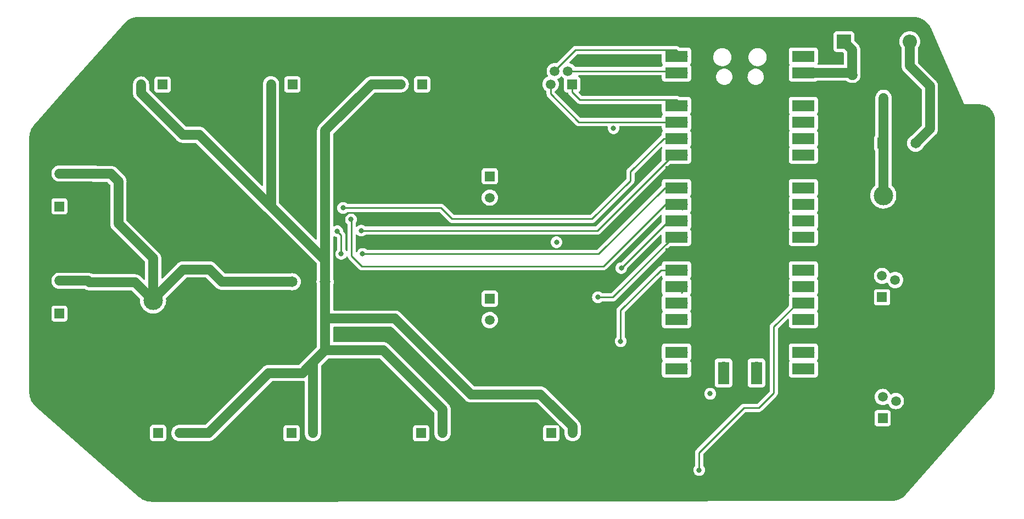
<source format=gtl>
G04 #@! TF.GenerationSoftware,KiCad,Pcbnew,7.0.8*
G04 #@! TF.CreationDate,2024-12-11T20:09:02-06:00*
G04 #@! TF.ProjectId,LEC,4c45432e-6b69-4636-9164-5f7063625858,rev?*
G04 #@! TF.SameCoordinates,Original*
G04 #@! TF.FileFunction,Copper,L1,Top*
G04 #@! TF.FilePolarity,Positive*
%FSLAX46Y46*%
G04 Gerber Fmt 4.6, Leading zero omitted, Abs format (unit mm)*
G04 Created by KiCad (PCBNEW 7.0.8) date 2024-12-11 20:09:02*
%MOMM*%
%LPD*%
G01*
G04 APERTURE LIST*
G04 Aperture macros list*
%AMRoundRect*
0 Rectangle with rounded corners*
0 $1 Rounding radius*
0 $2 $3 $4 $5 $6 $7 $8 $9 X,Y pos of 4 corners*
0 Add a 4 corners polygon primitive as box body*
4,1,4,$2,$3,$4,$5,$6,$7,$8,$9,$2,$3,0*
0 Add four circle primitives for the rounded corners*
1,1,$1+$1,$2,$3*
1,1,$1+$1,$4,$5*
1,1,$1+$1,$6,$7*
1,1,$1+$1,$8,$9*
0 Add four rect primitives between the rounded corners*
20,1,$1+$1,$2,$3,$4,$5,0*
20,1,$1+$1,$4,$5,$6,$7,0*
20,1,$1+$1,$6,$7,$8,$9,0*
20,1,$1+$1,$8,$9,$2,$3,0*%
G04 Aperture macros list end*
G04 #@! TA.AperFunction,ComponentPad*
%ADD10R,1.508000X1.508000*%
G04 #@! TD*
G04 #@! TA.AperFunction,ComponentPad*
%ADD11C,1.508000*%
G04 #@! TD*
G04 #@! TA.AperFunction,ComponentPad*
%ADD12R,3.000000X3.000000*%
G04 #@! TD*
G04 #@! TA.AperFunction,ComponentPad*
%ADD13C,3.000000*%
G04 #@! TD*
G04 #@! TA.AperFunction,SMDPad,CuDef*
%ADD14RoundRect,0.250000X0.250000X0.475000X-0.250000X0.475000X-0.250000X-0.475000X0.250000X-0.475000X0*%
G04 #@! TD*
G04 #@! TA.AperFunction,ComponentPad*
%ADD15R,2.200000X2.200000*%
G04 #@! TD*
G04 #@! TA.AperFunction,ComponentPad*
%ADD16O,2.200000X2.200000*%
G04 #@! TD*
G04 #@! TA.AperFunction,SMDPad,CuDef*
%ADD17RoundRect,0.250000X-0.475000X0.250000X-0.475000X-0.250000X0.475000X-0.250000X0.475000X0.250000X0*%
G04 #@! TD*
G04 #@! TA.AperFunction,ComponentPad*
%ADD18O,1.700000X1.700000*%
G04 #@! TD*
G04 #@! TA.AperFunction,SMDPad,CuDef*
%ADD19R,3.500000X1.700000*%
G04 #@! TD*
G04 #@! TA.AperFunction,ComponentPad*
%ADD20R,1.700000X1.700000*%
G04 #@! TD*
G04 #@! TA.AperFunction,SMDPad,CuDef*
%ADD21R,1.700000X3.500000*%
G04 #@! TD*
G04 #@! TA.AperFunction,ComponentPad*
%ADD22R,1.498600X1.498600*%
G04 #@! TD*
G04 #@! TA.AperFunction,ComponentPad*
%ADD23C,1.498600*%
G04 #@! TD*
G04 #@! TA.AperFunction,ComponentPad*
%ADD24R,1.651000X1.651000*%
G04 #@! TD*
G04 #@! TA.AperFunction,ComponentPad*
%ADD25C,1.651000*%
G04 #@! TD*
G04 #@! TA.AperFunction,SMDPad,CuDef*
%ADD26RoundRect,0.250000X-0.250000X-0.475000X0.250000X-0.475000X0.250000X0.475000X-0.250000X0.475000X0*%
G04 #@! TD*
G04 #@! TA.AperFunction,ViaPad*
%ADD27C,0.700000*%
G04 #@! TD*
G04 #@! TA.AperFunction,ViaPad*
%ADD28C,0.800000*%
G04 #@! TD*
G04 #@! TA.AperFunction,Conductor*
%ADD29C,0.250000*%
G04 #@! TD*
G04 #@! TA.AperFunction,Conductor*
%ADD30C,1.500000*%
G04 #@! TD*
G04 APERTURE END LIST*
D10*
X81435000Y-61450000D03*
D11*
X80800000Y-59420000D03*
X78135000Y-61450000D03*
X78770000Y-59420000D03*
D12*
X85000000Y-94800000D03*
D13*
X80000000Y-94800000D03*
D10*
X131900000Y-94520000D03*
D11*
X129870000Y-95155000D03*
X131900000Y-97820000D03*
X129870000Y-97185000D03*
D12*
X197600000Y-78600000D03*
D13*
X192600000Y-78600000D03*
D10*
X192500000Y-113000000D03*
D11*
X194530000Y-112365000D03*
X192500000Y-109700000D03*
X194530000Y-110335000D03*
D10*
X121475000Y-61400000D03*
D11*
X120840000Y-59370000D03*
X118175000Y-61400000D03*
X118810000Y-59370000D03*
D14*
X194530000Y-63500000D03*
X192630000Y-63500000D03*
D10*
X192400000Y-94300000D03*
D11*
X194430000Y-93665000D03*
X192400000Y-91000000D03*
X194430000Y-91635000D03*
D10*
X101475000Y-61400000D03*
D11*
X100840000Y-59370000D03*
X98175000Y-61400000D03*
X98810000Y-59370000D03*
D15*
X186520000Y-54800000D03*
D16*
X196680000Y-54800000D03*
D17*
X187800000Y-59950000D03*
X187800000Y-61850000D03*
X70200000Y-92000000D03*
X70200000Y-93900000D03*
D10*
X141385000Y-115300000D03*
D11*
X142020000Y-117330000D03*
X144685000Y-115300000D03*
X144050000Y-117330000D03*
D10*
X131917500Y-75612500D03*
D11*
X129887500Y-76247500D03*
X131917500Y-78912500D03*
X129887500Y-78277500D03*
D17*
X71050000Y-75257400D03*
X71050000Y-77157400D03*
D10*
X144600000Y-61400000D03*
D11*
X143965000Y-59370000D03*
X141300000Y-61400000D03*
X141935000Y-59370000D03*
D18*
X161600000Y-57070000D03*
D19*
X160700000Y-57070000D03*
D18*
X161600000Y-59610000D03*
D19*
X160700000Y-59610000D03*
D20*
X161600000Y-62150000D03*
D19*
X160700000Y-62150000D03*
D18*
X161600000Y-64690000D03*
D19*
X160700000Y-64690000D03*
D18*
X161600000Y-67230000D03*
D19*
X160700000Y-67230000D03*
D18*
X161600000Y-69770000D03*
D19*
X160700000Y-69770000D03*
D18*
X161600000Y-72310000D03*
D19*
X160700000Y-72310000D03*
D20*
X161600000Y-74850000D03*
D19*
X160700000Y-74850000D03*
D18*
X161600000Y-77390000D03*
D19*
X160700000Y-77390000D03*
D18*
X161600000Y-79930000D03*
D19*
X160700000Y-79930000D03*
D18*
X161600000Y-82470000D03*
D19*
X160700000Y-82470000D03*
D18*
X161600000Y-85010000D03*
D19*
X160700000Y-85010000D03*
D20*
X161600000Y-87550000D03*
D19*
X160700000Y-87550000D03*
D18*
X161600000Y-90090000D03*
D19*
X160700000Y-90090000D03*
D18*
X161600000Y-92630000D03*
D19*
X160700000Y-92630000D03*
D18*
X161600000Y-95170000D03*
D19*
X160700000Y-95170000D03*
D18*
X161600000Y-97710000D03*
D19*
X160700000Y-97710000D03*
D20*
X161600000Y-100250000D03*
D19*
X160700000Y-100250000D03*
D18*
X161600000Y-102790000D03*
D19*
X160700000Y-102790000D03*
D18*
X161600000Y-105330000D03*
D19*
X160700000Y-105330000D03*
D18*
X179380000Y-105330000D03*
D19*
X180280000Y-105330000D03*
D18*
X179380000Y-102790000D03*
D19*
X180280000Y-102790000D03*
D20*
X179380000Y-100250000D03*
D19*
X180280000Y-100250000D03*
D18*
X179380000Y-97710000D03*
D19*
X180280000Y-97710000D03*
D18*
X179380000Y-95170000D03*
D19*
X180280000Y-95170000D03*
D18*
X179380000Y-92630000D03*
D19*
X180280000Y-92630000D03*
D18*
X179380000Y-90090000D03*
D19*
X180280000Y-90090000D03*
D20*
X179380000Y-87550000D03*
D19*
X180280000Y-87550000D03*
D18*
X179380000Y-85010000D03*
D19*
X180280000Y-85010000D03*
D18*
X179380000Y-82470000D03*
D19*
X180280000Y-82470000D03*
D18*
X179380000Y-79930000D03*
D19*
X180280000Y-79930000D03*
D18*
X179380000Y-77390000D03*
D19*
X180280000Y-77390000D03*
D20*
X179380000Y-74850000D03*
D19*
X180280000Y-74850000D03*
D18*
X179380000Y-72310000D03*
D19*
X180280000Y-72310000D03*
D18*
X179380000Y-69770000D03*
D19*
X180280000Y-69770000D03*
D18*
X179380000Y-67230000D03*
D19*
X180280000Y-67230000D03*
D18*
X179380000Y-64690000D03*
D19*
X180280000Y-64690000D03*
D20*
X179380000Y-62150000D03*
D19*
X180280000Y-62150000D03*
D18*
X179380000Y-59610000D03*
D19*
X180280000Y-59610000D03*
D18*
X179380000Y-57070000D03*
D19*
X180280000Y-57070000D03*
D18*
X167950000Y-105100000D03*
D21*
X167950000Y-106000000D03*
D20*
X170490000Y-105100000D03*
D21*
X170490000Y-106000000D03*
D18*
X173030000Y-105100000D03*
D21*
X173030000Y-106000000D03*
D22*
X65564400Y-80257400D03*
D23*
X65564400Y-77717400D03*
X65564400Y-75177400D03*
D10*
X80765000Y-115270000D03*
D11*
X81400000Y-117300000D03*
X84065000Y-115270000D03*
X83430000Y-117300000D03*
D24*
X192500000Y-70500000D03*
D25*
X195040000Y-70500000D03*
X197580000Y-70500000D03*
D26*
X197880000Y-63500000D03*
X199780000Y-63500000D03*
D22*
X65564400Y-96840000D03*
D23*
X65564400Y-94300000D03*
X65564400Y-91760000D03*
D10*
X121335000Y-115300000D03*
D11*
X121970000Y-117330000D03*
X124635000Y-115300000D03*
X124000000Y-117330000D03*
D10*
X101335000Y-115300000D03*
D11*
X101970000Y-117330000D03*
X104635000Y-115300000D03*
X104000000Y-117330000D03*
D25*
X101449000Y-91900000D03*
X103989000Y-91900000D03*
X106529000Y-91900000D03*
D27*
X124375000Y-94775000D03*
X89375000Y-119775000D03*
X99375000Y-94775000D03*
X99375000Y-54775000D03*
X99375000Y-84775000D03*
X174375000Y-64775000D03*
X184375000Y-119775000D03*
X184375000Y-74775000D03*
X99375000Y-109775000D03*
X69375000Y-109775000D03*
X174375000Y-69775000D03*
D28*
X102000000Y-78700000D03*
D27*
X114375000Y-99775000D03*
X79375000Y-119775000D03*
X124375000Y-64775000D03*
X99375000Y-119775000D03*
X94375000Y-59775000D03*
X119375000Y-124775000D03*
X169375000Y-79775000D03*
X114375000Y-104775000D03*
X174375000Y-94775000D03*
X199375000Y-104775000D03*
X109375000Y-89775000D03*
X99375000Y-124775000D03*
X204375000Y-64775000D03*
X164375000Y-64775000D03*
X104375000Y-64775000D03*
X199375000Y-119775000D03*
X144375000Y-54775000D03*
X134375000Y-114775000D03*
X69375000Y-69775000D03*
X69375000Y-99775000D03*
X119375000Y-69775000D03*
X129375000Y-64775000D03*
X99375000Y-89775000D03*
X109375000Y-54775000D03*
X109375000Y-119775000D03*
X114375000Y-119775000D03*
X139375000Y-104775000D03*
X189375000Y-74775000D03*
X86600000Y-76400000D03*
X124375000Y-59775000D03*
X104375000Y-69775000D03*
X164375000Y-59775000D03*
X89375000Y-64775000D03*
X79375000Y-99775000D03*
X124375000Y-124775000D03*
D28*
X156100000Y-61600000D03*
D27*
X154375000Y-109775000D03*
X114375000Y-54775000D03*
X159375000Y-124775000D03*
X184375000Y-109775000D03*
X109375000Y-109775000D03*
X199375000Y-99775000D03*
X74375000Y-104775000D03*
X189375000Y-89775000D03*
X74375000Y-54775000D03*
X109375000Y-124775000D03*
X164375000Y-74775000D03*
X119375000Y-74775000D03*
X154375000Y-104775000D03*
X69375000Y-64775000D03*
X179375000Y-124775000D03*
X154375000Y-114775000D03*
X64375000Y-84775000D03*
X189375000Y-69775000D03*
X169375000Y-74775000D03*
X69375000Y-84775000D03*
X139375000Y-119775000D03*
X104375000Y-119775000D03*
X104375000Y-94775000D03*
X184375000Y-89775000D03*
X139375000Y-114775000D03*
X69375000Y-89775000D03*
X124375000Y-74775000D03*
X189375000Y-94775000D03*
X149375000Y-104775000D03*
D28*
X154300000Y-65600000D03*
D27*
X69375000Y-59775000D03*
X164375000Y-84775000D03*
X174375000Y-99775000D03*
X174375000Y-79775000D03*
X189375000Y-99775000D03*
X169375000Y-64775000D03*
X129375000Y-124775000D03*
X114375000Y-59775000D03*
X164375000Y-79775000D03*
X154375000Y-99775000D03*
X144375000Y-119775000D03*
X139375000Y-99775000D03*
X94375000Y-119775000D03*
X129375000Y-114775000D03*
X174375000Y-84775000D03*
X169375000Y-54775000D03*
X184375000Y-54775000D03*
X74375000Y-114775000D03*
X74375000Y-109775000D03*
X149375000Y-54775000D03*
X89375000Y-109775000D03*
X79375000Y-124775000D03*
X94375000Y-54775000D03*
X164375000Y-104775000D03*
X139375000Y-54775000D03*
X129375000Y-119775000D03*
X169375000Y-84775000D03*
X149375000Y-69775000D03*
X194375000Y-89775000D03*
X64375000Y-109775000D03*
X119375000Y-119775000D03*
X179375000Y-119775000D03*
X154375000Y-54775000D03*
X199375000Y-74775000D03*
D28*
X152700000Y-57700000D03*
D27*
X194375000Y-124775000D03*
X88900000Y-81700000D03*
X104375000Y-59775000D03*
X149375000Y-124775000D03*
X169375000Y-89775000D03*
X79375000Y-109775000D03*
X189375000Y-124775000D03*
X89375000Y-124775000D03*
X84375000Y-124775000D03*
X134375000Y-119775000D03*
X164375000Y-94775000D03*
X74375000Y-119775000D03*
X109375000Y-69775000D03*
D28*
X147500000Y-91500000D03*
D27*
X204375000Y-94775000D03*
X194375000Y-74775000D03*
X164375000Y-54775000D03*
X84375000Y-64775000D03*
X164375000Y-69775000D03*
X184375000Y-124775000D03*
X134375000Y-99775000D03*
X204375000Y-104775000D03*
X94375000Y-124775000D03*
X184375000Y-69775000D03*
X114375000Y-114775000D03*
X124375000Y-119775000D03*
X169375000Y-99775000D03*
X189375000Y-64775000D03*
X109375000Y-114775000D03*
X204375000Y-84775000D03*
X104375000Y-124775000D03*
X134375000Y-54775000D03*
X89375000Y-94775000D03*
X94375000Y-104775000D03*
X154375000Y-124775000D03*
X139375000Y-59775000D03*
X159375000Y-114775000D03*
X124375000Y-69775000D03*
X154375000Y-69775000D03*
X139375000Y-69775000D03*
X84375000Y-59775000D03*
X94375000Y-114775000D03*
X89375000Y-104775000D03*
X109375000Y-104775000D03*
X124375000Y-99775000D03*
X84375000Y-119775000D03*
X134375000Y-104775000D03*
X129375000Y-54775000D03*
X189375000Y-119775000D03*
X79375000Y-104775000D03*
X104375000Y-89775000D03*
X79375000Y-54775000D03*
X129375000Y-99775000D03*
X129375000Y-69775000D03*
X174375000Y-89775000D03*
X199375000Y-114775000D03*
X119375000Y-54775000D03*
X164375000Y-99775000D03*
X109375000Y-94775000D03*
X144375000Y-69775000D03*
X199375000Y-54775000D03*
X124375000Y-54775000D03*
X189375000Y-84775000D03*
X204375000Y-99775000D03*
X69375000Y-114775000D03*
X134375000Y-64775000D03*
X204375000Y-79775000D03*
X149375000Y-119775000D03*
X84375000Y-99775000D03*
X144375000Y-124775000D03*
X119375000Y-109775000D03*
X189375000Y-79775000D03*
X74375000Y-99775000D03*
X119375000Y-114775000D03*
X99375000Y-114775000D03*
X139375000Y-64775000D03*
X114375000Y-124775000D03*
X74375000Y-59775000D03*
X204375000Y-109775000D03*
X89375000Y-54775000D03*
X134375000Y-69775000D03*
X169375000Y-94775000D03*
X134375000Y-124775000D03*
X169375000Y-69775000D03*
X149375000Y-74775000D03*
X159375000Y-109775000D03*
X149375000Y-109775000D03*
X94375000Y-99775000D03*
X204375000Y-89775000D03*
X184375000Y-64775000D03*
X164375000Y-89775000D03*
X159375000Y-119775000D03*
X134375000Y-59775000D03*
X204375000Y-74775000D03*
X194375000Y-59775000D03*
X184375000Y-114775000D03*
X189375000Y-104775000D03*
X99375000Y-99775000D03*
X149375000Y-99775000D03*
X129375000Y-59775000D03*
X139375000Y-124775000D03*
X144375000Y-104775000D03*
X179375000Y-54775000D03*
X204375000Y-69775000D03*
X129375000Y-104775000D03*
X184375000Y-79775000D03*
X64375000Y-69775000D03*
X119375000Y-94775000D03*
X109375000Y-59775000D03*
X64375000Y-104775000D03*
X174375000Y-124775000D03*
X104375000Y-54775000D03*
X69375000Y-104775000D03*
X114375000Y-109775000D03*
X169375000Y-109775000D03*
X154375000Y-119775000D03*
X174375000Y-74775000D03*
X84375000Y-54775000D03*
X194375000Y-54775000D03*
X89375000Y-59775000D03*
X104375000Y-99775000D03*
X64375000Y-89775000D03*
X194375000Y-119775000D03*
X64375000Y-99775000D03*
X89375000Y-99775000D03*
X149375000Y-114775000D03*
D28*
X165900000Y-109200000D03*
X151000000Y-68200000D03*
X142200000Y-85800000D03*
X109300000Y-80500000D03*
X112100000Y-84000000D03*
X108400000Y-84100000D03*
X109000000Y-87600000D03*
X112300000Y-87600000D03*
X110512299Y-82287701D03*
X152200000Y-89800000D03*
X148600000Y-94300000D03*
X152100000Y-101100000D03*
X164200000Y-121000000D03*
D29*
X161560000Y-101100000D02*
X161600000Y-101060000D01*
X69782600Y-94317400D02*
X70200000Y-93900000D01*
X179380000Y-62150000D02*
X179680000Y-61850000D01*
X71071800Y-77171800D02*
X71035600Y-77171800D01*
D30*
X88700000Y-90000000D02*
X90600000Y-91900000D01*
X80000000Y-88300000D02*
X80000000Y-88500000D01*
X80000000Y-94600000D02*
X84600000Y-90000000D01*
X74650000Y-82950000D02*
X80000000Y-88300000D01*
X90600000Y-91900000D02*
X101449000Y-91900000D01*
X84600000Y-90000000D02*
X88700000Y-90000000D01*
X65564400Y-75177400D02*
X70970000Y-75177400D01*
D29*
X69960000Y-91760000D02*
X70200000Y-92000000D01*
D30*
X71050000Y-75257400D02*
X73507400Y-75257400D01*
X77200000Y-92000000D02*
X80000000Y-94800000D01*
X73507400Y-75257400D02*
X74650000Y-76400000D01*
X74650000Y-76400000D02*
X74650000Y-82950000D01*
X70200000Y-92000000D02*
X77200000Y-92000000D01*
X80000000Y-88500000D02*
X80000000Y-94800000D01*
X65564400Y-91760000D02*
X69960000Y-91760000D01*
X80000000Y-94800000D02*
X80000000Y-94600000D01*
D29*
X192630000Y-70570000D02*
X192600000Y-70600000D01*
X192600000Y-70600000D02*
X192500000Y-70500000D01*
D30*
X192600000Y-78600000D02*
X192600000Y-70600000D01*
X192630000Y-63500000D02*
X192630000Y-70570000D01*
X196680000Y-58580000D02*
X196680000Y-54800000D01*
X199780000Y-63500000D02*
X199780000Y-61680000D01*
X199780000Y-63500000D02*
X199780000Y-68300000D01*
X199780000Y-61680000D02*
X196680000Y-58580000D01*
X199780000Y-68300000D02*
X197580000Y-70500000D01*
X179380000Y-59610000D02*
X179390000Y-59600000D01*
X187800000Y-56080000D02*
X186520000Y-54800000D01*
X187800000Y-59950000D02*
X187800000Y-56080000D01*
X187800000Y-59950000D02*
X187850000Y-59950000D01*
X179390000Y-59600000D02*
X187450000Y-59600000D01*
X187450000Y-59600000D02*
X187800000Y-59950000D01*
D29*
X141935000Y-59321124D02*
X145156124Y-56100000D01*
X159330000Y-57070000D02*
X161600000Y-57070000D01*
X160630000Y-56100000D02*
X161600000Y-57070000D01*
X145156124Y-56100000D02*
X160630000Y-56100000D01*
X141935000Y-59370000D02*
X141935000Y-59321124D01*
X160710000Y-63800000D02*
X161600000Y-64690000D01*
X144600000Y-62600000D02*
X145800000Y-63800000D01*
X144600000Y-61400000D02*
X144600000Y-62600000D01*
X145800000Y-63800000D02*
X160710000Y-63800000D01*
X161360000Y-59370000D02*
X161600000Y-59610000D01*
X143965000Y-59370000D02*
X161360000Y-59370000D01*
X141300000Y-62900000D02*
X145630000Y-67230000D01*
X141300000Y-61400000D02*
X141300000Y-62900000D01*
X145630000Y-67230000D02*
X161600000Y-67230000D01*
X109300000Y-80500000D02*
X124400000Y-80500000D01*
X124400000Y-80500000D02*
X126100000Y-82200000D01*
X153600000Y-74900000D02*
X158730000Y-69770000D01*
X153600000Y-76300000D02*
X153600000Y-74900000D01*
X126100000Y-82200000D02*
X147700000Y-82200000D01*
X158730000Y-69770000D02*
X161600000Y-69770000D01*
X147700000Y-82200000D02*
X153600000Y-76300000D01*
X148490380Y-84000000D02*
X112100000Y-84000000D01*
X161600000Y-72310000D02*
X160180380Y-72310000D01*
X160180380Y-72310000D02*
X148490380Y-84000000D01*
X109000000Y-84700000D02*
X109000000Y-87600000D01*
X112300000Y-87600000D02*
X148700000Y-87600000D01*
X158910000Y-77390000D02*
X161600000Y-77390000D01*
X108400000Y-84100000D02*
X109000000Y-84700000D01*
X148700000Y-87600000D02*
X158910000Y-77390000D01*
X110600000Y-82375402D02*
X110600000Y-87900000D01*
X112200000Y-89500000D02*
X149400000Y-89500000D01*
X110600000Y-87900000D02*
X112200000Y-89500000D01*
X110512299Y-82287701D02*
X110600000Y-82375402D01*
X149400000Y-89500000D02*
X158970000Y-79930000D01*
X158970000Y-79930000D02*
X161600000Y-79930000D01*
X161600000Y-80740000D02*
X161560000Y-80700000D01*
X159530000Y-82470000D02*
X161600000Y-82470000D01*
X152200000Y-89800000D02*
X159530000Y-82470000D01*
X160180380Y-85010000D02*
X161600000Y-85010000D01*
X148600000Y-94300000D02*
X150890380Y-94300000D01*
X150890380Y-94300000D02*
X160180380Y-85010000D01*
X161600000Y-90090000D02*
X158310000Y-90090000D01*
X158310000Y-90090000D02*
X152100000Y-96300000D01*
X152100000Y-96300000D02*
X152100000Y-101100000D01*
X161440000Y-93600000D02*
X161600000Y-93440000D01*
X178870000Y-105330000D02*
X179380000Y-105330000D01*
X181890000Y-102790000D02*
X179380000Y-102790000D01*
X181510000Y-97710000D02*
X179380000Y-97710000D01*
X171100000Y-111400000D02*
X173400000Y-111400000D01*
X164200000Y-121000000D02*
X164200000Y-118300000D01*
X173400000Y-111400000D02*
X175700000Y-109100000D01*
X175700000Y-109100000D02*
X175700000Y-98850000D01*
X175700000Y-98850000D02*
X179380000Y-95170000D01*
X164200000Y-118300000D02*
X171100000Y-111400000D01*
X98175000Y-80225000D02*
X98162652Y-80237348D01*
D30*
X106529000Y-83971000D02*
X106529000Y-88603695D01*
X103000000Y-106000000D02*
X104600000Y-104400000D01*
X78135000Y-62735000D02*
X78135000Y-61450000D01*
X113700000Y-61400000D02*
X118175000Y-61400000D01*
X117300000Y-97600000D02*
X129000000Y-109300000D01*
X115471000Y-102471000D02*
X124635000Y-111635000D01*
X106529000Y-68571000D02*
X113700000Y-61400000D01*
X144685000Y-114285000D02*
X144685000Y-115300000D01*
X97800000Y-106000000D02*
X103000000Y-106000000D01*
X106529000Y-102471000D02*
X115471000Y-102471000D01*
X104635000Y-104435000D02*
X104635000Y-115300000D01*
X88530000Y-115270000D02*
X97800000Y-106000000D01*
X104600000Y-104400000D02*
X104635000Y-104435000D01*
X84065000Y-115270000D02*
X88530000Y-115270000D01*
X106529000Y-68571000D02*
X106529000Y-83971000D01*
X106529000Y-97600000D02*
X117300000Y-97600000D01*
X139700000Y-109300000D02*
X144685000Y-114285000D01*
X106529000Y-88603695D02*
X98162652Y-80237348D01*
X84600000Y-69200000D02*
X78135000Y-62735000D01*
X106529000Y-102471000D02*
X106529000Y-97600000D01*
X129000000Y-109300000D02*
X139700000Y-109300000D01*
X104600000Y-104400000D02*
X106529000Y-102471000D01*
X124635000Y-111635000D02*
X124635000Y-115300000D01*
X87125305Y-69200000D02*
X84600000Y-69200000D01*
X98175000Y-61400000D02*
X98175000Y-80225000D01*
X98162652Y-80237348D02*
X87125305Y-69200000D01*
X106529000Y-88603695D02*
X106529000Y-91900000D01*
X106529000Y-97600000D02*
X106529000Y-91900000D01*
G04 #@! TA.AperFunction,Conductor*
G36*
X142993334Y-60188311D02*
G01*
X143037681Y-60216812D01*
X143155541Y-60334672D01*
X143155547Y-60334677D01*
X143190885Y-60359421D01*
X143298547Y-60434807D01*
X143342172Y-60489383D01*
X143350713Y-60549633D01*
X143345500Y-60598127D01*
X143345500Y-60598128D01*
X143345500Y-60598132D01*
X143345500Y-62201870D01*
X143345501Y-62201876D01*
X143351908Y-62261483D01*
X143402202Y-62396328D01*
X143402206Y-62396335D01*
X143488452Y-62511544D01*
X143488455Y-62511547D01*
X143603664Y-62597793D01*
X143603671Y-62597797D01*
X143618533Y-62603340D01*
X143738517Y-62648091D01*
X143798127Y-62654500D01*
X143867092Y-62654499D01*
X143934130Y-62674183D01*
X143979886Y-62726986D01*
X143986293Y-62749512D01*
X143987394Y-62749230D01*
X143989335Y-62756790D01*
X144006490Y-62800119D01*
X144008382Y-62805647D01*
X144018556Y-62840665D01*
X144021382Y-62850390D01*
X144024714Y-62856025D01*
X144031580Y-62867634D01*
X144040138Y-62885103D01*
X144047514Y-62903732D01*
X144074898Y-62941423D01*
X144078106Y-62946307D01*
X144101827Y-62986416D01*
X144101833Y-62986424D01*
X144115990Y-63000580D01*
X144128628Y-63015376D01*
X144137242Y-63027233D01*
X144140406Y-63031587D01*
X144173348Y-63058839D01*
X144176309Y-63061288D01*
X144180620Y-63065210D01*
X145289715Y-64174306D01*
X145299197Y-64183788D01*
X145309022Y-64196051D01*
X145309243Y-64195869D01*
X145314214Y-64201878D01*
X145340217Y-64226295D01*
X145364635Y-64249226D01*
X145385529Y-64270120D01*
X145391011Y-64274373D01*
X145395443Y-64278157D01*
X145429418Y-64310062D01*
X145446976Y-64319714D01*
X145463235Y-64330395D01*
X145479064Y-64342673D01*
X145521838Y-64361182D01*
X145527056Y-64363738D01*
X145567908Y-64386197D01*
X145587316Y-64391180D01*
X145605717Y-64397480D01*
X145624104Y-64405437D01*
X145667488Y-64412308D01*
X145670119Y-64412725D01*
X145675839Y-64413909D01*
X145720981Y-64425500D01*
X145741016Y-64425500D01*
X145760414Y-64427026D01*
X145780194Y-64430159D01*
X145780195Y-64430160D01*
X145780195Y-64430159D01*
X145780196Y-64430160D01*
X145826584Y-64425775D01*
X145832422Y-64425500D01*
X158325500Y-64425500D01*
X158392539Y-64445185D01*
X158438294Y-64497989D01*
X158449500Y-64549500D01*
X158449500Y-65587870D01*
X158449501Y-65587876D01*
X158455908Y-65647483D01*
X158506202Y-65782328D01*
X158506203Y-65782330D01*
X158583578Y-65885689D01*
X158607995Y-65951153D01*
X158593144Y-66019426D01*
X158583578Y-66034311D01*
X158506203Y-66137669D01*
X158506202Y-66137671D01*
X158455908Y-66272517D01*
X158449501Y-66332116D01*
X158449501Y-66332123D01*
X158449500Y-66332135D01*
X158449500Y-66480500D01*
X158429815Y-66547539D01*
X158377011Y-66593294D01*
X158325500Y-66604500D01*
X145940452Y-66604500D01*
X145873413Y-66584815D01*
X145852771Y-66568181D01*
X141961819Y-62677228D01*
X141928334Y-62615905D01*
X141925500Y-62589547D01*
X141925500Y-62558032D01*
X141945185Y-62490993D01*
X141978377Y-62456457D01*
X141992833Y-62446335D01*
X142109457Y-62364674D01*
X142264674Y-62209457D01*
X142390579Y-62029646D01*
X142483347Y-61830703D01*
X142540161Y-61618674D01*
X142558808Y-61405537D01*
X142559292Y-61400002D01*
X142559292Y-61399997D01*
X142548818Y-61280284D01*
X142540161Y-61181326D01*
X142483347Y-60969297D01*
X142390579Y-60770354D01*
X142358190Y-60724097D01*
X142354669Y-60719068D01*
X142332342Y-60652862D01*
X142349353Y-60585094D01*
X142400301Y-60537282D01*
X142403811Y-60535576D01*
X142564646Y-60460579D01*
X142744457Y-60334674D01*
X142862319Y-60216812D01*
X142923642Y-60183327D01*
X142993334Y-60188311D01*
G37*
G04 #@! TD.AperFunction*
G04 #@! TA.AperFunction,Conductor*
G36*
X158392539Y-56745185D02*
G01*
X158438294Y-56797989D01*
X158449500Y-56849500D01*
X158449500Y-57967870D01*
X158449501Y-57967876D01*
X158455908Y-58027483D01*
X158506202Y-58162328D01*
X158506203Y-58162330D01*
X158583578Y-58265689D01*
X158607995Y-58331153D01*
X158593144Y-58399426D01*
X158583578Y-58414311D01*
X158506203Y-58517669D01*
X158506202Y-58517671D01*
X158453198Y-58659785D01*
X158451055Y-58658986D01*
X158422174Y-58709721D01*
X158360267Y-58742114D01*
X158336060Y-58744500D01*
X145123032Y-58744500D01*
X145055993Y-58724815D01*
X145021457Y-58691623D01*
X144998604Y-58658986D01*
X144957652Y-58600500D01*
X144929677Y-58560547D01*
X144929672Y-58560541D01*
X144774458Y-58405327D01*
X144774452Y-58405322D01*
X144594650Y-58279423D01*
X144594642Y-58279419D01*
X144395710Y-58186656D01*
X144395708Y-58186655D01*
X144395703Y-58186653D01*
X144254843Y-58148909D01*
X144195185Y-58112544D01*
X144164657Y-58049697D01*
X144172952Y-57980321D01*
X144199259Y-57941454D01*
X144398210Y-57742504D01*
X145378896Y-56761819D01*
X145440219Y-56728334D01*
X145466577Y-56725500D01*
X158325500Y-56725500D01*
X158392539Y-56745185D01*
G37*
G04 #@! TD.AperFunction*
G04 #@! TA.AperFunction,Conductor*
G36*
X197238913Y-51000103D02*
G01*
X197580385Y-51019910D01*
X197587517Y-51020741D01*
X197922639Y-51079585D01*
X197929619Y-51081231D01*
X198255696Y-51178427D01*
X198262440Y-51180872D01*
X198575089Y-51315116D01*
X198581513Y-51318327D01*
X198629107Y-51345669D01*
X198876536Y-51487813D01*
X198882540Y-51491741D01*
X199155994Y-51694206D01*
X199161510Y-51698807D01*
X199409724Y-51931531D01*
X199414664Y-51936733D01*
X199634302Y-52196591D01*
X199638615Y-52202339D01*
X199826729Y-52485837D01*
X199830348Y-52492045D01*
X199985249Y-52797017D01*
X199986782Y-52800266D01*
X201780212Y-56903876D01*
X205100000Y-64500000D01*
X207447977Y-64500000D01*
X207452025Y-64500132D01*
X207752690Y-64519839D01*
X207760719Y-64520897D01*
X207950310Y-64558608D01*
X208054232Y-64579280D01*
X208062074Y-64581381D01*
X208143702Y-64609089D01*
X208345467Y-64677579D01*
X208352941Y-64680675D01*
X208621357Y-64813043D01*
X208628382Y-64817100D01*
X208877211Y-64983363D01*
X208883639Y-64988295D01*
X209108642Y-65185616D01*
X209114381Y-65191355D01*
X209311702Y-65416358D01*
X209316640Y-65422793D01*
X209482899Y-65671617D01*
X209486958Y-65678647D01*
X209589060Y-65885689D01*
X209619318Y-65947045D01*
X209622422Y-65954540D01*
X209648967Y-66032739D01*
X209718618Y-66237925D01*
X209720719Y-66245767D01*
X209779101Y-66539273D01*
X209780161Y-66547322D01*
X209799867Y-66847965D01*
X209800000Y-66852022D01*
X209800000Y-108066557D01*
X209799888Y-108070283D01*
X209778567Y-108424515D01*
X209777673Y-108431918D01*
X209714355Y-108779195D01*
X209712579Y-108786437D01*
X209608063Y-109123622D01*
X209605431Y-109130599D01*
X209461232Y-109452802D01*
X209457783Y-109459412D01*
X209275978Y-109761997D01*
X209271760Y-109768146D01*
X209053822Y-110048223D01*
X209051446Y-110051094D01*
X196096198Y-124781034D01*
X196093631Y-124783779D01*
X195841505Y-125037628D01*
X195835894Y-125042632D01*
X195556383Y-125262976D01*
X195550207Y-125267264D01*
X195246113Y-125452186D01*
X195239464Y-125455696D01*
X194915230Y-125602491D01*
X194908206Y-125605171D01*
X194568607Y-125711680D01*
X194561310Y-125713491D01*
X194211326Y-125778151D01*
X194203864Y-125779067D01*
X193846736Y-125801047D01*
X193842980Y-125801164D01*
X79831898Y-125899028D01*
X79828177Y-125898919D01*
X79474363Y-125877955D01*
X79466968Y-125877069D01*
X79120059Y-125814207D01*
X79112823Y-125812442D01*
X78775930Y-125708471D01*
X78768959Y-125705852D01*
X78720618Y-125684298D01*
X78446952Y-125562275D01*
X78440353Y-125558843D01*
X78137862Y-125377726D01*
X78131714Y-125373523D01*
X77851625Y-125156331D01*
X77848753Y-125153962D01*
X73108976Y-121000000D01*
X163294540Y-121000000D01*
X163314326Y-121188256D01*
X163314327Y-121188259D01*
X163372818Y-121368277D01*
X163372821Y-121368284D01*
X163467467Y-121532216D01*
X163516688Y-121586881D01*
X163594129Y-121672888D01*
X163747265Y-121784148D01*
X163747270Y-121784151D01*
X163920192Y-121861142D01*
X163920197Y-121861144D01*
X164105354Y-121900500D01*
X164105355Y-121900500D01*
X164294644Y-121900500D01*
X164294646Y-121900500D01*
X164479803Y-121861144D01*
X164652730Y-121784151D01*
X164805871Y-121672888D01*
X164932533Y-121532216D01*
X165027179Y-121368284D01*
X165085674Y-121188256D01*
X165105460Y-121000000D01*
X165085674Y-120811744D01*
X165027179Y-120631716D01*
X164932533Y-120467784D01*
X164932516Y-120467765D01*
X164857350Y-120384284D01*
X164827120Y-120321292D01*
X164825500Y-120301312D01*
X164825500Y-118610452D01*
X164845185Y-118543413D01*
X164861819Y-118522771D01*
X169582720Y-113801870D01*
X191245500Y-113801870D01*
X191245501Y-113801876D01*
X191251908Y-113861483D01*
X191302202Y-113996328D01*
X191302206Y-113996335D01*
X191388452Y-114111544D01*
X191388455Y-114111547D01*
X191503664Y-114197793D01*
X191503671Y-114197797D01*
X191638517Y-114248091D01*
X191638516Y-114248091D01*
X191645444Y-114248835D01*
X191698127Y-114254500D01*
X193301872Y-114254499D01*
X193361483Y-114248091D01*
X193496331Y-114197796D01*
X193611546Y-114111546D01*
X193697796Y-113996331D01*
X193748091Y-113861483D01*
X193754500Y-113801873D01*
X193754499Y-112198128D01*
X193748091Y-112138517D01*
X193706995Y-112028334D01*
X193697797Y-112003671D01*
X193697793Y-112003664D01*
X193611547Y-111888455D01*
X193611544Y-111888452D01*
X193496335Y-111802206D01*
X193496328Y-111802202D01*
X193361482Y-111751908D01*
X193361483Y-111751908D01*
X193301883Y-111745501D01*
X193301881Y-111745500D01*
X193301873Y-111745500D01*
X193301864Y-111745500D01*
X191698129Y-111745500D01*
X191698123Y-111745501D01*
X191638516Y-111751908D01*
X191503671Y-111802202D01*
X191503664Y-111802206D01*
X191388455Y-111888452D01*
X191388452Y-111888455D01*
X191302206Y-112003664D01*
X191302202Y-112003671D01*
X191251908Y-112138517D01*
X191247666Y-112177978D01*
X191245501Y-112198123D01*
X191245500Y-112198135D01*
X191245500Y-113801870D01*
X169582720Y-113801870D01*
X171322771Y-112061819D01*
X171384094Y-112028334D01*
X171410452Y-112025500D01*
X173317257Y-112025500D01*
X173332877Y-112027224D01*
X173332904Y-112026939D01*
X173340660Y-112027671D01*
X173340667Y-112027673D01*
X173409814Y-112025500D01*
X173439350Y-112025500D01*
X173446228Y-112024630D01*
X173452041Y-112024172D01*
X173498627Y-112022709D01*
X173517869Y-112017117D01*
X173536912Y-112013174D01*
X173556792Y-112010664D01*
X173600122Y-111993507D01*
X173605646Y-111991617D01*
X173609396Y-111990527D01*
X173650390Y-111978618D01*
X173667629Y-111968422D01*
X173685103Y-111959862D01*
X173703727Y-111952488D01*
X173703727Y-111952487D01*
X173703732Y-111952486D01*
X173741449Y-111925082D01*
X173746305Y-111921892D01*
X173786420Y-111898170D01*
X173800589Y-111883999D01*
X173815379Y-111871368D01*
X173831587Y-111859594D01*
X173861299Y-111823676D01*
X173865212Y-111819376D01*
X175984587Y-109700002D01*
X191240708Y-109700002D01*
X191258580Y-109904291D01*
X191259839Y-109918674D01*
X191316653Y-110130703D01*
X191316654Y-110130706D01*
X191316655Y-110130708D01*
X191409419Y-110329642D01*
X191409423Y-110329650D01*
X191535322Y-110509452D01*
X191535327Y-110509458D01*
X191690541Y-110664672D01*
X191690547Y-110664677D01*
X191870349Y-110790576D01*
X191870351Y-110790577D01*
X191870354Y-110790579D01*
X192069297Y-110883347D01*
X192281326Y-110940161D01*
X192437521Y-110953826D01*
X192499998Y-110959292D01*
X192500000Y-110959292D01*
X192500002Y-110959292D01*
X192554668Y-110954509D01*
X192718674Y-110940161D01*
X192930703Y-110883347D01*
X193129646Y-110790579D01*
X193180932Y-110754667D01*
X193247135Y-110732341D01*
X193314903Y-110749350D01*
X193362716Y-110800298D01*
X193364436Y-110803839D01*
X193439419Y-110964642D01*
X193439423Y-110964650D01*
X193565322Y-111144452D01*
X193565327Y-111144458D01*
X193720541Y-111299672D01*
X193720547Y-111299677D01*
X193900349Y-111425576D01*
X193900351Y-111425577D01*
X193900354Y-111425579D01*
X194099297Y-111518347D01*
X194311326Y-111575161D01*
X194467521Y-111588826D01*
X194529998Y-111594292D01*
X194530000Y-111594292D01*
X194530002Y-111594292D01*
X194584668Y-111589509D01*
X194748674Y-111575161D01*
X194960703Y-111518347D01*
X195159646Y-111425579D01*
X195339457Y-111299674D01*
X195494674Y-111144457D01*
X195620579Y-110964646D01*
X195713347Y-110765703D01*
X195770161Y-110553674D01*
X195789292Y-110335000D01*
X195789035Y-110332067D01*
X195778836Y-110215489D01*
X195770161Y-110116326D01*
X195713347Y-109904297D01*
X195620579Y-109705354D01*
X195620577Y-109705351D01*
X195620576Y-109705349D01*
X195494677Y-109525547D01*
X195494672Y-109525541D01*
X195339458Y-109370327D01*
X195339452Y-109370322D01*
X195159650Y-109244423D01*
X195159642Y-109244419D01*
X194960708Y-109151655D01*
X194960706Y-109151654D01*
X194960703Y-109151653D01*
X194809885Y-109111240D01*
X194748675Y-109094839D01*
X194748668Y-109094838D01*
X194530002Y-109075708D01*
X194529998Y-109075708D01*
X194311331Y-109094838D01*
X194311324Y-109094839D01*
X194218157Y-109119804D01*
X194099297Y-109151653D01*
X194099295Y-109151653D01*
X194099291Y-109151655D01*
X193900357Y-109244419D01*
X193900350Y-109244423D01*
X193849067Y-109280331D01*
X193782860Y-109302658D01*
X193715093Y-109285646D01*
X193667281Y-109234697D01*
X193665563Y-109231159D01*
X193662298Y-109224158D01*
X193590579Y-109070354D01*
X193590577Y-109070351D01*
X193590576Y-109070349D01*
X193464677Y-108890547D01*
X193464672Y-108890541D01*
X193309458Y-108735327D01*
X193309452Y-108735322D01*
X193129650Y-108609423D01*
X193129642Y-108609419D01*
X192930708Y-108516655D01*
X192930706Y-108516654D01*
X192930703Y-108516653D01*
X192779885Y-108476240D01*
X192718675Y-108459839D01*
X192718668Y-108459838D01*
X192500002Y-108440708D01*
X192499998Y-108440708D01*
X192281331Y-108459838D01*
X192281324Y-108459839D01*
X192158902Y-108492642D01*
X192069297Y-108516653D01*
X192069295Y-108516653D01*
X192069291Y-108516655D01*
X191870357Y-108609419D01*
X191870349Y-108609423D01*
X191690547Y-108735322D01*
X191690541Y-108735327D01*
X191535327Y-108890541D01*
X191535322Y-108890547D01*
X191409423Y-109070349D01*
X191409419Y-109070357D01*
X191316655Y-109269291D01*
X191316653Y-109269295D01*
X191316653Y-109269297D01*
X191305026Y-109312689D01*
X191259839Y-109481324D01*
X191259838Y-109481331D01*
X191240708Y-109699997D01*
X191240708Y-109700002D01*
X175984587Y-109700002D01*
X176083788Y-109600801D01*
X176096042Y-109590986D01*
X176095859Y-109590764D01*
X176101866Y-109585792D01*
X176101877Y-109585786D01*
X176132775Y-109552882D01*
X176149227Y-109535364D01*
X176159671Y-109524918D01*
X176170120Y-109514471D01*
X176174379Y-109508978D01*
X176178152Y-109504561D01*
X176210062Y-109470582D01*
X176219713Y-109453024D01*
X176230396Y-109436761D01*
X176242673Y-109420936D01*
X176261185Y-109378153D01*
X176263738Y-109372941D01*
X176286197Y-109332092D01*
X176291180Y-109312680D01*
X176297481Y-109294280D01*
X176305437Y-109275896D01*
X176312729Y-109229852D01*
X176313906Y-109224171D01*
X176325500Y-109179019D01*
X176325500Y-109158983D01*
X176327027Y-109139582D01*
X176328450Y-109130599D01*
X176330160Y-109119804D01*
X176325775Y-109073415D01*
X176325500Y-109067577D01*
X176325500Y-105330001D01*
X178024341Y-105330001D01*
X178029264Y-105386271D01*
X178029500Y-105391677D01*
X178029500Y-106227870D01*
X178029501Y-106227876D01*
X178035908Y-106287483D01*
X178086202Y-106422328D01*
X178086206Y-106422335D01*
X178172452Y-106537544D01*
X178172455Y-106537547D01*
X178287664Y-106623793D01*
X178287671Y-106623797D01*
X178422517Y-106674091D01*
X178422516Y-106674091D01*
X178429444Y-106674835D01*
X178482127Y-106680500D01*
X179318322Y-106680499D01*
X179323727Y-106680734D01*
X179380000Y-106685659D01*
X179436272Y-106680734D01*
X179441678Y-106680499D01*
X182077871Y-106680499D01*
X182077872Y-106680499D01*
X182137483Y-106674091D01*
X182272331Y-106623796D01*
X182387546Y-106537546D01*
X182473796Y-106422331D01*
X182524091Y-106287483D01*
X182530500Y-106227873D01*
X182530499Y-104432128D01*
X182524091Y-104372517D01*
X182473796Y-104237669D01*
X182396421Y-104134309D01*
X182372004Y-104068848D01*
X182386855Y-104000575D01*
X182396416Y-103985696D01*
X182473796Y-103882331D01*
X182524091Y-103747483D01*
X182530500Y-103687873D01*
X182530499Y-101892128D01*
X182524091Y-101832517D01*
X182473796Y-101697669D01*
X182473795Y-101697668D01*
X182473793Y-101697664D01*
X182387547Y-101582455D01*
X182387544Y-101582452D01*
X182272335Y-101496206D01*
X182272328Y-101496202D01*
X182137482Y-101445908D01*
X182137483Y-101445908D01*
X182077883Y-101439501D01*
X182077881Y-101439500D01*
X182077873Y-101439500D01*
X182077865Y-101439500D01*
X179441680Y-101439500D01*
X179436278Y-101439264D01*
X179397494Y-101435871D01*
X179380001Y-101434341D01*
X179379998Y-101434341D01*
X179352715Y-101436727D01*
X179323719Y-101439264D01*
X179318319Y-101439500D01*
X178482129Y-101439500D01*
X178482123Y-101439501D01*
X178422516Y-101445908D01*
X178287671Y-101496202D01*
X178287664Y-101496206D01*
X178172455Y-101582452D01*
X178172452Y-101582455D01*
X178086206Y-101697664D01*
X178086202Y-101697671D01*
X178035908Y-101832517D01*
X178029501Y-101892116D01*
X178029501Y-101892123D01*
X178029500Y-101892135D01*
X178029500Y-102728322D01*
X178029264Y-102733728D01*
X178024341Y-102789998D01*
X178024341Y-102790001D01*
X178029264Y-102846271D01*
X178029500Y-102851677D01*
X178029500Y-103687870D01*
X178029501Y-103687876D01*
X178035908Y-103747483D01*
X178086202Y-103882328D01*
X178086203Y-103882330D01*
X178163578Y-103985689D01*
X178187995Y-104051153D01*
X178173144Y-104119426D01*
X178163578Y-104134311D01*
X178086203Y-104237669D01*
X178086202Y-104237671D01*
X178035908Y-104372517D01*
X178029501Y-104432116D01*
X178029501Y-104432123D01*
X178029500Y-104432135D01*
X178029500Y-105268322D01*
X178029264Y-105273728D01*
X178024341Y-105329998D01*
X178024341Y-105330001D01*
X176325500Y-105330001D01*
X176325500Y-99160452D01*
X176345185Y-99093413D01*
X176361819Y-99072771D01*
X177812660Y-97621930D01*
X177873983Y-97588445D01*
X177943675Y-97593429D01*
X177999608Y-97635301D01*
X178024025Y-97700765D01*
X178024341Y-97709611D01*
X178024341Y-97710001D01*
X178029264Y-97766271D01*
X178029500Y-97771677D01*
X178029500Y-98607870D01*
X178029501Y-98607876D01*
X178035908Y-98667483D01*
X178086202Y-98802328D01*
X178086206Y-98802335D01*
X178172452Y-98917544D01*
X178172455Y-98917547D01*
X178287664Y-99003793D01*
X178287671Y-99003797D01*
X178422517Y-99054091D01*
X178422516Y-99054091D01*
X178429444Y-99054835D01*
X178482127Y-99060500D01*
X179318322Y-99060499D01*
X179323727Y-99060734D01*
X179380000Y-99065659D01*
X179436272Y-99060734D01*
X179441678Y-99060499D01*
X182077871Y-99060499D01*
X182077872Y-99060499D01*
X182137483Y-99054091D01*
X182272331Y-99003796D01*
X182387546Y-98917546D01*
X182473796Y-98802331D01*
X182524091Y-98667483D01*
X182530500Y-98607873D01*
X182530499Y-96812128D01*
X182524091Y-96752517D01*
X182516563Y-96732334D01*
X182473797Y-96617671D01*
X182473795Y-96617668D01*
X182445476Y-96579839D01*
X182396421Y-96514309D01*
X182372004Y-96448848D01*
X182386855Y-96380575D01*
X182396416Y-96365696D01*
X182473796Y-96262331D01*
X182524091Y-96127483D01*
X182530500Y-96067873D01*
X182530499Y-95101870D01*
X191145500Y-95101870D01*
X191145501Y-95101876D01*
X191151908Y-95161483D01*
X191202202Y-95296328D01*
X191202206Y-95296335D01*
X191288452Y-95411544D01*
X191288455Y-95411547D01*
X191403664Y-95497793D01*
X191403671Y-95497797D01*
X191538517Y-95548091D01*
X191538516Y-95548091D01*
X191545444Y-95548835D01*
X191598127Y-95554500D01*
X193201872Y-95554499D01*
X193261483Y-95548091D01*
X193396331Y-95497796D01*
X193511546Y-95411546D01*
X193597796Y-95296331D01*
X193648091Y-95161483D01*
X193654500Y-95101873D01*
X193654499Y-93498128D01*
X193648128Y-93438857D01*
X193648091Y-93438516D01*
X193597797Y-93303671D01*
X193597793Y-93303664D01*
X193511547Y-93188455D01*
X193511544Y-93188452D01*
X193396335Y-93102206D01*
X193396328Y-93102202D01*
X193261482Y-93051908D01*
X193261483Y-93051908D01*
X193201883Y-93045501D01*
X193201881Y-93045500D01*
X193201873Y-93045500D01*
X193201864Y-93045500D01*
X191598129Y-93045500D01*
X191598123Y-93045501D01*
X191538516Y-93051908D01*
X191403671Y-93102202D01*
X191403664Y-93102206D01*
X191288455Y-93188452D01*
X191288452Y-93188455D01*
X191202206Y-93303664D01*
X191202202Y-93303671D01*
X191151908Y-93438517D01*
X191145501Y-93498116D01*
X191145501Y-93498123D01*
X191145500Y-93498135D01*
X191145500Y-95101870D01*
X182530499Y-95101870D01*
X182530499Y-94272128D01*
X182524091Y-94212517D01*
X182473796Y-94077669D01*
X182396421Y-93974309D01*
X182372004Y-93908848D01*
X182386855Y-93840575D01*
X182396416Y-93825696D01*
X182473796Y-93722331D01*
X182524091Y-93587483D01*
X182530500Y-93527873D01*
X182530499Y-91732128D01*
X182524091Y-91672517D01*
X182522728Y-91668863D01*
X182473797Y-91537671D01*
X182473795Y-91537668D01*
X182396421Y-91434309D01*
X182372004Y-91368848D01*
X182386855Y-91300575D01*
X182396416Y-91285696D01*
X182473796Y-91182331D01*
X182524091Y-91047483D01*
X182529196Y-91000002D01*
X191140708Y-91000002D01*
X191158580Y-91204291D01*
X191159839Y-91218674D01*
X191216653Y-91430703D01*
X191216654Y-91430706D01*
X191216655Y-91430708D01*
X191309419Y-91629642D01*
X191309423Y-91629650D01*
X191435322Y-91809452D01*
X191435327Y-91809458D01*
X191590541Y-91964672D01*
X191590547Y-91964677D01*
X191770349Y-92090576D01*
X191770351Y-92090577D01*
X191770354Y-92090579D01*
X191969297Y-92183347D01*
X192181326Y-92240161D01*
X192333384Y-92253464D01*
X192399998Y-92259292D01*
X192400000Y-92259292D01*
X192400002Y-92259292D01*
X192454668Y-92254509D01*
X192618674Y-92240161D01*
X192830703Y-92183347D01*
X193029646Y-92090579D01*
X193080932Y-92054667D01*
X193147135Y-92032341D01*
X193214903Y-92049350D01*
X193262716Y-92100298D01*
X193264436Y-92103839D01*
X193339419Y-92264642D01*
X193339423Y-92264650D01*
X193465322Y-92444452D01*
X193465327Y-92444458D01*
X193620541Y-92599672D01*
X193620547Y-92599677D01*
X193800349Y-92725576D01*
X193800351Y-92725577D01*
X193800354Y-92725579D01*
X193999297Y-92818347D01*
X194211326Y-92875161D01*
X194367521Y-92888826D01*
X194429998Y-92894292D01*
X194430000Y-92894292D01*
X194430002Y-92894292D01*
X194484668Y-92889509D01*
X194648674Y-92875161D01*
X194860703Y-92818347D01*
X195059646Y-92725579D01*
X195239457Y-92599674D01*
X195394674Y-92444457D01*
X195520579Y-92264646D01*
X195613347Y-92065703D01*
X195670161Y-91853674D01*
X195686329Y-91668867D01*
X195689292Y-91635002D01*
X195689292Y-91634997D01*
X195675485Y-91477185D01*
X195670161Y-91416326D01*
X195613347Y-91204297D01*
X195520579Y-91005354D01*
X195520577Y-91005351D01*
X195520576Y-91005349D01*
X195394677Y-90825547D01*
X195394672Y-90825541D01*
X195239458Y-90670327D01*
X195239452Y-90670322D01*
X195059650Y-90544423D01*
X195059642Y-90544419D01*
X194860708Y-90451655D01*
X194860706Y-90451654D01*
X194860703Y-90451653D01*
X194709885Y-90411240D01*
X194648675Y-90394839D01*
X194648668Y-90394838D01*
X194430002Y-90375708D01*
X194429998Y-90375708D01*
X194211331Y-90394838D01*
X194211324Y-90394839D01*
X194088902Y-90427642D01*
X193999297Y-90451653D01*
X193999295Y-90451653D01*
X193999291Y-90451655D01*
X193800357Y-90544419D01*
X193800350Y-90544423D01*
X193749067Y-90580331D01*
X193682860Y-90602658D01*
X193615093Y-90585646D01*
X193567281Y-90534697D01*
X193565563Y-90531159D01*
X193501996Y-90394838D01*
X193490579Y-90370354D01*
X193490577Y-90370351D01*
X193490576Y-90370349D01*
X193364677Y-90190547D01*
X193364672Y-90190541D01*
X193209458Y-90035327D01*
X193209452Y-90035322D01*
X193029650Y-89909423D01*
X193029642Y-89909419D01*
X192830708Y-89816655D01*
X192830706Y-89816654D01*
X192830703Y-89816653D01*
X192679885Y-89776240D01*
X192618675Y-89759839D01*
X192618668Y-89759838D01*
X192400002Y-89740708D01*
X192399998Y-89740708D01*
X192181331Y-89759838D01*
X192181324Y-89759839D01*
X192058902Y-89792642D01*
X191969297Y-89816653D01*
X191969295Y-89816653D01*
X191969291Y-89816655D01*
X191770357Y-89909419D01*
X191770349Y-89909423D01*
X191590547Y-90035322D01*
X191590541Y-90035327D01*
X191435327Y-90190541D01*
X191435322Y-90190547D01*
X191309423Y-90370349D01*
X191309419Y-90370357D01*
X191216655Y-90569291D01*
X191216653Y-90569295D01*
X191216653Y-90569297D01*
X191200437Y-90629815D01*
X191159839Y-90781324D01*
X191159838Y-90781331D01*
X191140708Y-90999997D01*
X191140708Y-91000002D01*
X182529196Y-91000002D01*
X182530500Y-90987873D01*
X182530499Y-89192128D01*
X182524091Y-89132517D01*
X182507248Y-89087359D01*
X182473797Y-88997671D01*
X182473793Y-88997664D01*
X182387547Y-88882455D01*
X182387544Y-88882452D01*
X182272335Y-88796206D01*
X182272328Y-88796202D01*
X182137482Y-88745908D01*
X182137483Y-88745908D01*
X182077883Y-88739501D01*
X182077881Y-88739500D01*
X182077873Y-88739500D01*
X182077865Y-88739500D01*
X179441680Y-88739500D01*
X179436278Y-88739264D01*
X179397494Y-88735871D01*
X179380001Y-88734341D01*
X179379998Y-88734341D01*
X179352715Y-88736727D01*
X179323719Y-88739264D01*
X179318319Y-88739500D01*
X178482129Y-88739500D01*
X178482123Y-88739501D01*
X178422516Y-88745908D01*
X178287671Y-88796202D01*
X178287664Y-88796206D01*
X178172455Y-88882452D01*
X178172452Y-88882455D01*
X178086206Y-88997664D01*
X178086202Y-88997671D01*
X178035908Y-89132517D01*
X178031553Y-89173031D01*
X178029501Y-89192123D01*
X178029500Y-89192135D01*
X178029500Y-90028322D01*
X178029264Y-90033723D01*
X178024341Y-90090000D01*
X178027597Y-90127224D01*
X178029264Y-90146271D01*
X178029500Y-90151677D01*
X178029500Y-90987870D01*
X178029501Y-90987876D01*
X178035908Y-91047483D01*
X178086202Y-91182328D01*
X178086203Y-91182330D01*
X178086204Y-91182331D01*
X178151632Y-91269732D01*
X178163578Y-91285689D01*
X178187995Y-91351153D01*
X178173144Y-91419426D01*
X178163578Y-91434311D01*
X178086203Y-91537669D01*
X178086202Y-91537671D01*
X178035908Y-91672517D01*
X178033608Y-91693914D01*
X178029501Y-91732123D01*
X178029500Y-91732135D01*
X178029500Y-92568322D01*
X178029264Y-92573723D01*
X178024341Y-92630000D01*
X178028919Y-92682336D01*
X178029264Y-92686271D01*
X178029500Y-92691677D01*
X178029500Y-93527870D01*
X178029501Y-93527876D01*
X178035908Y-93587483D01*
X178086202Y-93722328D01*
X178086203Y-93722330D01*
X178163578Y-93825689D01*
X178187995Y-93891153D01*
X178173144Y-93959426D01*
X178163578Y-93974311D01*
X178086203Y-94077669D01*
X178086202Y-94077671D01*
X178035908Y-94212517D01*
X178029501Y-94272116D01*
X178029501Y-94272123D01*
X178029500Y-94272135D01*
X178029500Y-95108322D01*
X178029264Y-95113728D01*
X178024341Y-95169998D01*
X178024341Y-95170001D01*
X178029264Y-95226271D01*
X178029500Y-95231677D01*
X178029500Y-95584546D01*
X178009815Y-95651585D01*
X177993181Y-95672227D01*
X175316208Y-98349199D01*
X175303951Y-98359020D01*
X175304134Y-98359241D01*
X175298123Y-98364213D01*
X175250772Y-98414636D01*
X175229889Y-98435519D01*
X175229877Y-98435532D01*
X175225621Y-98441017D01*
X175221837Y-98445447D01*
X175189937Y-98479418D01*
X175189936Y-98479420D01*
X175180284Y-98496976D01*
X175169610Y-98513226D01*
X175157329Y-98529061D01*
X175157324Y-98529068D01*
X175138815Y-98571838D01*
X175136245Y-98577084D01*
X175113803Y-98617906D01*
X175108822Y-98637307D01*
X175102521Y-98655710D01*
X175094562Y-98674102D01*
X175094561Y-98674105D01*
X175087271Y-98720127D01*
X175086087Y-98725846D01*
X175074501Y-98770972D01*
X175074500Y-98770982D01*
X175074500Y-98791016D01*
X175072973Y-98810415D01*
X175069840Y-98830194D01*
X175069840Y-98830195D01*
X175074225Y-98876583D01*
X175074500Y-98882421D01*
X175074500Y-108789547D01*
X175054815Y-108856586D01*
X175038181Y-108877228D01*
X173177228Y-110738181D01*
X173115905Y-110771666D01*
X173089547Y-110774500D01*
X171182743Y-110774500D01*
X171167122Y-110772775D01*
X171167095Y-110773061D01*
X171159333Y-110772326D01*
X171090172Y-110774500D01*
X171060649Y-110774500D01*
X171053778Y-110775367D01*
X171047959Y-110775825D01*
X171001374Y-110777289D01*
X171001368Y-110777290D01*
X170982126Y-110782880D01*
X170963087Y-110786823D01*
X170943217Y-110789334D01*
X170943203Y-110789337D01*
X170899883Y-110806488D01*
X170894358Y-110808380D01*
X170849613Y-110821380D01*
X170849610Y-110821381D01*
X170832366Y-110831579D01*
X170814905Y-110840133D01*
X170796274Y-110847510D01*
X170796262Y-110847517D01*
X170758570Y-110874902D01*
X170753687Y-110878109D01*
X170713580Y-110901829D01*
X170699414Y-110915995D01*
X170684624Y-110928627D01*
X170668414Y-110940404D01*
X170668411Y-110940407D01*
X170638710Y-110976309D01*
X170634777Y-110980631D01*
X163816208Y-117799199D01*
X163803951Y-117809020D01*
X163804134Y-117809241D01*
X163798123Y-117814213D01*
X163750772Y-117864636D01*
X163729889Y-117885519D01*
X163729877Y-117885532D01*
X163725621Y-117891017D01*
X163721837Y-117895447D01*
X163689937Y-117929418D01*
X163689936Y-117929420D01*
X163680284Y-117946976D01*
X163669610Y-117963226D01*
X163657329Y-117979061D01*
X163657324Y-117979068D01*
X163638815Y-118021838D01*
X163636245Y-118027084D01*
X163613803Y-118067906D01*
X163608822Y-118087307D01*
X163602521Y-118105710D01*
X163594562Y-118124102D01*
X163594561Y-118124105D01*
X163587271Y-118170127D01*
X163586087Y-118175846D01*
X163574501Y-118220972D01*
X163574500Y-118220982D01*
X163574500Y-118241016D01*
X163572973Y-118260415D01*
X163569840Y-118280194D01*
X163569840Y-118280195D01*
X163574225Y-118326583D01*
X163574500Y-118332421D01*
X163574500Y-120301312D01*
X163554815Y-120368351D01*
X163542650Y-120384284D01*
X163467466Y-120467784D01*
X163372821Y-120631715D01*
X163372818Y-120631722D01*
X163314327Y-120811740D01*
X163314326Y-120811744D01*
X163294540Y-121000000D01*
X73108976Y-121000000D01*
X67485853Y-116071870D01*
X79510500Y-116071870D01*
X79510501Y-116071876D01*
X79516908Y-116131483D01*
X79567202Y-116266328D01*
X79567206Y-116266335D01*
X79653452Y-116381544D01*
X79653455Y-116381547D01*
X79768664Y-116467793D01*
X79768671Y-116467797D01*
X79903517Y-116518091D01*
X79903516Y-116518091D01*
X79906986Y-116518464D01*
X79963127Y-116524500D01*
X81566872Y-116524499D01*
X81626483Y-116518091D01*
X81761331Y-116467796D01*
X81876546Y-116381546D01*
X81962796Y-116266331D01*
X82013091Y-116131483D01*
X82019500Y-116071873D01*
X82019499Y-114468128D01*
X82013091Y-114408517D01*
X81991921Y-114351758D01*
X81962797Y-114273671D01*
X81962793Y-114273664D01*
X81876547Y-114158455D01*
X81876544Y-114158452D01*
X81761335Y-114072206D01*
X81761328Y-114072202D01*
X81626482Y-114021908D01*
X81626483Y-114021908D01*
X81566883Y-114015501D01*
X81566881Y-114015500D01*
X81566873Y-114015500D01*
X81566864Y-114015500D01*
X79963129Y-114015500D01*
X79963123Y-114015501D01*
X79903516Y-114021908D01*
X79768671Y-114072202D01*
X79768664Y-114072206D01*
X79653455Y-114158452D01*
X79653452Y-114158455D01*
X79567206Y-114273664D01*
X79567202Y-114273671D01*
X79516908Y-114408517D01*
X79511315Y-114460543D01*
X79510501Y-114468123D01*
X79510500Y-114468135D01*
X79510500Y-116071870D01*
X67485853Y-116071870D01*
X61924101Y-111197526D01*
X61921369Y-111194982D01*
X61688734Y-110964650D01*
X61666312Y-110942450D01*
X61661290Y-110936835D01*
X61439925Y-110656721D01*
X61435630Y-110650548D01*
X61249878Y-110345655D01*
X61246355Y-110338991D01*
X61120408Y-110061142D01*
X61098959Y-110013824D01*
X61096271Y-110006783D01*
X60989407Y-109666138D01*
X60987591Y-109658819D01*
X60970891Y-109568277D01*
X60922835Y-109307731D01*
X60921922Y-109300260D01*
X60910937Y-109119804D01*
X60900115Y-108942013D01*
X60900000Y-108938245D01*
X60900000Y-97637170D01*
X64314600Y-97637170D01*
X64314601Y-97637176D01*
X64321008Y-97696783D01*
X64371302Y-97831628D01*
X64371306Y-97831635D01*
X64457552Y-97946844D01*
X64457555Y-97946847D01*
X64572764Y-98033093D01*
X64572771Y-98033097D01*
X64707617Y-98083391D01*
X64707616Y-98083391D01*
X64714544Y-98084135D01*
X64767227Y-98089800D01*
X66361572Y-98089799D01*
X66421183Y-98083391D01*
X66556031Y-98033096D01*
X66671246Y-97946846D01*
X66757496Y-97831631D01*
X66807791Y-97696783D01*
X66814200Y-97637173D01*
X66814199Y-96042828D01*
X66807791Y-95983217D01*
X66787725Y-95929418D01*
X66757497Y-95848371D01*
X66757493Y-95848364D01*
X66671247Y-95733155D01*
X66671244Y-95733152D01*
X66556035Y-95646906D01*
X66556028Y-95646902D01*
X66421182Y-95596608D01*
X66421183Y-95596608D01*
X66361583Y-95590201D01*
X66361581Y-95590200D01*
X66361573Y-95590200D01*
X66361564Y-95590200D01*
X64767229Y-95590200D01*
X64767223Y-95590201D01*
X64707616Y-95596608D01*
X64572771Y-95646902D01*
X64572764Y-95646906D01*
X64457555Y-95733152D01*
X64457552Y-95733155D01*
X64371306Y-95848364D01*
X64371302Y-95848371D01*
X64321008Y-95983217D01*
X64314601Y-96042816D01*
X64314601Y-96042823D01*
X64314600Y-96042835D01*
X64314600Y-97637170D01*
X60900000Y-97637170D01*
X60900000Y-91760001D01*
X64309826Y-91760001D01*
X64311326Y-91777164D01*
X64311500Y-91785353D01*
X64310109Y-91816323D01*
X64310110Y-91816329D01*
X64323027Y-91911696D01*
X64323352Y-91914613D01*
X64328886Y-91977854D01*
X64334139Y-91997460D01*
X64335692Y-92005191D01*
X64340324Y-92039383D01*
X64340325Y-92039388D01*
X64368615Y-92126456D01*
X64369536Y-92129568D01*
X64385484Y-92189086D01*
X64385487Y-92189093D01*
X64395359Y-92210263D01*
X64398135Y-92217310D01*
X64409883Y-92253465D01*
X64451162Y-92330176D01*
X64452757Y-92333353D01*
X64477907Y-92387287D01*
X64488977Y-92403097D01*
X64493051Y-92408915D01*
X64496863Y-92415101D01*
X64516547Y-92451680D01*
X64568206Y-92516458D01*
X64570520Y-92519553D01*
X64598853Y-92560016D01*
X64603341Y-92566425D01*
X64603344Y-92566428D01*
X64624143Y-92587227D01*
X64628780Y-92592415D01*
X64656892Y-92627666D01*
X64716204Y-92679486D01*
X64719237Y-92682321D01*
X64757975Y-92721059D01*
X64764432Y-92725580D01*
X64784524Y-92739649D01*
X64789757Y-92743748D01*
X64826404Y-92775765D01*
X64826410Y-92775768D01*
X64826412Y-92775770D01*
X64890582Y-92814110D01*
X64894345Y-92816547D01*
X64896916Y-92818347D01*
X64937113Y-92846493D01*
X64969172Y-92861442D01*
X64974770Y-92864409D01*
X65019630Y-92891212D01*
X65019634Y-92891213D01*
X65019636Y-92891215D01*
X65085987Y-92916116D01*
X65090357Y-92917951D01*
X65135310Y-92938914D01*
X65172321Y-92948830D01*
X65178056Y-92950670D01*
X65230376Y-92970307D01*
X65296338Y-92982277D01*
X65301304Y-92983391D01*
X65346546Y-92995514D01*
X65387601Y-92999105D01*
X65393222Y-92999859D01*
X65451853Y-93010500D01*
X65515128Y-93010500D01*
X65520530Y-93010735D01*
X65547314Y-93013079D01*
X65564399Y-93014574D01*
X65564400Y-93014574D01*
X65564401Y-93014574D01*
X65581485Y-93013079D01*
X65608269Y-93010735D01*
X65613672Y-93010500D01*
X69418971Y-93010500D01*
X69482568Y-93028051D01*
X69655236Y-93131215D01*
X69807752Y-93188455D01*
X69865976Y-93210307D01*
X70087450Y-93250500D01*
X70087453Y-93250500D01*
X76630664Y-93250500D01*
X76697703Y-93270185D01*
X76718345Y-93286819D01*
X77970175Y-94538649D01*
X78003660Y-94599972D01*
X78006178Y-94635176D01*
X77994390Y-94799998D01*
X77994390Y-94800001D01*
X78014804Y-95085433D01*
X78075628Y-95365037D01*
X78075630Y-95365043D01*
X78075631Y-95365046D01*
X78162000Y-95596609D01*
X78175635Y-95633166D01*
X78312770Y-95884309D01*
X78312775Y-95884317D01*
X78484254Y-96113387D01*
X78484270Y-96113405D01*
X78686594Y-96315729D01*
X78686612Y-96315745D01*
X78915682Y-96487224D01*
X78915690Y-96487229D01*
X79166833Y-96624364D01*
X79166832Y-96624364D01*
X79166836Y-96624365D01*
X79166839Y-96624367D01*
X79434954Y-96724369D01*
X79434960Y-96724370D01*
X79434962Y-96724371D01*
X79714566Y-96785195D01*
X79714568Y-96785195D01*
X79714572Y-96785196D01*
X79968220Y-96803337D01*
X79999999Y-96805610D01*
X80000000Y-96805610D01*
X80000001Y-96805610D01*
X80028595Y-96803564D01*
X80285428Y-96785196D01*
X80365020Y-96767882D01*
X80565037Y-96724371D01*
X80565037Y-96724370D01*
X80565046Y-96724369D01*
X80833161Y-96624367D01*
X81084315Y-96487226D01*
X81313395Y-96315739D01*
X81515739Y-96113395D01*
X81687226Y-95884315D01*
X81824367Y-95633161D01*
X81924369Y-95365046D01*
X81968725Y-95161144D01*
X81985195Y-95085433D01*
X81985195Y-95085432D01*
X81985196Y-95085428D01*
X82005610Y-94800000D01*
X81985196Y-94514572D01*
X81976130Y-94472897D01*
X81981114Y-94403206D01*
X82009613Y-94358859D01*
X85081655Y-91286819D01*
X85142978Y-91253334D01*
X85169336Y-91250500D01*
X88130664Y-91250500D01*
X88197703Y-91270185D01*
X88218345Y-91286819D01*
X89663642Y-92732116D01*
X89668279Y-92737304D01*
X89692492Y-92767666D01*
X89743967Y-92812639D01*
X89747000Y-92815474D01*
X89755471Y-92823945D01*
X89755475Y-92823949D01*
X89755479Y-92823952D01*
X89787811Y-92850944D01*
X89862002Y-92915764D01*
X89865755Y-92918006D01*
X89881626Y-92929266D01*
X89884982Y-92932068D01*
X89917766Y-92950670D01*
X89970663Y-92980685D01*
X90055227Y-93031210D01*
X90055230Y-93031211D01*
X90055236Y-93031215D01*
X90059327Y-93032750D01*
X90076946Y-93040992D01*
X90080755Y-93043154D01*
X90173762Y-93075698D01*
X90265976Y-93110307D01*
X90270266Y-93111085D01*
X90289094Y-93116055D01*
X90293218Y-93117498D01*
X90390539Y-93132912D01*
X90422843Y-93138774D01*
X90487451Y-93150500D01*
X90487453Y-93150500D01*
X90491822Y-93150500D01*
X90511220Y-93152026D01*
X90515541Y-93152711D01*
X90614048Y-93150500D01*
X100976333Y-93150500D01*
X101008426Y-93154725D01*
X101102596Y-93179957D01*
X101217863Y-93210843D01*
X101402772Y-93227020D01*
X101448999Y-93231065D01*
X101449000Y-93231065D01*
X101449001Y-93231065D01*
X101487522Y-93227694D01*
X101680137Y-93210843D01*
X101904251Y-93150792D01*
X102114533Y-93052736D01*
X102304592Y-92919655D01*
X102468655Y-92755592D01*
X102601736Y-92565533D01*
X102699792Y-92355251D01*
X102759843Y-92131137D01*
X102780065Y-91900000D01*
X102759843Y-91668863D01*
X102699792Y-91444749D01*
X102601736Y-91234468D01*
X102601734Y-91234465D01*
X102601733Y-91234463D01*
X102468654Y-91044406D01*
X102304596Y-90880349D01*
X102304592Y-90880345D01*
X102142846Y-90767089D01*
X102114532Y-90747263D01*
X101974940Y-90682171D01*
X101904251Y-90649208D01*
X101904247Y-90649207D01*
X101904243Y-90649205D01*
X101680142Y-90589158D01*
X101680132Y-90589156D01*
X101449001Y-90568935D01*
X101448999Y-90568935D01*
X101217867Y-90589156D01*
X101217857Y-90589158D01*
X101008426Y-90645275D01*
X100976333Y-90649500D01*
X91169336Y-90649500D01*
X91102297Y-90629815D01*
X91081655Y-90613181D01*
X89636356Y-89167882D01*
X89631719Y-89162693D01*
X89607507Y-89132332D01*
X89556031Y-89087359D01*
X89552997Y-89084523D01*
X89544529Y-89076055D01*
X89512181Y-89049049D01*
X89453375Y-88997671D01*
X89438002Y-88984240D01*
X89437997Y-88984236D01*
X89437996Y-88984235D01*
X89434241Y-88981991D01*
X89418373Y-88970732D01*
X89415019Y-88967932D01*
X89415018Y-88967931D01*
X89415013Y-88967927D01*
X89334380Y-88922176D01*
X89329340Y-88919316D01*
X89267639Y-88882452D01*
X89244761Y-88868783D01*
X89240669Y-88867248D01*
X89223044Y-88859002D01*
X89219245Y-88856846D01*
X89126253Y-88824307D01*
X89034029Y-88789694D01*
X89034019Y-88789691D01*
X89029723Y-88788912D01*
X89010918Y-88783949D01*
X89006784Y-88782502D01*
X89006779Y-88782501D01*
X88909472Y-88767089D01*
X88812550Y-88749500D01*
X88812547Y-88749500D01*
X88808172Y-88749500D01*
X88788769Y-88747972D01*
X88784460Y-88747289D01*
X88685978Y-88749500D01*
X84673697Y-88749500D01*
X84666758Y-88749110D01*
X84639907Y-88746085D01*
X84628174Y-88744763D01*
X84628168Y-88744762D01*
X84582704Y-88747828D01*
X84559976Y-88749360D01*
X84555823Y-88749500D01*
X84543840Y-88749500D01*
X84501857Y-88753278D01*
X84403589Y-88759903D01*
X84399348Y-88760972D01*
X84380175Y-88764230D01*
X84375812Y-88764622D01*
X84375806Y-88764624D01*
X84280844Y-88790832D01*
X84185315Y-88814903D01*
X84185312Y-88814904D01*
X84181319Y-88816718D01*
X84163059Y-88823338D01*
X84158850Y-88824500D01*
X84158835Y-88824505D01*
X84158830Y-88824507D01*
X84158826Y-88824509D01*
X84070070Y-88867250D01*
X83980375Y-88907991D01*
X83976775Y-88910486D01*
X83959971Y-88920271D01*
X83956034Y-88922167D01*
X83956019Y-88922176D01*
X83933060Y-88938857D01*
X83876335Y-88980070D01*
X83848281Y-88999505D01*
X83795346Y-89036178D01*
X83792237Y-89039287D01*
X83777466Y-89051902D01*
X83773928Y-89054472D01*
X83773922Y-89054478D01*
X83705868Y-89125656D01*
X81462181Y-91369343D01*
X81400858Y-91402828D01*
X81331166Y-91397844D01*
X81275233Y-91355972D01*
X81250816Y-91290508D01*
X81250500Y-91281662D01*
X81250500Y-88373706D01*
X81250889Y-88366767D01*
X81255238Y-88328173D01*
X81250639Y-88259962D01*
X81250500Y-88255807D01*
X81250500Y-88243852D01*
X81250500Y-88243845D01*
X81246725Y-88201901D01*
X81243394Y-88152486D01*
X81240098Y-88103596D01*
X81240096Y-88103584D01*
X81239028Y-88099345D01*
X81235768Y-88080155D01*
X81235377Y-88075813D01*
X81234149Y-88071365D01*
X81209169Y-87980852D01*
X81185096Y-87885317D01*
X81183289Y-87881339D01*
X81176653Y-87863034D01*
X81175493Y-87858830D01*
X81175492Y-87858827D01*
X81132741Y-87770055D01*
X81092010Y-87680382D01*
X81092007Y-87680375D01*
X81089518Y-87676782D01*
X81079728Y-87659970D01*
X81077829Y-87656027D01*
X81077827Y-87656024D01*
X81077825Y-87656020D01*
X81037123Y-87600000D01*
X81019914Y-87576314D01*
X80963820Y-87495346D01*
X80960729Y-87492255D01*
X80948093Y-87477461D01*
X80945521Y-87473921D01*
X80945519Y-87473919D01*
X80874320Y-87405846D01*
X75936819Y-82468345D01*
X75903334Y-82407022D01*
X75900500Y-82380664D01*
X75900500Y-76473696D01*
X75900889Y-76466758D01*
X75905237Y-76428172D01*
X75904307Y-76414383D01*
X75901185Y-76368070D01*
X75900639Y-76359976D01*
X75900500Y-76355821D01*
X75900500Y-76343850D01*
X75900500Y-76343845D01*
X75896721Y-76301859D01*
X75896438Y-76297664D01*
X75890097Y-76203592D01*
X75889028Y-76199350D01*
X75885768Y-76180158D01*
X75885726Y-76179699D01*
X75885377Y-76175812D01*
X75859167Y-76080844D01*
X75835096Y-75985316D01*
X75833290Y-75981340D01*
X75826654Y-75963039D01*
X75825493Y-75958830D01*
X75782749Y-75870071D01*
X75765684Y-75832501D01*
X75742012Y-75780383D01*
X75742009Y-75780378D01*
X75742007Y-75780374D01*
X75739516Y-75776780D01*
X75729726Y-75759967D01*
X75727829Y-75756027D01*
X75705340Y-75725073D01*
X75669917Y-75676317D01*
X75613825Y-75595353D01*
X75613822Y-75595349D01*
X75613819Y-75595345D01*
X75610729Y-75592255D01*
X75598093Y-75577461D01*
X75595521Y-75573921D01*
X75595519Y-75573919D01*
X75524320Y-75505846D01*
X74443756Y-74425282D01*
X74439119Y-74420093D01*
X74414907Y-74389732D01*
X74363431Y-74344759D01*
X74360397Y-74341923D01*
X74351929Y-74333455D01*
X74319581Y-74306449D01*
X74245396Y-74241635D01*
X74241641Y-74239391D01*
X74225773Y-74228132D01*
X74222419Y-74225332D01*
X74222418Y-74225331D01*
X74222413Y-74225327D01*
X74147608Y-74182883D01*
X74136740Y-74176716D01*
X74052164Y-74126185D01*
X74052161Y-74126183D01*
X74048069Y-74124648D01*
X74030444Y-74116402D01*
X74026645Y-74114246D01*
X73933653Y-74081707D01*
X73841429Y-74047094D01*
X73841419Y-74047091D01*
X73837123Y-74046312D01*
X73818318Y-74041349D01*
X73814184Y-74039902D01*
X73814179Y-74039901D01*
X73716872Y-74024489D01*
X73619950Y-74006900D01*
X73619947Y-74006900D01*
X73615572Y-74006900D01*
X73596169Y-74005372D01*
X73591860Y-74004689D01*
X73493378Y-74006900D01*
X71432592Y-74006900D01*
X71389021Y-73998993D01*
X71304023Y-73967092D01*
X71082550Y-73926900D01*
X71082547Y-73926900D01*
X65613672Y-73926900D01*
X65608269Y-73926664D01*
X65581485Y-73924320D01*
X65564401Y-73922826D01*
X65564399Y-73922826D01*
X65547314Y-73924320D01*
X65520530Y-73926664D01*
X65515128Y-73926900D01*
X65508245Y-73926900D01*
X65476958Y-73929715D01*
X65340210Y-73942022D01*
X65175443Y-73987496D01*
X65146142Y-73995583D01*
X65142951Y-73996437D01*
X65134158Y-73998794D01*
X65131944Y-73999501D01*
X65123240Y-74001903D01*
X65123230Y-74001907D01*
X64978293Y-74071703D01*
X64937113Y-74090906D01*
X64932553Y-74093539D01*
X64928463Y-74095700D01*
X64920427Y-74099571D01*
X64805756Y-74182883D01*
X64781865Y-74199612D01*
X64757974Y-74216341D01*
X64753826Y-74219822D01*
X64753693Y-74219664D01*
X64745489Y-74226669D01*
X64738331Y-74231870D01*
X64738317Y-74231882D01*
X64648687Y-74325628D01*
X64603346Y-74370969D01*
X64603336Y-74370981D01*
X64603308Y-74371022D01*
X64591367Y-74385580D01*
X64582770Y-74394571D01*
X64582768Y-74394573D01*
X64562498Y-74425282D01*
X64516159Y-74495483D01*
X64497033Y-74522798D01*
X64477907Y-74550112D01*
X64476488Y-74553156D01*
X64467602Y-74569043D01*
X64458764Y-74582432D01*
X64414013Y-74687132D01*
X64385487Y-74748306D01*
X64385483Y-74748318D01*
X64383767Y-74754719D01*
X64378022Y-74771336D01*
X64370296Y-74789413D01*
X64370296Y-74789415D01*
X64346291Y-74894585D01*
X64328885Y-74959548D01*
X64327653Y-74973628D01*
X64326333Y-74982025D01*
X64320209Y-75008859D01*
X64320209Y-75008861D01*
X64315607Y-75111314D01*
X64309826Y-75177397D01*
X64309826Y-75177401D01*
X64311326Y-75194564D01*
X64311500Y-75202753D01*
X64310109Y-75233723D01*
X64310110Y-75233729D01*
X64323027Y-75329096D01*
X64323352Y-75332013D01*
X64328886Y-75395254D01*
X64334139Y-75414860D01*
X64335692Y-75422591D01*
X64340324Y-75456783D01*
X64340325Y-75456788D01*
X64368615Y-75543856D01*
X64369536Y-75546968D01*
X64385484Y-75606486D01*
X64385487Y-75606493D01*
X64395359Y-75627663D01*
X64398135Y-75634710D01*
X64409883Y-75670865D01*
X64451162Y-75747576D01*
X64452757Y-75750753D01*
X64477907Y-75804687D01*
X64488977Y-75820497D01*
X64493051Y-75826315D01*
X64496863Y-75832501D01*
X64516547Y-75869080D01*
X64568206Y-75933858D01*
X64570520Y-75936953D01*
X64585834Y-75958823D01*
X64603341Y-75983825D01*
X64603344Y-75983828D01*
X64624143Y-76004627D01*
X64628780Y-76009815D01*
X64656892Y-76045066D01*
X64716204Y-76096886D01*
X64719237Y-76099721D01*
X64757975Y-76138459D01*
X64784524Y-76157049D01*
X64789757Y-76161148D01*
X64826404Y-76193165D01*
X64826410Y-76193168D01*
X64826412Y-76193170D01*
X64890582Y-76231510D01*
X64894345Y-76233947D01*
X64937113Y-76263893D01*
X64969172Y-76278842D01*
X64974770Y-76281809D01*
X65019630Y-76308612D01*
X65019634Y-76308613D01*
X65019636Y-76308615D01*
X65085987Y-76333516D01*
X65090357Y-76335351D01*
X65135310Y-76356314D01*
X65172321Y-76366230D01*
X65178056Y-76368070D01*
X65230376Y-76387707D01*
X65296338Y-76399677D01*
X65301304Y-76400791D01*
X65346546Y-76412914D01*
X65387601Y-76416505D01*
X65393222Y-76417259D01*
X65451853Y-76427900D01*
X65515128Y-76427900D01*
X65520530Y-76428135D01*
X65540432Y-76429877D01*
X65564399Y-76431974D01*
X65564400Y-76431974D01*
X65564401Y-76431974D01*
X65588368Y-76429877D01*
X65608269Y-76428135D01*
X65613672Y-76427900D01*
X70587408Y-76427900D01*
X70630979Y-76435807D01*
X70715976Y-76467707D01*
X70937450Y-76507900D01*
X70937453Y-76507900D01*
X72938064Y-76507900D01*
X73005103Y-76527585D01*
X73025745Y-76544219D01*
X73363181Y-76881655D01*
X73396666Y-76942978D01*
X73399500Y-76969336D01*
X73399500Y-82876293D01*
X73399110Y-82883231D01*
X73398728Y-82886627D01*
X73394762Y-82921823D01*
X73394761Y-82921831D01*
X73399359Y-82990013D01*
X73399500Y-82994186D01*
X73399500Y-83006156D01*
X73403277Y-83048124D01*
X73409903Y-83146407D01*
X73409903Y-83146412D01*
X73410972Y-83150652D01*
X73414230Y-83169824D01*
X73414623Y-83174190D01*
X73440835Y-83269165D01*
X73457039Y-83333474D01*
X73464904Y-83364683D01*
X73466357Y-83367883D01*
X73466715Y-83368670D01*
X73473340Y-83386944D01*
X73474504Y-83391162D01*
X73474507Y-83391170D01*
X73517253Y-83479935D01*
X73557993Y-83569626D01*
X73557994Y-83569629D01*
X73560483Y-83573221D01*
X73570269Y-83590026D01*
X73572166Y-83593965D01*
X73572174Y-83593979D01*
X73630078Y-83673676D01*
X73686180Y-83754655D01*
X73689273Y-83757748D01*
X73701907Y-83772539D01*
X73704478Y-83776078D01*
X73704481Y-83776081D01*
X73775679Y-83844153D01*
X78713181Y-88781655D01*
X78746666Y-88842978D01*
X78749500Y-88869336D01*
X78749500Y-91481664D01*
X78729815Y-91548703D01*
X78677011Y-91594458D01*
X78607853Y-91604402D01*
X78544297Y-91575377D01*
X78537819Y-91569345D01*
X78136356Y-91167882D01*
X78131719Y-91162693D01*
X78107507Y-91132332D01*
X78056031Y-91087359D01*
X78052997Y-91084523D01*
X78044529Y-91076055D01*
X78012181Y-91049049D01*
X77962172Y-91005357D01*
X77938002Y-90984240D01*
X77937997Y-90984236D01*
X77937996Y-90984235D01*
X77934241Y-90981991D01*
X77918373Y-90970732D01*
X77915019Y-90967932D01*
X77915018Y-90967931D01*
X77915013Y-90967927D01*
X77847614Y-90929685D01*
X77829340Y-90919316D01*
X77764119Y-90880349D01*
X77744761Y-90868783D01*
X77740669Y-90867248D01*
X77723044Y-90859002D01*
X77719245Y-90856846D01*
X77626253Y-90824307D01*
X77534029Y-90789694D01*
X77534019Y-90789691D01*
X77529723Y-90788912D01*
X77510918Y-90783949D01*
X77506784Y-90782502D01*
X77506779Y-90782501D01*
X77409472Y-90767089D01*
X77312550Y-90749500D01*
X77312547Y-90749500D01*
X77308172Y-90749500D01*
X77288769Y-90747972D01*
X77284460Y-90747289D01*
X77185978Y-90749500D01*
X70741029Y-90749500D01*
X70677431Y-90731948D01*
X70504764Y-90628785D01*
X70399173Y-90589156D01*
X70294023Y-90549692D01*
X70072550Y-90509500D01*
X70072547Y-90509500D01*
X65613672Y-90509500D01*
X65608269Y-90509264D01*
X65581485Y-90506920D01*
X65564401Y-90505426D01*
X65564399Y-90505426D01*
X65547314Y-90506920D01*
X65520530Y-90509264D01*
X65515128Y-90509500D01*
X65508245Y-90509500D01*
X65476958Y-90512315D01*
X65340210Y-90524622D01*
X65179651Y-90568935D01*
X65146142Y-90578183D01*
X65142951Y-90579037D01*
X65134158Y-90581394D01*
X65131944Y-90582101D01*
X65123240Y-90584503D01*
X65123230Y-90584507D01*
X64978293Y-90654303D01*
X64937113Y-90673506D01*
X64932553Y-90676139D01*
X64928463Y-90678300D01*
X64920427Y-90682171D01*
X64805756Y-90765483D01*
X64783134Y-90781324D01*
X64757974Y-90798941D01*
X64753826Y-90802422D01*
X64753693Y-90802264D01*
X64745489Y-90809269D01*
X64738331Y-90814470D01*
X64738317Y-90814482D01*
X64648687Y-90908228D01*
X64603346Y-90953569D01*
X64603336Y-90953581D01*
X64603308Y-90953622D01*
X64591367Y-90968180D01*
X64582770Y-90977171D01*
X64582768Y-90977173D01*
X64542666Y-91037926D01*
X64516159Y-91078083D01*
X64511660Y-91084509D01*
X64477907Y-91132712D01*
X64476488Y-91135756D01*
X64467602Y-91151643D01*
X64458764Y-91165032D01*
X64414013Y-91269732D01*
X64385487Y-91330906D01*
X64385483Y-91330918D01*
X64383767Y-91337319D01*
X64378022Y-91353936D01*
X64370296Y-91372013D01*
X64370296Y-91372015D01*
X64346291Y-91477185D01*
X64328885Y-91542148D01*
X64327653Y-91556228D01*
X64326333Y-91564625D01*
X64320209Y-91591459D01*
X64320209Y-91591461D01*
X64315607Y-91693914D01*
X64309826Y-91759997D01*
X64309826Y-91760001D01*
X60900000Y-91760001D01*
X60900000Y-81054570D01*
X64314600Y-81054570D01*
X64314601Y-81054576D01*
X64321008Y-81114183D01*
X64371302Y-81249028D01*
X64371306Y-81249035D01*
X64457552Y-81364244D01*
X64457555Y-81364247D01*
X64572764Y-81450493D01*
X64572771Y-81450497D01*
X64707617Y-81500791D01*
X64707616Y-81500791D01*
X64714544Y-81501535D01*
X64767227Y-81507200D01*
X66361572Y-81507199D01*
X66421183Y-81500791D01*
X66556031Y-81450496D01*
X66671246Y-81364246D01*
X66757496Y-81249031D01*
X66807791Y-81114183D01*
X66814200Y-81054573D01*
X66814199Y-79460228D01*
X66807791Y-79400617D01*
X66757496Y-79265769D01*
X66757495Y-79265768D01*
X66757493Y-79265764D01*
X66671247Y-79150555D01*
X66671244Y-79150552D01*
X66556035Y-79064306D01*
X66556028Y-79064302D01*
X66421182Y-79014008D01*
X66421183Y-79014008D01*
X66361583Y-79007601D01*
X66361581Y-79007600D01*
X66361573Y-79007600D01*
X66361564Y-79007600D01*
X64767229Y-79007600D01*
X64767223Y-79007601D01*
X64707616Y-79014008D01*
X64572771Y-79064302D01*
X64572764Y-79064306D01*
X64457555Y-79150552D01*
X64457552Y-79150555D01*
X64371306Y-79265764D01*
X64371302Y-79265771D01*
X64321008Y-79400617D01*
X64317509Y-79433166D01*
X64314601Y-79460223D01*
X64314600Y-79460235D01*
X64314600Y-81054570D01*
X60900000Y-81054570D01*
X60900000Y-69639426D01*
X60900113Y-69635683D01*
X60909507Y-69480345D01*
X60921640Y-69279723D01*
X60922538Y-69272324D01*
X60986472Y-68923399D01*
X60988257Y-68916153D01*
X61093778Y-68577462D01*
X61096423Y-68570488D01*
X61241990Y-68246993D01*
X61245457Y-68240385D01*
X61428955Y-67936784D01*
X61433186Y-67930654D01*
X61653108Y-67649882D01*
X61655444Y-67647078D01*
X62361429Y-66850000D01*
X67144285Y-61450001D01*
X76875708Y-61450001D01*
X76884264Y-61547795D01*
X76884500Y-61553201D01*
X76884500Y-62661293D01*
X76884110Y-62668231D01*
X76883469Y-62673927D01*
X76879762Y-62706823D01*
X76879761Y-62706831D01*
X76884359Y-62775013D01*
X76884500Y-62779186D01*
X76884500Y-62791156D01*
X76888277Y-62833124D01*
X76894903Y-62931407D01*
X76894903Y-62931412D01*
X76895972Y-62935652D01*
X76899230Y-62954824D01*
X76899623Y-62959190D01*
X76925835Y-63054165D01*
X76949903Y-63149681D01*
X76951715Y-63153670D01*
X76958340Y-63171944D01*
X76959504Y-63176162D01*
X76959507Y-63176170D01*
X77002253Y-63264935D01*
X77042993Y-63354626D01*
X77042994Y-63354629D01*
X77045483Y-63358221D01*
X77055269Y-63375026D01*
X77057166Y-63378965D01*
X77057174Y-63378979D01*
X77115078Y-63458676D01*
X77171180Y-63539655D01*
X77174273Y-63542748D01*
X77186907Y-63557539D01*
X77189478Y-63561078D01*
X77189481Y-63561081D01*
X77260679Y-63629153D01*
X83663642Y-70032116D01*
X83668279Y-70037304D01*
X83692492Y-70067666D01*
X83743967Y-70112639D01*
X83747000Y-70115474D01*
X83755471Y-70123945D01*
X83787819Y-70150951D01*
X83862004Y-70215765D01*
X83865753Y-70218005D01*
X83881622Y-70229264D01*
X83884980Y-70232067D01*
X83884983Y-70232070D01*
X83970682Y-70280696D01*
X84055236Y-70331215D01*
X84059326Y-70332749D01*
X84076950Y-70340995D01*
X84080749Y-70343151D01*
X84080750Y-70343151D01*
X84080755Y-70343154D01*
X84173762Y-70375698D01*
X84265976Y-70410307D01*
X84270266Y-70411085D01*
X84289094Y-70416055D01*
X84293218Y-70417498D01*
X84390539Y-70432912D01*
X84422843Y-70438774D01*
X84487451Y-70450500D01*
X84487453Y-70450500D01*
X84491822Y-70450500D01*
X84511220Y-70452026D01*
X84515541Y-70452711D01*
X84614048Y-70450500D01*
X86555969Y-70450500D01*
X86623008Y-70470185D01*
X86643649Y-70486818D01*
X97198831Y-81042001D01*
X97198832Y-81042002D01*
X101228509Y-85071679D01*
X105242181Y-89085350D01*
X105275666Y-89146673D01*
X105278500Y-89173031D01*
X105278500Y-91427333D01*
X105274275Y-91459426D01*
X105218158Y-91668857D01*
X105218156Y-91668867D01*
X105197935Y-91899999D01*
X105197935Y-91900000D01*
X105218156Y-92131132D01*
X105218158Y-92131142D01*
X105274275Y-92340574D01*
X105278500Y-92372667D01*
X105278500Y-97570551D01*
X105278438Y-97573307D01*
X105275570Y-97637172D01*
X105274710Y-97656327D01*
X105274710Y-97656329D01*
X105277938Y-97680163D01*
X105278500Y-97688494D01*
X105278500Y-101901663D01*
X105258815Y-101968702D01*
X105242181Y-101989344D01*
X103795345Y-103436180D01*
X103736583Y-103494940D01*
X103734573Y-103496862D01*
X103673254Y-103552910D01*
X103673248Y-103552917D01*
X103658678Y-103572052D01*
X103653186Y-103578339D01*
X102518345Y-104713181D01*
X102457022Y-104746666D01*
X102430664Y-104749500D01*
X97873707Y-104749500D01*
X97866768Y-104749110D01*
X97843477Y-104746486D01*
X97828176Y-104744762D01*
X97828169Y-104744761D01*
X97781224Y-104747927D01*
X97759967Y-104749360D01*
X97755812Y-104749500D01*
X97743841Y-104749500D01*
X97701875Y-104753277D01*
X97603590Y-104759903D01*
X97599349Y-104760972D01*
X97580176Y-104764230D01*
X97575808Y-104764623D01*
X97480834Y-104790835D01*
X97385319Y-104814902D01*
X97381322Y-104816718D01*
X97363059Y-104823339D01*
X97358838Y-104824504D01*
X97358830Y-104824507D01*
X97270055Y-104867258D01*
X97180376Y-104907991D01*
X97176772Y-104910488D01*
X97159980Y-104920267D01*
X97156029Y-104922170D01*
X97156018Y-104922176D01*
X97076314Y-104980085D01*
X96995347Y-105036178D01*
X96992239Y-105039286D01*
X96977465Y-105051903D01*
X96973928Y-105054473D01*
X96973921Y-105054478D01*
X96930400Y-105099998D01*
X96905846Y-105125679D01*
X92463242Y-109568284D01*
X88048345Y-113983181D01*
X87987022Y-114016666D01*
X87960664Y-114019500D01*
X84168202Y-114019500D01*
X84162800Y-114019264D01*
X84109176Y-114014572D01*
X84065002Y-114010708D01*
X84064998Y-114010708D01*
X83846331Y-114029838D01*
X83846324Y-114029839D01*
X83730735Y-114060812D01*
X83634297Y-114086653D01*
X83634295Y-114086653D01*
X83634291Y-114086655D01*
X83435357Y-114179419D01*
X83435349Y-114179423D01*
X83255547Y-114305322D01*
X83255541Y-114305327D01*
X83100327Y-114460541D01*
X83100322Y-114460547D01*
X82974423Y-114640349D01*
X82974419Y-114640357D01*
X82881655Y-114839291D01*
X82881653Y-114839295D01*
X82881653Y-114839297D01*
X82857642Y-114928902D01*
X82824839Y-115051324D01*
X82824838Y-115051331D01*
X82805708Y-115269997D01*
X82805708Y-115270002D01*
X82808333Y-115300001D01*
X82818178Y-115412542D01*
X82824839Y-115488672D01*
X82824840Y-115488683D01*
X82839873Y-115544788D01*
X82840924Y-115549385D01*
X82841466Y-115551054D01*
X82842382Y-115554150D01*
X82881651Y-115700698D01*
X82881652Y-115700700D01*
X82881653Y-115700703D01*
X82895642Y-115730703D01*
X82907880Y-115756949D01*
X82910019Y-115762378D01*
X82910485Y-115763469D01*
X82912910Y-115767977D01*
X82914499Y-115771145D01*
X82974420Y-115899644D01*
X83012699Y-115954313D01*
X83016503Y-115960484D01*
X83017144Y-115961675D01*
X83017151Y-115961685D01*
X83021769Y-115967476D01*
X83024083Y-115970572D01*
X83100321Y-116079451D01*
X83100325Y-116079456D01*
X83100326Y-116079457D01*
X83150928Y-116130059D01*
X83155546Y-116135227D01*
X83157492Y-116137666D01*
X83164185Y-116143514D01*
X83167226Y-116146357D01*
X83255543Y-116234674D01*
X83318219Y-116278560D01*
X83323437Y-116282648D01*
X83327004Y-116285765D01*
X83335344Y-116290748D01*
X83339092Y-116293176D01*
X83435354Y-116360579D01*
X83480319Y-116381546D01*
X83509315Y-116395067D01*
X83514915Y-116398036D01*
X83516956Y-116399255D01*
X83520236Y-116401215D01*
X83529596Y-116404727D01*
X83533997Y-116406576D01*
X83634297Y-116453347D01*
X83664391Y-116461410D01*
X83718236Y-116475839D01*
X83723979Y-116477681D01*
X83727673Y-116479067D01*
X83730976Y-116480307D01*
X83740671Y-116482065D01*
X83745634Y-116483179D01*
X83846326Y-116510161D01*
X83938403Y-116518216D01*
X83944043Y-116518973D01*
X83952453Y-116520500D01*
X83961798Y-116520500D01*
X83967199Y-116520735D01*
X84010226Y-116524500D01*
X84064998Y-116529292D01*
X84065000Y-116529292D01*
X84065002Y-116529292D01*
X84119774Y-116524500D01*
X84162800Y-116520735D01*
X84168202Y-116520500D01*
X88456293Y-116520500D01*
X88463231Y-116520889D01*
X88501827Y-116525238D01*
X88501829Y-116525237D01*
X88501830Y-116525238D01*
X88519586Y-116524040D01*
X88570032Y-116520639D01*
X88574188Y-116520500D01*
X88586147Y-116520500D01*
X88586155Y-116520500D01*
X88628123Y-116516722D01*
X88726412Y-116510096D01*
X88730646Y-116509028D01*
X88749841Y-116505767D01*
X88754188Y-116505377D01*
X88849165Y-116479164D01*
X88944683Y-116455096D01*
X88948655Y-116453291D01*
X88966962Y-116446654D01*
X88971170Y-116445493D01*
X89059935Y-116402746D01*
X89149626Y-116362007D01*
X89153220Y-116359516D01*
X89170035Y-116349724D01*
X89173973Y-116347829D01*
X89253676Y-116289921D01*
X89334654Y-116233820D01*
X89337743Y-116230730D01*
X89352545Y-116218088D01*
X89356078Y-116215522D01*
X89424153Y-116144320D01*
X89466603Y-116101870D01*
X100080500Y-116101870D01*
X100080501Y-116101876D01*
X100086908Y-116161483D01*
X100137202Y-116296328D01*
X100137206Y-116296335D01*
X100223452Y-116411544D01*
X100223455Y-116411547D01*
X100338664Y-116497793D01*
X100338671Y-116497797D01*
X100473517Y-116548091D01*
X100473516Y-116548091D01*
X100480444Y-116548835D01*
X100533127Y-116554500D01*
X102136872Y-116554499D01*
X102196483Y-116548091D01*
X102331331Y-116497796D01*
X102446546Y-116411546D01*
X102532796Y-116296331D01*
X102583091Y-116161483D01*
X102589500Y-116101873D01*
X102589499Y-114498128D01*
X102583091Y-114438517D01*
X102571901Y-114408516D01*
X102532797Y-114303671D01*
X102532793Y-114303664D01*
X102446547Y-114188455D01*
X102446544Y-114188452D01*
X102331335Y-114102206D01*
X102331328Y-114102202D01*
X102196482Y-114051908D01*
X102196483Y-114051908D01*
X102136883Y-114045501D01*
X102136881Y-114045500D01*
X102136873Y-114045500D01*
X102136864Y-114045500D01*
X100533129Y-114045500D01*
X100533123Y-114045501D01*
X100473516Y-114051908D01*
X100338671Y-114102202D01*
X100338664Y-114102206D01*
X100223455Y-114188452D01*
X100223452Y-114188455D01*
X100137206Y-114303664D01*
X100137202Y-114303671D01*
X100086908Y-114438517D01*
X100080501Y-114498116D01*
X100080501Y-114498123D01*
X100080500Y-114498135D01*
X100080500Y-116101870D01*
X89466603Y-116101870D01*
X98281655Y-107286819D01*
X98342978Y-107253334D01*
X98369336Y-107250500D01*
X102926293Y-107250500D01*
X102933231Y-107250889D01*
X102971827Y-107255238D01*
X102971829Y-107255237D01*
X102971830Y-107255238D01*
X102989586Y-107254040D01*
X103040032Y-107250639D01*
X103044188Y-107250500D01*
X103056147Y-107250500D01*
X103056155Y-107250500D01*
X103098123Y-107246722D01*
X103196412Y-107240096D01*
X103200646Y-107239028D01*
X103219841Y-107235767D01*
X103224188Y-107235377D01*
X103227503Y-107234462D01*
X103229088Y-107234487D01*
X103229671Y-107234382D01*
X103229691Y-107234497D01*
X103297361Y-107235595D01*
X103355518Y-107274318D01*
X103383508Y-107338337D01*
X103384500Y-107353990D01*
X103384500Y-115196798D01*
X103384264Y-115202204D01*
X103375708Y-115299998D01*
X103375708Y-115300002D01*
X103386535Y-115423764D01*
X103394839Y-115518674D01*
X103451653Y-115730703D01*
X103451654Y-115730706D01*
X103451655Y-115730708D01*
X103544419Y-115929642D01*
X103544423Y-115929650D01*
X103670322Y-116109452D01*
X103670327Y-116109458D01*
X103825541Y-116264672D01*
X103825547Y-116264677D01*
X104005349Y-116390576D01*
X104005351Y-116390577D01*
X104005354Y-116390579D01*
X104204297Y-116483347D01*
X104416326Y-116540161D01*
X104572521Y-116553826D01*
X104634998Y-116559292D01*
X104635000Y-116559292D01*
X104635002Y-116559292D01*
X104665309Y-116556640D01*
X104853674Y-116540161D01*
X104909816Y-116525116D01*
X104914377Y-116524076D01*
X104914387Y-116524075D01*
X104916052Y-116523533D01*
X104919144Y-116522617D01*
X105065703Y-116483347D01*
X105121938Y-116457124D01*
X105127337Y-116454997D01*
X105128447Y-116454522D01*
X105128464Y-116454517D01*
X105132985Y-116452083D01*
X105136106Y-116450517D01*
X105264646Y-116390579D01*
X105319335Y-116352284D01*
X105325508Y-116348482D01*
X105326681Y-116347852D01*
X105332501Y-116343209D01*
X105335538Y-116340938D01*
X105444457Y-116264674D01*
X105495066Y-116214063D01*
X105500235Y-116209446D01*
X105502666Y-116207508D01*
X105508515Y-116200811D01*
X105511333Y-116197796D01*
X105599674Y-116109457D01*
X105604986Y-116101870D01*
X120080500Y-116101870D01*
X120080501Y-116101876D01*
X120086908Y-116161483D01*
X120137202Y-116296328D01*
X120137206Y-116296335D01*
X120223452Y-116411544D01*
X120223455Y-116411547D01*
X120338664Y-116497793D01*
X120338671Y-116497797D01*
X120473517Y-116548091D01*
X120473516Y-116548091D01*
X120480444Y-116548835D01*
X120533127Y-116554500D01*
X122136872Y-116554499D01*
X122196483Y-116548091D01*
X122331331Y-116497796D01*
X122446546Y-116411546D01*
X122532796Y-116296331D01*
X122583091Y-116161483D01*
X122589500Y-116101873D01*
X122589499Y-114498128D01*
X122583091Y-114438517D01*
X122571901Y-114408516D01*
X122532797Y-114303671D01*
X122532793Y-114303664D01*
X122446547Y-114188455D01*
X122446544Y-114188452D01*
X122331335Y-114102206D01*
X122331328Y-114102202D01*
X122196482Y-114051908D01*
X122196483Y-114051908D01*
X122136883Y-114045501D01*
X122136881Y-114045500D01*
X122136873Y-114045500D01*
X122136864Y-114045500D01*
X120533129Y-114045500D01*
X120533123Y-114045501D01*
X120473516Y-114051908D01*
X120338671Y-114102202D01*
X120338664Y-114102206D01*
X120223455Y-114188452D01*
X120223452Y-114188455D01*
X120137206Y-114303664D01*
X120137202Y-114303671D01*
X120086908Y-114438517D01*
X120080501Y-114498116D01*
X120080501Y-114498123D01*
X120080500Y-114498135D01*
X120080500Y-116101870D01*
X105604986Y-116101870D01*
X105643559Y-116046780D01*
X105647640Y-116041572D01*
X105650765Y-116037996D01*
X105655737Y-116029674D01*
X105658168Y-116025917D01*
X105725579Y-115929646D01*
X105760077Y-115855661D01*
X105763029Y-115850094D01*
X105766215Y-115844764D01*
X105769724Y-115835411D01*
X105771582Y-115830989D01*
X105818347Y-115730703D01*
X105840845Y-115646737D01*
X105842676Y-115641032D01*
X105845307Y-115634024D01*
X105847067Y-115624321D01*
X105848170Y-115619400D01*
X105875161Y-115518674D01*
X105883216Y-115426596D01*
X105883973Y-115420958D01*
X105885500Y-115412547D01*
X105885500Y-115403201D01*
X105885736Y-115397795D01*
X105894292Y-115300001D01*
X105894292Y-115299998D01*
X105885736Y-115202204D01*
X105885500Y-115196798D01*
X105885500Y-104934336D01*
X105905185Y-104867297D01*
X105921819Y-104846655D01*
X107010655Y-103757819D01*
X107071978Y-103724334D01*
X107098336Y-103721500D01*
X114901664Y-103721500D01*
X114968703Y-103741185D01*
X114989345Y-103757819D01*
X123348181Y-112116655D01*
X123381666Y-112177978D01*
X123384500Y-112204336D01*
X123384500Y-115196798D01*
X123384264Y-115202204D01*
X123375708Y-115299998D01*
X123375708Y-115300002D01*
X123386535Y-115423764D01*
X123394839Y-115518674D01*
X123451653Y-115730703D01*
X123451654Y-115730706D01*
X123451655Y-115730708D01*
X123544419Y-115929642D01*
X123544423Y-115929650D01*
X123670322Y-116109452D01*
X123670327Y-116109458D01*
X123825541Y-116264672D01*
X123825547Y-116264677D01*
X124005349Y-116390576D01*
X124005351Y-116390577D01*
X124005354Y-116390579D01*
X124204297Y-116483347D01*
X124416326Y-116540161D01*
X124572521Y-116553826D01*
X124634998Y-116559292D01*
X124635000Y-116559292D01*
X124635002Y-116559292D01*
X124665309Y-116556640D01*
X124853674Y-116540161D01*
X124909816Y-116525116D01*
X124914377Y-116524076D01*
X124914387Y-116524075D01*
X124916052Y-116523533D01*
X124919144Y-116522617D01*
X125065703Y-116483347D01*
X125121938Y-116457124D01*
X125127337Y-116454997D01*
X125128447Y-116454522D01*
X125128464Y-116454517D01*
X125132985Y-116452083D01*
X125136106Y-116450517D01*
X125264646Y-116390579D01*
X125319335Y-116352284D01*
X125325508Y-116348482D01*
X125326681Y-116347852D01*
X125332501Y-116343209D01*
X125335538Y-116340938D01*
X125444457Y-116264674D01*
X125495066Y-116214063D01*
X125500235Y-116209446D01*
X125502666Y-116207508D01*
X125508515Y-116200811D01*
X125511333Y-116197796D01*
X125599674Y-116109457D01*
X125643559Y-116046780D01*
X125647640Y-116041572D01*
X125650765Y-116037996D01*
X125655737Y-116029674D01*
X125658168Y-116025917D01*
X125725579Y-115929646D01*
X125760077Y-115855661D01*
X125763029Y-115850094D01*
X125766215Y-115844764D01*
X125769724Y-115835411D01*
X125771582Y-115830989D01*
X125818347Y-115730703D01*
X125840845Y-115646737D01*
X125842676Y-115641032D01*
X125845307Y-115634024D01*
X125847067Y-115624321D01*
X125848170Y-115619400D01*
X125875161Y-115518674D01*
X125883216Y-115426596D01*
X125883973Y-115420958D01*
X125885500Y-115412547D01*
X125885500Y-115403201D01*
X125885736Y-115397795D01*
X125894292Y-115300001D01*
X125894292Y-115299998D01*
X125885736Y-115202204D01*
X125885500Y-115196798D01*
X125885500Y-111708705D01*
X125885889Y-111701766D01*
X125890238Y-111663172D01*
X125885639Y-111594966D01*
X125885500Y-111590811D01*
X125885500Y-111578853D01*
X125885500Y-111578845D01*
X125881722Y-111536877D01*
X125877737Y-111477774D01*
X125875097Y-111438593D01*
X125874028Y-111434351D01*
X125870768Y-111415169D01*
X125870377Y-111410812D01*
X125844166Y-111315840D01*
X125820096Y-111220316D01*
X125818290Y-111216340D01*
X125811654Y-111198039D01*
X125810493Y-111193830D01*
X125767749Y-111105071D01*
X125727007Y-111015374D01*
X125724517Y-111011780D01*
X125714725Y-110994964D01*
X125712831Y-110991030D01*
X125654921Y-110911322D01*
X125598826Y-110830354D01*
X125598823Y-110830350D01*
X125598820Y-110830346D01*
X125595729Y-110827255D01*
X125583093Y-110812461D01*
X125580521Y-110808921D01*
X125580519Y-110808919D01*
X125509320Y-110740846D01*
X116407356Y-101638882D01*
X116402719Y-101633693D01*
X116378507Y-101603332D01*
X116327031Y-101558359D01*
X116323997Y-101555523D01*
X116315529Y-101547055D01*
X116283181Y-101520049D01*
X116255891Y-101496206D01*
X116209002Y-101455240D01*
X116208997Y-101455236D01*
X116208996Y-101455235D01*
X116205241Y-101452991D01*
X116189373Y-101441732D01*
X116186019Y-101438932D01*
X116186018Y-101438931D01*
X116186013Y-101438927D01*
X116118614Y-101400685D01*
X116100340Y-101390316D01*
X116015764Y-101339785D01*
X116015761Y-101339783D01*
X116011669Y-101338248D01*
X115994044Y-101330002D01*
X115990245Y-101327846D01*
X115897253Y-101295307D01*
X115805029Y-101260694D01*
X115805019Y-101260691D01*
X115800723Y-101259912D01*
X115781918Y-101254949D01*
X115777784Y-101253502D01*
X115777779Y-101253501D01*
X115680472Y-101238089D01*
X115583550Y-101220500D01*
X115583547Y-101220500D01*
X115579172Y-101220500D01*
X115559769Y-101218972D01*
X115555460Y-101218289D01*
X115456978Y-101220500D01*
X107903500Y-101220500D01*
X107836461Y-101200815D01*
X107790706Y-101148011D01*
X107779500Y-101096500D01*
X107779500Y-98974500D01*
X107799185Y-98907461D01*
X107851989Y-98861706D01*
X107903500Y-98850500D01*
X116730664Y-98850500D01*
X116797703Y-98870185D01*
X116818345Y-98886819D01*
X128063642Y-110132116D01*
X128068279Y-110137304D01*
X128092492Y-110167666D01*
X128143967Y-110212639D01*
X128147000Y-110215474D01*
X128155471Y-110223945D01*
X128187819Y-110250951D01*
X128262004Y-110315765D01*
X128265753Y-110318005D01*
X128281622Y-110329264D01*
X128284980Y-110332067D01*
X128284983Y-110332070D01*
X128370682Y-110380696D01*
X128455236Y-110431215D01*
X128459326Y-110432749D01*
X128476950Y-110440995D01*
X128480749Y-110443151D01*
X128480750Y-110443151D01*
X128480755Y-110443154D01*
X128573762Y-110475698D01*
X128665976Y-110510307D01*
X128670266Y-110511085D01*
X128689094Y-110516055D01*
X128693218Y-110517498D01*
X128790539Y-110532912D01*
X128822843Y-110538774D01*
X128887451Y-110550500D01*
X128887453Y-110550500D01*
X128891822Y-110550500D01*
X128911220Y-110552026D01*
X128915541Y-110552711D01*
X129014048Y-110550500D01*
X139130664Y-110550500D01*
X139197703Y-110570185D01*
X139218345Y-110586819D01*
X142557082Y-113925556D01*
X142590567Y-113986879D01*
X142585583Y-114056571D01*
X142543711Y-114112504D01*
X142478247Y-114136921D01*
X142409974Y-114122069D01*
X142395090Y-114112504D01*
X142381331Y-114102204D01*
X142381328Y-114102202D01*
X142246482Y-114051908D01*
X142246483Y-114051908D01*
X142186883Y-114045501D01*
X142186881Y-114045500D01*
X142186873Y-114045500D01*
X142186864Y-114045500D01*
X140583129Y-114045500D01*
X140583123Y-114045501D01*
X140523516Y-114051908D01*
X140388671Y-114102202D01*
X140388664Y-114102206D01*
X140273455Y-114188452D01*
X140273452Y-114188455D01*
X140187206Y-114303664D01*
X140187202Y-114303671D01*
X140136908Y-114438517D01*
X140130501Y-114498116D01*
X140130501Y-114498123D01*
X140130500Y-114498135D01*
X140130500Y-116101870D01*
X140130501Y-116101876D01*
X140136908Y-116161483D01*
X140187202Y-116296328D01*
X140187206Y-116296335D01*
X140273452Y-116411544D01*
X140273455Y-116411547D01*
X140388664Y-116497793D01*
X140388671Y-116497797D01*
X140523517Y-116548091D01*
X140523516Y-116548091D01*
X140530444Y-116548835D01*
X140583127Y-116554500D01*
X142186872Y-116554499D01*
X142246483Y-116548091D01*
X142381331Y-116497796D01*
X142496546Y-116411546D01*
X142582796Y-116296331D01*
X142633091Y-116161483D01*
X142639500Y-116101873D01*
X142639499Y-114498128D01*
X142633091Y-114438517D01*
X142621901Y-114408516D01*
X142582797Y-114303671D01*
X142582795Y-114303668D01*
X142572496Y-114289910D01*
X142548078Y-114224446D01*
X142562929Y-114156172D01*
X142612334Y-114106767D01*
X142680607Y-114091914D01*
X142746071Y-114116330D01*
X142759443Y-114127917D01*
X143398181Y-114766655D01*
X143431666Y-114827978D01*
X143434500Y-114854336D01*
X143434500Y-115196798D01*
X143434264Y-115202204D01*
X143425708Y-115299998D01*
X143425708Y-115300002D01*
X143436535Y-115423764D01*
X143444839Y-115518674D01*
X143501653Y-115730703D01*
X143501654Y-115730706D01*
X143501655Y-115730708D01*
X143594419Y-115929642D01*
X143594423Y-115929650D01*
X143720322Y-116109452D01*
X143720327Y-116109458D01*
X143875541Y-116264672D01*
X143875547Y-116264677D01*
X144055349Y-116390576D01*
X144055351Y-116390577D01*
X144055354Y-116390579D01*
X144254297Y-116483347D01*
X144466326Y-116540161D01*
X144622521Y-116553826D01*
X144684998Y-116559292D01*
X144685000Y-116559292D01*
X144685002Y-116559292D01*
X144715309Y-116556640D01*
X144903674Y-116540161D01*
X144959816Y-116525116D01*
X144964377Y-116524076D01*
X144964387Y-116524075D01*
X144966052Y-116523533D01*
X144969144Y-116522617D01*
X145115703Y-116483347D01*
X145171938Y-116457124D01*
X145177337Y-116454997D01*
X145178447Y-116454522D01*
X145178464Y-116454517D01*
X145182985Y-116452083D01*
X145186106Y-116450517D01*
X145314646Y-116390579D01*
X145369335Y-116352284D01*
X145375508Y-116348482D01*
X145376681Y-116347852D01*
X145382501Y-116343209D01*
X145385538Y-116340938D01*
X145494457Y-116264674D01*
X145545066Y-116214063D01*
X145550235Y-116209446D01*
X145552666Y-116207508D01*
X145558515Y-116200811D01*
X145561333Y-116197796D01*
X145649674Y-116109457D01*
X145693559Y-116046780D01*
X145697640Y-116041572D01*
X145700765Y-116037996D01*
X145705737Y-116029674D01*
X145708168Y-116025917D01*
X145775579Y-115929646D01*
X145810077Y-115855661D01*
X145813029Y-115850094D01*
X145816215Y-115844764D01*
X145819724Y-115835411D01*
X145821582Y-115830989D01*
X145868347Y-115730703D01*
X145890845Y-115646737D01*
X145892676Y-115641032D01*
X145895307Y-115634024D01*
X145897067Y-115624321D01*
X145898170Y-115619400D01*
X145925161Y-115518674D01*
X145933216Y-115426596D01*
X145933973Y-115420958D01*
X145935500Y-115412547D01*
X145935500Y-115403201D01*
X145935736Y-115397795D01*
X145944292Y-115300001D01*
X145944292Y-115299998D01*
X145935736Y-115202204D01*
X145935500Y-115196798D01*
X145935500Y-114358706D01*
X145935889Y-114351767D01*
X145940238Y-114313173D01*
X145939597Y-114303671D01*
X145935850Y-114248091D01*
X145935639Y-114244962D01*
X145935500Y-114240807D01*
X145935500Y-114228852D01*
X145935500Y-114228845D01*
X145931725Y-114186901D01*
X145929807Y-114158452D01*
X145925098Y-114088596D01*
X145925096Y-114088584D01*
X145924028Y-114084345D01*
X145920768Y-114065155D01*
X145920377Y-114060813D01*
X145919206Y-114056571D01*
X145894169Y-113965852D01*
X145870096Y-113870317D01*
X145868289Y-113866339D01*
X145861653Y-113848034D01*
X145860493Y-113843830D01*
X145860492Y-113843827D01*
X145817741Y-113755055D01*
X145777010Y-113665382D01*
X145777007Y-113665375D01*
X145774518Y-113661782D01*
X145764728Y-113644970D01*
X145762829Y-113641027D01*
X145762827Y-113641024D01*
X145762825Y-113641020D01*
X145728129Y-113593267D01*
X145704914Y-113561314D01*
X145648820Y-113480346D01*
X145645729Y-113477255D01*
X145633093Y-113462461D01*
X145630521Y-113458921D01*
X145630519Y-113458919D01*
X145559320Y-113390846D01*
X141368474Y-109200000D01*
X164994540Y-109200000D01*
X165014326Y-109388256D01*
X165014327Y-109388259D01*
X165072818Y-109568277D01*
X165072821Y-109568284D01*
X165167467Y-109732216D01*
X165199819Y-109768146D01*
X165294129Y-109872888D01*
X165447265Y-109984148D01*
X165447270Y-109984151D01*
X165620192Y-110061142D01*
X165620197Y-110061144D01*
X165805354Y-110100500D01*
X165805355Y-110100500D01*
X165994644Y-110100500D01*
X165994646Y-110100500D01*
X166179803Y-110061144D01*
X166352730Y-109984151D01*
X166505871Y-109872888D01*
X166632533Y-109732216D01*
X166727179Y-109568284D01*
X166785674Y-109388256D01*
X166805460Y-109200000D01*
X166785674Y-109011744D01*
X166727179Y-108831716D01*
X166632533Y-108667784D01*
X166505871Y-108527112D01*
X166505870Y-108527111D01*
X166352734Y-108415851D01*
X166352729Y-108415848D01*
X166179807Y-108338857D01*
X166179802Y-108338855D01*
X166034001Y-108307865D01*
X165994646Y-108299500D01*
X165805354Y-108299500D01*
X165772897Y-108306398D01*
X165620197Y-108338855D01*
X165620192Y-108338857D01*
X165447270Y-108415848D01*
X165447265Y-108415851D01*
X165294129Y-108527111D01*
X165167466Y-108667785D01*
X165072821Y-108831715D01*
X165072818Y-108831722D01*
X165038207Y-108938245D01*
X165014326Y-109011744D01*
X164994540Y-109200000D01*
X141368474Y-109200000D01*
X140636356Y-108467882D01*
X140631719Y-108462693D01*
X140607507Y-108432332D01*
X140556031Y-108387359D01*
X140552997Y-108384523D01*
X140544529Y-108376055D01*
X140512181Y-108349049D01*
X140437996Y-108284235D01*
X140434241Y-108281991D01*
X140418373Y-108270732D01*
X140415019Y-108267932D01*
X140415018Y-108267931D01*
X140415013Y-108267927D01*
X140347614Y-108229685D01*
X140329340Y-108219316D01*
X140244764Y-108168785D01*
X140244761Y-108168783D01*
X140240669Y-108167248D01*
X140223044Y-108159002D01*
X140219245Y-108156846D01*
X140126253Y-108124307D01*
X140034029Y-108089694D01*
X140034019Y-108089691D01*
X140029723Y-108088912D01*
X140010918Y-108083949D01*
X140006784Y-108082502D01*
X140006779Y-108082501D01*
X139909472Y-108067089D01*
X139812550Y-108049500D01*
X139812547Y-108049500D01*
X139808172Y-108049500D01*
X139788769Y-108047972D01*
X139784460Y-108047289D01*
X139685978Y-108049500D01*
X129569336Y-108049500D01*
X129502297Y-108029815D01*
X129481655Y-108013181D01*
X127696344Y-106227870D01*
X158449500Y-106227870D01*
X158449501Y-106227876D01*
X158455908Y-106287483D01*
X158506202Y-106422328D01*
X158506206Y-106422335D01*
X158592452Y-106537544D01*
X158592455Y-106537547D01*
X158707664Y-106623793D01*
X158707671Y-106623797D01*
X158842517Y-106674091D01*
X158842516Y-106674091D01*
X158849444Y-106674835D01*
X158902127Y-106680500D01*
X161538317Y-106680499D01*
X161543721Y-106680734D01*
X161566774Y-106682751D01*
X161599999Y-106685659D01*
X161599999Y-106685658D01*
X161600000Y-106685659D01*
X161656280Y-106680734D01*
X161661682Y-106680499D01*
X162497871Y-106680499D01*
X162497872Y-106680499D01*
X162557483Y-106674091D01*
X162692331Y-106623796D01*
X162807546Y-106537546D01*
X162893796Y-106422331D01*
X162944091Y-106287483D01*
X162950500Y-106227873D01*
X162950499Y-105391677D01*
X162950735Y-105386272D01*
X162955659Y-105330000D01*
X162955659Y-105329999D01*
X162950735Y-105273726D01*
X162950499Y-105268319D01*
X162950499Y-105100001D01*
X166594341Y-105100001D01*
X166599264Y-105156269D01*
X166599500Y-105161675D01*
X166599500Y-107797870D01*
X166599501Y-107797876D01*
X166605908Y-107857483D01*
X166656202Y-107992328D01*
X166656206Y-107992335D01*
X166742452Y-108107544D01*
X166742455Y-108107547D01*
X166857664Y-108193793D01*
X166857671Y-108193797D01*
X166992517Y-108244091D01*
X166992516Y-108244091D01*
X166999444Y-108244835D01*
X167052127Y-108250500D01*
X168847872Y-108250499D01*
X168907483Y-108244091D01*
X169042331Y-108193796D01*
X169157546Y-108107546D01*
X169243796Y-107992331D01*
X169294091Y-107857483D01*
X169300500Y-107797873D01*
X169300499Y-105161675D01*
X169300735Y-105156274D01*
X169300736Y-105156269D01*
X169305659Y-105100001D01*
X171674341Y-105100001D01*
X171679264Y-105156269D01*
X171679500Y-105161675D01*
X171679500Y-107797870D01*
X171679501Y-107797876D01*
X171685908Y-107857483D01*
X171736202Y-107992328D01*
X171736206Y-107992335D01*
X171822452Y-108107544D01*
X171822455Y-108107547D01*
X171937664Y-108193793D01*
X171937671Y-108193797D01*
X172072517Y-108244091D01*
X172072516Y-108244091D01*
X172079444Y-108244835D01*
X172132127Y-108250500D01*
X173927872Y-108250499D01*
X173987483Y-108244091D01*
X174122331Y-108193796D01*
X174237546Y-108107546D01*
X174323796Y-107992331D01*
X174374091Y-107857483D01*
X174380500Y-107797873D01*
X174380499Y-105161675D01*
X174380735Y-105156274D01*
X174380736Y-105156269D01*
X174385659Y-105100000D01*
X174380734Y-105043720D01*
X174380499Y-105038316D01*
X174380499Y-104202129D01*
X174380498Y-104202123D01*
X174380497Y-104202116D01*
X174374091Y-104142517D01*
X174371030Y-104134311D01*
X174323797Y-104007671D01*
X174323793Y-104007664D01*
X174237547Y-103892455D01*
X174237544Y-103892452D01*
X174122335Y-103806206D01*
X174122328Y-103806202D01*
X173987482Y-103755908D01*
X173987483Y-103755908D01*
X173927883Y-103749501D01*
X173927881Y-103749500D01*
X173927873Y-103749500D01*
X173927865Y-103749500D01*
X173091677Y-103749500D01*
X173086275Y-103749264D01*
X173055849Y-103746602D01*
X173030002Y-103744341D01*
X173029999Y-103744341D01*
X173012750Y-103745849D01*
X172973722Y-103749264D01*
X172968322Y-103749500D01*
X172132129Y-103749500D01*
X172132123Y-103749501D01*
X172072516Y-103755908D01*
X171937671Y-103806202D01*
X171937664Y-103806206D01*
X171822455Y-103892452D01*
X171822452Y-103892455D01*
X171736206Y-104007664D01*
X171736202Y-104007671D01*
X171685908Y-104142517D01*
X171679501Y-104202116D01*
X171679501Y-104202123D01*
X171679500Y-104202135D01*
X171679500Y-105038324D01*
X171679264Y-105043730D01*
X171674341Y-105099998D01*
X171674341Y-105100001D01*
X169305659Y-105100001D01*
X169305659Y-105100000D01*
X169300734Y-105043720D01*
X169300499Y-105038316D01*
X169300499Y-104202129D01*
X169300498Y-104202123D01*
X169300497Y-104202116D01*
X169294091Y-104142517D01*
X169291030Y-104134311D01*
X169243797Y-104007671D01*
X169243793Y-104007664D01*
X169157547Y-103892455D01*
X169157544Y-103892452D01*
X169042335Y-103806206D01*
X169042328Y-103806202D01*
X168907482Y-103755908D01*
X168907483Y-103755908D01*
X168847883Y-103749501D01*
X168847881Y-103749500D01*
X168847873Y-103749500D01*
X168847865Y-103749500D01*
X168011677Y-103749500D01*
X168006275Y-103749264D01*
X167975849Y-103746602D01*
X167950002Y-103744341D01*
X167949999Y-103744341D01*
X167932750Y-103745849D01*
X167893722Y-103749264D01*
X167888322Y-103749500D01*
X167052129Y-103749500D01*
X167052123Y-103749501D01*
X166992516Y-103755908D01*
X166857671Y-103806202D01*
X166857664Y-103806206D01*
X166742455Y-103892452D01*
X166742452Y-103892455D01*
X166656206Y-104007664D01*
X166656202Y-104007671D01*
X166605908Y-104142517D01*
X166599501Y-104202116D01*
X166599501Y-104202123D01*
X166599500Y-104202135D01*
X166599500Y-105038324D01*
X166599264Y-105043730D01*
X166594341Y-105099998D01*
X166594341Y-105100001D01*
X162950499Y-105100001D01*
X162950499Y-104432129D01*
X162950498Y-104432123D01*
X162950497Y-104432116D01*
X162944091Y-104372517D01*
X162893796Y-104237669D01*
X162816421Y-104134309D01*
X162792004Y-104068848D01*
X162806855Y-104000575D01*
X162816416Y-103985696D01*
X162893796Y-103882331D01*
X162944091Y-103747483D01*
X162950500Y-103687873D01*
X162950499Y-102851677D01*
X162950735Y-102846272D01*
X162955659Y-102790000D01*
X162955659Y-102789999D01*
X162950735Y-102733726D01*
X162950499Y-102728319D01*
X162950499Y-101892129D01*
X162950498Y-101892123D01*
X162950497Y-101892116D01*
X162944091Y-101832517D01*
X162893796Y-101697669D01*
X162893795Y-101697668D01*
X162893793Y-101697664D01*
X162807547Y-101582455D01*
X162807544Y-101582452D01*
X162692335Y-101496206D01*
X162692328Y-101496202D01*
X162557482Y-101445908D01*
X162557483Y-101445908D01*
X162497883Y-101439501D01*
X162497881Y-101439500D01*
X162497873Y-101439500D01*
X162497865Y-101439500D01*
X161661674Y-101439500D01*
X161656272Y-101439264D01*
X161616117Y-101435751D01*
X161600001Y-101434341D01*
X161599998Y-101434341D01*
X161566895Y-101437237D01*
X161543726Y-101439264D01*
X161538323Y-101439500D01*
X158902129Y-101439500D01*
X158902123Y-101439501D01*
X158842516Y-101445908D01*
X158707671Y-101496202D01*
X158707664Y-101496206D01*
X158592455Y-101582452D01*
X158592452Y-101582455D01*
X158506206Y-101697664D01*
X158506202Y-101697671D01*
X158455908Y-101832517D01*
X158449501Y-101892116D01*
X158449501Y-101892123D01*
X158449500Y-101892135D01*
X158449500Y-103687870D01*
X158449501Y-103687876D01*
X158455908Y-103747483D01*
X158506202Y-103882328D01*
X158506203Y-103882330D01*
X158583578Y-103985689D01*
X158607995Y-104051153D01*
X158593144Y-104119426D01*
X158583578Y-104134311D01*
X158506203Y-104237669D01*
X158506202Y-104237671D01*
X158455908Y-104372517D01*
X158449501Y-104432116D01*
X158449501Y-104432123D01*
X158449500Y-104432135D01*
X158449500Y-106227870D01*
X127696344Y-106227870D01*
X122568474Y-101100000D01*
X151194540Y-101100000D01*
X151214326Y-101288256D01*
X151214327Y-101288259D01*
X151272818Y-101468277D01*
X151272821Y-101468284D01*
X151367467Y-101632216D01*
X151494129Y-101772888D01*
X151647265Y-101884148D01*
X151647270Y-101884151D01*
X151820192Y-101961142D01*
X151820197Y-101961144D01*
X152005354Y-102000500D01*
X152005355Y-102000500D01*
X152194644Y-102000500D01*
X152194646Y-102000500D01*
X152379803Y-101961144D01*
X152552730Y-101884151D01*
X152705871Y-101772888D01*
X152832533Y-101632216D01*
X152927179Y-101468284D01*
X152985674Y-101288256D01*
X153005460Y-101100000D01*
X152985674Y-100911744D01*
X152927179Y-100731716D01*
X152832533Y-100567784D01*
X152757350Y-100484284D01*
X152727120Y-100421292D01*
X152725500Y-100401312D01*
X152725500Y-96610452D01*
X152745185Y-96543413D01*
X152761819Y-96522771D01*
X155458902Y-93825688D01*
X158260036Y-91024553D01*
X158321357Y-90991070D01*
X158391049Y-90996054D01*
X158446982Y-91037926D01*
X158463897Y-91068902D01*
X158506203Y-91182330D01*
X158506204Y-91182331D01*
X158571632Y-91269732D01*
X158583578Y-91285689D01*
X158607995Y-91351153D01*
X158593144Y-91419426D01*
X158583578Y-91434311D01*
X158506203Y-91537669D01*
X158506202Y-91537671D01*
X158455908Y-91672517D01*
X158453608Y-91693914D01*
X158449501Y-91732123D01*
X158449500Y-91732135D01*
X158449500Y-93527870D01*
X158449501Y-93527876D01*
X158455908Y-93587483D01*
X158506202Y-93722328D01*
X158506203Y-93722330D01*
X158583578Y-93825689D01*
X158607995Y-93891153D01*
X158593144Y-93959426D01*
X158583578Y-93974311D01*
X158506203Y-94077669D01*
X158506202Y-94077671D01*
X158455908Y-94212517D01*
X158449501Y-94272116D01*
X158449501Y-94272123D01*
X158449500Y-94272135D01*
X158449500Y-96067870D01*
X158449501Y-96067876D01*
X158455908Y-96127483D01*
X158506202Y-96262328D01*
X158506203Y-96262330D01*
X158583578Y-96365689D01*
X158607995Y-96431153D01*
X158593144Y-96499426D01*
X158583578Y-96514311D01*
X158506203Y-96617669D01*
X158506202Y-96617671D01*
X158455908Y-96752517D01*
X158449501Y-96812116D01*
X158449501Y-96812123D01*
X158449500Y-96812135D01*
X158449500Y-98607870D01*
X158449501Y-98607876D01*
X158455908Y-98667483D01*
X158506202Y-98802328D01*
X158506206Y-98802335D01*
X158592452Y-98917544D01*
X158592455Y-98917547D01*
X158707664Y-99003793D01*
X158707671Y-99003797D01*
X158842517Y-99054091D01*
X158842516Y-99054091D01*
X158849444Y-99054835D01*
X158902127Y-99060500D01*
X161538317Y-99060499D01*
X161543721Y-99060734D01*
X161566774Y-99062751D01*
X161599999Y-99065659D01*
X161599999Y-99065658D01*
X161600000Y-99065659D01*
X161656280Y-99060734D01*
X161661682Y-99060499D01*
X162497871Y-99060499D01*
X162497872Y-99060499D01*
X162557483Y-99054091D01*
X162692331Y-99003796D01*
X162807546Y-98917546D01*
X162893796Y-98802331D01*
X162944091Y-98667483D01*
X162950500Y-98607873D01*
X162950499Y-97771677D01*
X162950735Y-97766272D01*
X162955659Y-97710000D01*
X162955659Y-97709999D01*
X162950735Y-97653726D01*
X162950499Y-97648319D01*
X162950499Y-96812129D01*
X162950498Y-96812123D01*
X162950497Y-96812116D01*
X162944091Y-96752517D01*
X162936563Y-96732334D01*
X162893797Y-96617671D01*
X162893795Y-96617668D01*
X162865476Y-96579839D01*
X162816421Y-96514309D01*
X162792004Y-96448848D01*
X162806855Y-96380575D01*
X162816416Y-96365696D01*
X162893796Y-96262331D01*
X162944091Y-96127483D01*
X162950500Y-96067873D01*
X162950499Y-95231677D01*
X162950735Y-95226272D01*
X162955659Y-95170000D01*
X162955659Y-95169999D01*
X162950735Y-95113726D01*
X162950499Y-95108319D01*
X162950499Y-94272129D01*
X162950498Y-94272123D01*
X162950497Y-94272116D01*
X162944091Y-94212517D01*
X162893796Y-94077669D01*
X162816421Y-93974309D01*
X162792004Y-93908848D01*
X162806855Y-93840575D01*
X162816416Y-93825696D01*
X162893796Y-93722331D01*
X162944091Y-93587483D01*
X162950500Y-93527873D01*
X162950499Y-92691677D01*
X162950735Y-92686272D01*
X162951080Y-92682336D01*
X162955659Y-92630000D01*
X162950734Y-92573722D01*
X162950499Y-92568319D01*
X162950499Y-91732129D01*
X162950498Y-91732123D01*
X162950497Y-91732116D01*
X162944091Y-91672517D01*
X162942728Y-91668863D01*
X162893797Y-91537671D01*
X162893795Y-91537668D01*
X162816421Y-91434309D01*
X162792004Y-91368848D01*
X162806855Y-91300575D01*
X162816416Y-91285696D01*
X162893796Y-91182331D01*
X162944091Y-91047483D01*
X162950500Y-90987873D01*
X162950499Y-90151677D01*
X162950735Y-90146272D01*
X162952363Y-90127673D01*
X162955659Y-90090000D01*
X162950734Y-90033722D01*
X162950499Y-90028319D01*
X162950499Y-89192129D01*
X162950498Y-89192123D01*
X162950497Y-89192116D01*
X162944091Y-89132517D01*
X162927248Y-89087359D01*
X162893797Y-88997671D01*
X162893793Y-88997664D01*
X162807547Y-88882455D01*
X162807544Y-88882452D01*
X162692335Y-88796206D01*
X162692328Y-88796202D01*
X162557482Y-88745908D01*
X162557483Y-88745908D01*
X162497883Y-88739501D01*
X162497881Y-88739500D01*
X162497873Y-88739500D01*
X162497865Y-88739500D01*
X161661674Y-88739500D01*
X161656272Y-88739264D01*
X161616117Y-88735751D01*
X161600001Y-88734341D01*
X161599998Y-88734341D01*
X161566895Y-88737237D01*
X161543726Y-88739264D01*
X161538323Y-88739500D01*
X158902129Y-88739500D01*
X158902123Y-88739501D01*
X158842516Y-88745908D01*
X158707671Y-88796202D01*
X158707664Y-88796206D01*
X158592455Y-88882452D01*
X158592452Y-88882455D01*
X158506206Y-88997664D01*
X158506202Y-88997671D01*
X158455908Y-89132517D01*
X158451553Y-89173031D01*
X158449501Y-89192123D01*
X158449500Y-89192135D01*
X158449500Y-89339643D01*
X158429815Y-89406682D01*
X158377011Y-89452437D01*
X158329399Y-89463582D01*
X158302689Y-89464421D01*
X158300203Y-89464500D01*
X158270650Y-89464500D01*
X158269929Y-89464590D01*
X158263757Y-89465369D01*
X158257945Y-89465826D01*
X158211373Y-89467290D01*
X158211372Y-89467290D01*
X158192129Y-89472881D01*
X158173079Y-89476825D01*
X158153211Y-89479334D01*
X158153209Y-89479335D01*
X158109884Y-89496488D01*
X158104357Y-89498380D01*
X158059610Y-89511381D01*
X158059609Y-89511382D01*
X158042367Y-89521579D01*
X158024899Y-89530137D01*
X158006269Y-89537513D01*
X158006267Y-89537514D01*
X157968576Y-89564898D01*
X157963694Y-89568105D01*
X157923579Y-89591830D01*
X157909408Y-89606000D01*
X157894623Y-89618628D01*
X157878412Y-89630407D01*
X157848709Y-89666310D01*
X157844777Y-89670631D01*
X151716208Y-95799199D01*
X151703951Y-95809020D01*
X151704134Y-95809241D01*
X151698123Y-95814213D01*
X151650772Y-95864636D01*
X151629889Y-95885519D01*
X151629877Y-95885532D01*
X151625621Y-95891017D01*
X151621837Y-95895447D01*
X151589937Y-95929418D01*
X151589936Y-95929420D01*
X151580284Y-95946976D01*
X151569610Y-95963226D01*
X151557329Y-95979061D01*
X151557324Y-95979068D01*
X151538815Y-96021838D01*
X151536245Y-96027084D01*
X151513803Y-96067906D01*
X151508822Y-96087307D01*
X151502521Y-96105710D01*
X151494562Y-96124102D01*
X151494561Y-96124105D01*
X151487271Y-96170127D01*
X151486087Y-96175846D01*
X151474501Y-96220972D01*
X151474500Y-96220982D01*
X151474500Y-96241016D01*
X151472973Y-96260413D01*
X151472249Y-96264983D01*
X151469840Y-96280194D01*
X151469840Y-96280195D01*
X151474225Y-96326583D01*
X151474500Y-96332421D01*
X151474500Y-100401312D01*
X151454815Y-100468351D01*
X151442650Y-100484284D01*
X151367466Y-100567784D01*
X151272821Y-100731715D01*
X151272818Y-100731722D01*
X151214327Y-100911740D01*
X151214326Y-100911744D01*
X151194540Y-101100000D01*
X122568474Y-101100000D01*
X119288476Y-97820002D01*
X130640708Y-97820002D01*
X130659350Y-98033093D01*
X130659839Y-98038674D01*
X130716653Y-98250703D01*
X130716654Y-98250706D01*
X130716655Y-98250708D01*
X130809419Y-98449642D01*
X130809423Y-98449650D01*
X130935322Y-98629452D01*
X130935327Y-98629458D01*
X131090541Y-98784672D01*
X131090547Y-98784677D01*
X131270349Y-98910576D01*
X131270351Y-98910577D01*
X131270354Y-98910579D01*
X131469297Y-99003347D01*
X131681326Y-99060161D01*
X131825463Y-99072771D01*
X131899998Y-99079292D01*
X131900000Y-99079292D01*
X131900002Y-99079292D01*
X131974537Y-99072771D01*
X132118674Y-99060161D01*
X132330703Y-99003347D01*
X132529646Y-98910579D01*
X132709457Y-98784674D01*
X132864674Y-98629457D01*
X132990579Y-98449646D01*
X133083347Y-98250703D01*
X133140161Y-98038674D01*
X133158274Y-97831635D01*
X133159292Y-97820002D01*
X133159292Y-97819997D01*
X133152117Y-97737997D01*
X133140161Y-97601326D01*
X133083347Y-97389297D01*
X132990579Y-97190354D01*
X132990577Y-97190351D01*
X132990576Y-97190349D01*
X132864677Y-97010547D01*
X132864672Y-97010541D01*
X132709458Y-96855327D01*
X132709452Y-96855322D01*
X132529650Y-96729423D01*
X132529642Y-96729419D01*
X132330708Y-96636655D01*
X132330706Y-96636654D01*
X132330703Y-96636653D01*
X132179885Y-96596240D01*
X132118675Y-96579839D01*
X132118668Y-96579838D01*
X131900002Y-96560708D01*
X131899998Y-96560708D01*
X131681331Y-96579838D01*
X131681324Y-96579839D01*
X131567079Y-96610452D01*
X131469297Y-96636653D01*
X131469295Y-96636653D01*
X131469291Y-96636655D01*
X131270357Y-96729419D01*
X131270349Y-96729423D01*
X131090547Y-96855322D01*
X131090541Y-96855327D01*
X130935327Y-97010541D01*
X130935322Y-97010547D01*
X130809423Y-97190349D01*
X130809419Y-97190357D01*
X130716655Y-97389291D01*
X130716653Y-97389295D01*
X130716653Y-97389297D01*
X130692642Y-97478902D01*
X130659839Y-97601324D01*
X130659838Y-97601331D01*
X130640708Y-97819997D01*
X130640708Y-97820002D01*
X119288476Y-97820002D01*
X118236356Y-96767882D01*
X118231719Y-96762693D01*
X118207507Y-96732332D01*
X118156031Y-96687359D01*
X118152997Y-96684523D01*
X118144529Y-96676055D01*
X118112181Y-96649049D01*
X118097993Y-96636653D01*
X118038002Y-96584240D01*
X118037997Y-96584236D01*
X118037996Y-96584235D01*
X118034241Y-96581991D01*
X118018373Y-96570732D01*
X118015019Y-96567932D01*
X118015018Y-96567931D01*
X118015013Y-96567927D01*
X117947614Y-96529685D01*
X117929340Y-96519316D01*
X117844764Y-96468785D01*
X117844761Y-96468783D01*
X117840669Y-96467248D01*
X117823044Y-96459002D01*
X117819245Y-96456846D01*
X117726253Y-96424307D01*
X117634029Y-96389694D01*
X117634019Y-96389691D01*
X117629723Y-96388912D01*
X117610918Y-96383949D01*
X117606784Y-96382502D01*
X117606779Y-96382501D01*
X117509472Y-96367089D01*
X117412550Y-96349500D01*
X117412547Y-96349500D01*
X117408172Y-96349500D01*
X117388769Y-96347972D01*
X117384460Y-96347289D01*
X117285978Y-96349500D01*
X107903500Y-96349500D01*
X107836461Y-96329815D01*
X107790706Y-96277011D01*
X107779500Y-96225500D01*
X107779500Y-95321870D01*
X130645500Y-95321870D01*
X130645501Y-95321876D01*
X130651908Y-95381483D01*
X130702202Y-95516328D01*
X130702206Y-95516335D01*
X130788452Y-95631544D01*
X130788455Y-95631547D01*
X130903664Y-95717793D01*
X130903671Y-95717797D01*
X131038517Y-95768091D01*
X131038516Y-95768091D01*
X131045444Y-95768835D01*
X131098127Y-95774500D01*
X132701872Y-95774499D01*
X132761483Y-95768091D01*
X132896331Y-95717796D01*
X133011546Y-95631546D01*
X133097796Y-95516331D01*
X133148091Y-95381483D01*
X133154500Y-95321873D01*
X133154499Y-93718128D01*
X133148091Y-93658517D01*
X133146710Y-93654815D01*
X133097797Y-93523671D01*
X133097793Y-93523664D01*
X133011547Y-93408455D01*
X133011544Y-93408452D01*
X132896335Y-93322206D01*
X132896328Y-93322202D01*
X132761482Y-93271908D01*
X132761483Y-93271908D01*
X132701883Y-93265501D01*
X132701881Y-93265500D01*
X132701873Y-93265500D01*
X132701864Y-93265500D01*
X131098129Y-93265500D01*
X131098123Y-93265501D01*
X131038516Y-93271908D01*
X130903671Y-93322202D01*
X130903664Y-93322206D01*
X130788455Y-93408452D01*
X130788452Y-93408455D01*
X130702206Y-93523664D01*
X130702202Y-93523671D01*
X130651908Y-93658517D01*
X130645501Y-93718116D01*
X130645501Y-93718123D01*
X130645500Y-93718135D01*
X130645500Y-95321870D01*
X107779500Y-95321870D01*
X107779500Y-92372667D01*
X107783725Y-92340574D01*
X107818641Y-92210263D01*
X107839843Y-92131137D01*
X107860065Y-91900000D01*
X107839843Y-91668863D01*
X107804690Y-91537668D01*
X107783725Y-91459426D01*
X107779500Y-91427333D01*
X107779500Y-88677400D01*
X107779889Y-88670461D01*
X107784238Y-88631867D01*
X107779639Y-88563661D01*
X107779500Y-88559506D01*
X107779500Y-85000397D01*
X107799185Y-84933358D01*
X107851989Y-84887603D01*
X107921147Y-84877659D01*
X107953928Y-84887115D01*
X108120197Y-84961144D01*
X108276280Y-84994320D01*
X108337762Y-85027512D01*
X108371539Y-85088675D01*
X108374500Y-85115610D01*
X108374500Y-86901312D01*
X108354815Y-86968351D01*
X108342650Y-86984284D01*
X108267466Y-87067784D01*
X108172821Y-87231715D01*
X108172818Y-87231722D01*
X108116242Y-87405846D01*
X108114326Y-87411744D01*
X108094540Y-87600000D01*
X108114326Y-87788256D01*
X108114327Y-87788259D01*
X108172818Y-87968277D01*
X108172821Y-87968284D01*
X108267467Y-88132216D01*
X108367985Y-88243852D01*
X108394129Y-88272888D01*
X108547265Y-88384148D01*
X108547270Y-88384151D01*
X108720192Y-88461142D01*
X108720197Y-88461144D01*
X108905354Y-88500500D01*
X108905355Y-88500500D01*
X109094644Y-88500500D01*
X109094646Y-88500500D01*
X109279803Y-88461144D01*
X109452730Y-88384151D01*
X109605871Y-88272888D01*
X109732533Y-88132216D01*
X109774331Y-88059818D01*
X109824896Y-88011605D01*
X109893503Y-87998381D01*
X109958368Y-88024349D01*
X109997009Y-88076174D01*
X110002437Y-88089882D01*
X110006490Y-88100120D01*
X110008382Y-88105647D01*
X110016101Y-88132216D01*
X110021382Y-88150390D01*
X110026983Y-88159862D01*
X110031580Y-88167634D01*
X110040138Y-88185103D01*
X110047514Y-88203732D01*
X110074898Y-88241423D01*
X110078106Y-88246307D01*
X110101827Y-88286416D01*
X110101833Y-88286424D01*
X110115990Y-88300580D01*
X110128628Y-88315376D01*
X110140405Y-88331586D01*
X110140406Y-88331587D01*
X110176309Y-88361288D01*
X110180620Y-88365210D01*
X110941066Y-89125656D01*
X111699194Y-89883784D01*
X111709019Y-89896048D01*
X111709240Y-89895866D01*
X111714210Y-89901873D01*
X111714213Y-89901876D01*
X111714214Y-89901877D01*
X111764651Y-89949241D01*
X111785530Y-89970120D01*
X111791004Y-89974366D01*
X111795442Y-89978156D01*
X111829418Y-90010062D01*
X111829422Y-90010064D01*
X111846973Y-90019713D01*
X111863231Y-90030392D01*
X111879064Y-90042674D01*
X111901015Y-90052172D01*
X111921837Y-90061183D01*
X111927081Y-90063752D01*
X111967908Y-90086197D01*
X111987312Y-90091179D01*
X112005710Y-90097478D01*
X112024105Y-90105438D01*
X112070129Y-90112726D01*
X112075832Y-90113907D01*
X112120981Y-90125500D01*
X112141016Y-90125500D01*
X112160413Y-90127026D01*
X112180196Y-90130160D01*
X112226584Y-90125775D01*
X112232422Y-90125500D01*
X149317257Y-90125500D01*
X149332877Y-90127224D01*
X149332904Y-90126939D01*
X149340660Y-90127671D01*
X149340667Y-90127673D01*
X149409814Y-90125500D01*
X149439350Y-90125500D01*
X149446228Y-90124630D01*
X149452041Y-90124172D01*
X149498627Y-90122709D01*
X149517869Y-90117117D01*
X149536912Y-90113174D01*
X149556792Y-90110664D01*
X149600122Y-90093507D01*
X149605646Y-90091617D01*
X149611215Y-90089999D01*
X149650390Y-90078618D01*
X149667629Y-90068422D01*
X149685103Y-90059862D01*
X149703727Y-90052488D01*
X149703727Y-90052487D01*
X149703732Y-90052486D01*
X149741449Y-90025082D01*
X149746305Y-90021892D01*
X149786420Y-89998170D01*
X149800589Y-89983999D01*
X149815379Y-89971368D01*
X149831587Y-89959594D01*
X149861299Y-89923676D01*
X149865212Y-89919376D01*
X158237819Y-81546770D01*
X158299142Y-81513285D01*
X158368834Y-81518269D01*
X158424767Y-81560141D01*
X158449184Y-81625605D01*
X158449500Y-81634451D01*
X158449500Y-82614546D01*
X158429815Y-82681585D01*
X158413181Y-82702227D01*
X152252228Y-88863181D01*
X152190905Y-88896666D01*
X152164547Y-88899500D01*
X152105354Y-88899500D01*
X152072897Y-88906398D01*
X151920197Y-88938855D01*
X151920192Y-88938857D01*
X151747270Y-89015848D01*
X151747265Y-89015851D01*
X151594129Y-89127111D01*
X151467466Y-89267785D01*
X151372821Y-89431715D01*
X151372818Y-89431722D01*
X151328505Y-89568105D01*
X151314326Y-89611744D01*
X151294540Y-89800000D01*
X151314326Y-89988256D01*
X151314327Y-89988259D01*
X151372818Y-90168277D01*
X151372821Y-90168284D01*
X151467467Y-90332216D01*
X151575009Y-90451653D01*
X151594129Y-90472888D01*
X151747265Y-90584148D01*
X151747270Y-90584151D01*
X151920192Y-90661142D01*
X151920197Y-90661144D01*
X152105354Y-90700500D01*
X152105355Y-90700500D01*
X152294644Y-90700500D01*
X152294646Y-90700500D01*
X152479803Y-90661144D01*
X152652730Y-90584151D01*
X152805871Y-90472888D01*
X152932533Y-90332216D01*
X153027179Y-90168284D01*
X153085674Y-89988256D01*
X153103321Y-89820345D01*
X153129905Y-89755732D01*
X153138952Y-89745636D01*
X158237821Y-84646768D01*
X158299142Y-84613285D01*
X158368834Y-84618269D01*
X158424767Y-84660141D01*
X158449184Y-84725605D01*
X158449500Y-84734451D01*
X158449500Y-85804926D01*
X158429815Y-85871965D01*
X158413181Y-85892607D01*
X150667608Y-93638181D01*
X150606285Y-93671666D01*
X150579927Y-93674500D01*
X149303748Y-93674500D01*
X149236709Y-93654815D01*
X149211600Y-93633474D01*
X149205873Y-93627114D01*
X149205869Y-93627110D01*
X149052734Y-93515851D01*
X149052729Y-93515848D01*
X148879807Y-93438857D01*
X148879802Y-93438855D01*
X148734001Y-93407865D01*
X148694646Y-93399500D01*
X148505354Y-93399500D01*
X148472897Y-93406398D01*
X148320197Y-93438855D01*
X148320192Y-93438857D01*
X148147270Y-93515848D01*
X148147265Y-93515851D01*
X147994129Y-93627111D01*
X147867466Y-93767785D01*
X147772821Y-93931715D01*
X147772818Y-93931722D01*
X147725397Y-94077671D01*
X147714326Y-94111744D01*
X147694540Y-94300000D01*
X147714326Y-94488256D01*
X147714327Y-94488259D01*
X147772818Y-94668277D01*
X147772821Y-94668284D01*
X147867467Y-94832216D01*
X147988401Y-94966526D01*
X147994129Y-94972888D01*
X148147265Y-95084148D01*
X148147270Y-95084151D01*
X148320192Y-95161142D01*
X148320197Y-95161144D01*
X148505354Y-95200500D01*
X148505355Y-95200500D01*
X148694644Y-95200500D01*
X148694646Y-95200500D01*
X148879803Y-95161144D01*
X149052730Y-95084151D01*
X149205871Y-94972888D01*
X149208788Y-94969647D01*
X149211600Y-94966526D01*
X149271087Y-94929879D01*
X149303748Y-94925500D01*
X150807637Y-94925500D01*
X150823257Y-94927224D01*
X150823284Y-94926939D01*
X150831040Y-94927671D01*
X150831047Y-94927673D01*
X150900194Y-94925500D01*
X150929730Y-94925500D01*
X150936608Y-94924630D01*
X150942421Y-94924172D01*
X150989007Y-94922709D01*
X151008249Y-94917117D01*
X151027292Y-94913174D01*
X151047172Y-94910664D01*
X151090502Y-94893507D01*
X151096026Y-94891617D01*
X151099776Y-94890527D01*
X151140770Y-94878618D01*
X151158009Y-94868422D01*
X151175483Y-94859862D01*
X151194107Y-94852488D01*
X151194107Y-94852487D01*
X151194112Y-94852486D01*
X151231829Y-94825082D01*
X151236685Y-94821892D01*
X151276800Y-94798170D01*
X151290969Y-94783999D01*
X151305759Y-94771368D01*
X151321967Y-94759594D01*
X151351679Y-94723676D01*
X151355592Y-94719376D01*
X159678152Y-86396818D01*
X159739475Y-86363333D01*
X159765833Y-86360499D01*
X161538318Y-86360499D01*
X161543719Y-86360734D01*
X161600000Y-86365659D01*
X161656280Y-86360734D01*
X161661682Y-86360499D01*
X162497871Y-86360499D01*
X162497872Y-86360499D01*
X162557483Y-86354091D01*
X162692331Y-86303796D01*
X162807546Y-86217546D01*
X162893796Y-86102331D01*
X162944091Y-85967483D01*
X162950500Y-85907873D01*
X162950499Y-85071677D01*
X162950735Y-85066272D01*
X162955659Y-85010001D01*
X178024341Y-85010001D01*
X178029264Y-85066271D01*
X178029500Y-85071677D01*
X178029500Y-85907870D01*
X178029501Y-85907876D01*
X178035908Y-85967483D01*
X178086202Y-86102328D01*
X178086206Y-86102335D01*
X178172452Y-86217544D01*
X178172455Y-86217547D01*
X178287664Y-86303793D01*
X178287671Y-86303797D01*
X178422517Y-86354091D01*
X178422516Y-86354091D01*
X178429444Y-86354835D01*
X178482127Y-86360500D01*
X179318322Y-86360499D01*
X179323727Y-86360734D01*
X179380000Y-86365659D01*
X179436272Y-86360734D01*
X179441678Y-86360499D01*
X182077871Y-86360499D01*
X182077872Y-86360499D01*
X182137483Y-86354091D01*
X182272331Y-86303796D01*
X182387546Y-86217546D01*
X182473796Y-86102331D01*
X182524091Y-85967483D01*
X182530500Y-85907873D01*
X182530499Y-84112128D01*
X182524091Y-84052517D01*
X182473796Y-83917669D01*
X182396421Y-83814309D01*
X182372004Y-83748848D01*
X182386855Y-83680575D01*
X182396416Y-83665696D01*
X182473796Y-83562331D01*
X182524091Y-83427483D01*
X182530500Y-83367873D01*
X182530499Y-81572128D01*
X182524091Y-81512517D01*
X182522107Y-81507198D01*
X182473797Y-81377671D01*
X182473795Y-81377668D01*
X182463748Y-81364247D01*
X182396421Y-81274309D01*
X182372004Y-81208848D01*
X182386855Y-81140575D01*
X182396416Y-81125696D01*
X182473796Y-81022331D01*
X182524091Y-80887483D01*
X182530500Y-80827873D01*
X182530499Y-79032128D01*
X182524091Y-78972517D01*
X182473796Y-78837669D01*
X182396421Y-78734309D01*
X182372004Y-78668848D01*
X182386855Y-78600575D01*
X182387224Y-78600001D01*
X190594390Y-78600001D01*
X190614804Y-78885433D01*
X190675628Y-79165037D01*
X190675630Y-79165043D01*
X190675631Y-79165046D01*
X190742082Y-79343208D01*
X190775635Y-79433166D01*
X190912770Y-79684309D01*
X190912775Y-79684317D01*
X191084254Y-79913387D01*
X191084270Y-79913405D01*
X191286594Y-80115729D01*
X191286612Y-80115745D01*
X191515682Y-80287224D01*
X191515690Y-80287229D01*
X191766833Y-80424364D01*
X191766832Y-80424364D01*
X191766836Y-80424365D01*
X191766839Y-80424367D01*
X192034954Y-80524369D01*
X192034960Y-80524370D01*
X192034962Y-80524371D01*
X192314566Y-80585195D01*
X192314568Y-80585195D01*
X192314572Y-80585196D01*
X192568220Y-80603337D01*
X192599999Y-80605610D01*
X192600000Y-80605610D01*
X192600001Y-80605610D01*
X192628595Y-80603564D01*
X192885428Y-80585196D01*
X193165046Y-80524369D01*
X193433161Y-80424367D01*
X193684315Y-80287226D01*
X193913395Y-80115739D01*
X194115739Y-79913395D01*
X194287226Y-79684315D01*
X194424367Y-79433161D01*
X194524369Y-79165046D01*
X194546284Y-79064304D01*
X194585195Y-78885433D01*
X194585195Y-78885432D01*
X194585196Y-78885428D01*
X194605610Y-78600000D01*
X194605434Y-78597546D01*
X194597156Y-78481797D01*
X194585196Y-78314572D01*
X194579387Y-78287870D01*
X194524371Y-78034962D01*
X194524370Y-78034960D01*
X194524369Y-78034954D01*
X194424367Y-77766839D01*
X194372765Y-77672338D01*
X194287229Y-77515690D01*
X194287224Y-77515682D01*
X194115745Y-77286612D01*
X194115729Y-77286594D01*
X193913405Y-77084270D01*
X193913390Y-77084257D01*
X193900188Y-77074374D01*
X193858318Y-77018440D01*
X193850500Y-76975108D01*
X193850500Y-70859017D01*
X193852493Y-70836875D01*
X193880500Y-70682549D01*
X193880500Y-63443852D01*
X193880500Y-63443845D01*
X193865377Y-63275812D01*
X193865376Y-63275807D01*
X193805496Y-63058839D01*
X193805491Y-63058826D01*
X193804511Y-63056792D01*
X193707829Y-62856027D01*
X193703733Y-62850390D01*
X193575526Y-62673927D01*
X193575519Y-62673919D01*
X193513194Y-62614329D01*
X193493348Y-62589800D01*
X193475921Y-62561547D01*
X193472712Y-62556344D01*
X193348656Y-62432288D01*
X193255888Y-62375069D01*
X193199336Y-62340187D01*
X193199331Y-62340185D01*
X193197862Y-62339698D01*
X193032797Y-62285001D01*
X193032795Y-62285000D01*
X192930016Y-62274500D01*
X192930009Y-62274500D01*
X192894398Y-62274500D01*
X192866807Y-62271391D01*
X192823392Y-62261482D01*
X192798542Y-62255810D01*
X192798538Y-62255809D01*
X192798537Y-62255809D01*
X192798536Y-62255808D01*
X192798531Y-62255808D01*
X192573673Y-62245710D01*
X192573672Y-62245710D01*
X192573671Y-62245710D01*
X192573670Y-62245710D01*
X192517304Y-62253345D01*
X192365270Y-62273938D01*
X192356941Y-62274500D01*
X192330000Y-62274500D01*
X192329981Y-62274501D01*
X192227202Y-62285001D01*
X192227200Y-62285001D01*
X192060668Y-62340185D01*
X192060663Y-62340187D01*
X191911345Y-62432287D01*
X191787286Y-62556345D01*
X191776765Y-62573402D01*
X191764610Y-62589885D01*
X191614240Y-62761997D01*
X191614236Y-62762002D01*
X191500689Y-62952050D01*
X191498785Y-62955236D01*
X191487080Y-62986424D01*
X191419692Y-63165976D01*
X191379500Y-63387450D01*
X191379500Y-69208062D01*
X191359815Y-69275101D01*
X191329814Y-69307326D01*
X191316955Y-69316952D01*
X191316952Y-69316955D01*
X191230706Y-69432164D01*
X191230702Y-69432171D01*
X191180408Y-69567017D01*
X191174001Y-69626616D01*
X191174000Y-69626635D01*
X191174000Y-71373370D01*
X191174001Y-71373376D01*
X191180408Y-71432983D01*
X191230702Y-71567828D01*
X191230703Y-71567829D01*
X191230704Y-71567831D01*
X191294264Y-71652736D01*
X191322269Y-71690146D01*
X191320029Y-71691822D01*
X191346661Y-71740572D01*
X191349500Y-71766954D01*
X191349500Y-76975108D01*
X191329815Y-77042147D01*
X191299812Y-77074374D01*
X191286609Y-77084257D01*
X191286594Y-77084270D01*
X191084270Y-77286594D01*
X191084254Y-77286612D01*
X190912775Y-77515682D01*
X190912770Y-77515690D01*
X190775635Y-77766833D01*
X190675628Y-78034962D01*
X190614804Y-78314566D01*
X190594390Y-78599998D01*
X190594390Y-78600001D01*
X182387224Y-78600001D01*
X182396416Y-78585696D01*
X182473796Y-78482331D01*
X182524091Y-78347483D01*
X182530500Y-78287873D01*
X182530499Y-76492128D01*
X182524091Y-76432517D01*
X182523888Y-76431974D01*
X182473797Y-76297671D01*
X182473793Y-76297664D01*
X182387547Y-76182455D01*
X182387544Y-76182452D01*
X182272335Y-76096206D01*
X182272328Y-76096202D01*
X182137482Y-76045908D01*
X182137483Y-76045908D01*
X182077883Y-76039501D01*
X182077881Y-76039500D01*
X182077873Y-76039500D01*
X182077865Y-76039500D01*
X179441680Y-76039500D01*
X179436278Y-76039264D01*
X179397494Y-76035871D01*
X179380001Y-76034341D01*
X179379998Y-76034341D01*
X179352715Y-76036727D01*
X179323719Y-76039264D01*
X179318319Y-76039500D01*
X178482129Y-76039500D01*
X178482123Y-76039501D01*
X178422516Y-76045908D01*
X178287671Y-76096202D01*
X178287664Y-76096206D01*
X178172455Y-76182452D01*
X178172452Y-76182455D01*
X178086206Y-76297664D01*
X178086202Y-76297671D01*
X178035908Y-76432517D01*
X178031245Y-76475896D01*
X178029501Y-76492123D01*
X178029500Y-76492135D01*
X178029500Y-77328322D01*
X178029264Y-77333728D01*
X178024341Y-77389998D01*
X178024341Y-77390001D01*
X178029264Y-77446271D01*
X178029500Y-77451677D01*
X178029500Y-78287870D01*
X178029501Y-78287876D01*
X178035908Y-78347483D01*
X178086202Y-78482328D01*
X178086203Y-78482330D01*
X178163578Y-78585689D01*
X178187995Y-78651153D01*
X178173144Y-78719426D01*
X178163578Y-78734311D01*
X178086203Y-78837669D01*
X178086202Y-78837671D01*
X178035908Y-78972517D01*
X178031448Y-79014008D01*
X178029501Y-79032123D01*
X178029500Y-79032135D01*
X178029500Y-79868322D01*
X178029264Y-79873723D01*
X178024341Y-79930000D01*
X178028740Y-79980288D01*
X178029264Y-79986271D01*
X178029500Y-79991677D01*
X178029500Y-80827870D01*
X178029501Y-80827876D01*
X178035908Y-80887483D01*
X178086202Y-81022328D01*
X178086203Y-81022330D01*
X178110348Y-81054583D01*
X178163436Y-81125500D01*
X178163578Y-81125689D01*
X178187995Y-81191153D01*
X178173144Y-81259426D01*
X178163578Y-81274311D01*
X178086203Y-81377669D01*
X178086202Y-81377671D01*
X178035908Y-81512517D01*
X178029501Y-81572116D01*
X178029501Y-81572123D01*
X178029500Y-81572135D01*
X178029500Y-82408322D01*
X178029264Y-82413728D01*
X178024341Y-82469998D01*
X178024341Y-82470001D01*
X178029264Y-82526271D01*
X178029500Y-82531677D01*
X178029500Y-83367870D01*
X178029501Y-83367876D01*
X178035908Y-83427483D01*
X178086202Y-83562328D01*
X178086203Y-83562330D01*
X178163578Y-83665689D01*
X178187995Y-83731153D01*
X178173144Y-83799426D01*
X178163578Y-83814311D01*
X178086203Y-83917669D01*
X178086202Y-83917671D01*
X178035908Y-84052517D01*
X178029501Y-84112116D01*
X178029501Y-84112123D01*
X178029500Y-84112135D01*
X178029500Y-84948322D01*
X178029264Y-84953728D01*
X178024341Y-85009998D01*
X178024341Y-85010001D01*
X162955659Y-85010001D01*
X162955659Y-85010000D01*
X162955659Y-85009999D01*
X162950735Y-84953726D01*
X162950499Y-84948319D01*
X162950499Y-84112129D01*
X162950498Y-84112123D01*
X162950497Y-84112116D01*
X162944091Y-84052517D01*
X162893796Y-83917669D01*
X162816421Y-83814309D01*
X162792004Y-83748848D01*
X162806855Y-83680575D01*
X162816416Y-83665696D01*
X162893796Y-83562331D01*
X162944091Y-83427483D01*
X162950500Y-83367873D01*
X162950499Y-82531677D01*
X162950735Y-82526272D01*
X162955659Y-82470000D01*
X162955659Y-82469999D01*
X162950735Y-82413726D01*
X162950499Y-82408319D01*
X162950499Y-81572129D01*
X162950498Y-81572123D01*
X162950497Y-81572116D01*
X162944091Y-81512517D01*
X162942107Y-81507198D01*
X162893797Y-81377671D01*
X162893795Y-81377668D01*
X162883748Y-81364247D01*
X162816421Y-81274309D01*
X162792004Y-81208848D01*
X162806855Y-81140575D01*
X162816416Y-81125696D01*
X162893796Y-81022331D01*
X162944091Y-80887483D01*
X162950500Y-80827873D01*
X162950499Y-79991677D01*
X162950735Y-79986272D01*
X162955659Y-79930000D01*
X162955659Y-79929999D01*
X162950735Y-79873726D01*
X162950499Y-79868319D01*
X162950499Y-79032129D01*
X162950498Y-79032123D01*
X162950497Y-79032116D01*
X162944091Y-78972517D01*
X162893796Y-78837669D01*
X162816421Y-78734309D01*
X162792004Y-78668848D01*
X162806855Y-78600575D01*
X162816416Y-78585696D01*
X162893796Y-78482331D01*
X162944091Y-78347483D01*
X162950500Y-78287873D01*
X162950499Y-77451677D01*
X162950735Y-77446272D01*
X162955659Y-77390000D01*
X162955659Y-77389999D01*
X162950735Y-77333726D01*
X162950499Y-77328319D01*
X162950499Y-76492129D01*
X162950498Y-76492123D01*
X162950497Y-76492116D01*
X162944091Y-76432517D01*
X162943888Y-76431974D01*
X162893797Y-76297671D01*
X162893793Y-76297664D01*
X162807547Y-76182455D01*
X162807544Y-76182452D01*
X162692335Y-76096206D01*
X162692328Y-76096202D01*
X162557482Y-76045908D01*
X162557483Y-76045908D01*
X162497883Y-76039501D01*
X162497881Y-76039500D01*
X162497873Y-76039500D01*
X162497865Y-76039500D01*
X161661674Y-76039500D01*
X161656272Y-76039264D01*
X161616117Y-76035751D01*
X161600001Y-76034341D01*
X161599998Y-76034341D01*
X161566895Y-76037237D01*
X161543726Y-76039264D01*
X161538323Y-76039500D01*
X158902129Y-76039500D01*
X158902123Y-76039501D01*
X158842516Y-76045908D01*
X158707671Y-76096202D01*
X158707664Y-76096206D01*
X158592455Y-76182452D01*
X158592452Y-76182455D01*
X158506206Y-76297664D01*
X158506202Y-76297671D01*
X158455908Y-76432517D01*
X158451245Y-76475896D01*
X158449501Y-76492123D01*
X158449500Y-76492135D01*
X158449500Y-76914546D01*
X158429815Y-76981585D01*
X158413181Y-77002227D01*
X148477228Y-86938181D01*
X148415905Y-86971666D01*
X148389547Y-86974500D01*
X113003748Y-86974500D01*
X112936709Y-86954815D01*
X112911600Y-86933474D01*
X112905873Y-86927114D01*
X112905869Y-86927110D01*
X112752734Y-86815851D01*
X112752729Y-86815848D01*
X112579807Y-86738857D01*
X112579802Y-86738855D01*
X112434001Y-86707865D01*
X112394646Y-86699500D01*
X112205354Y-86699500D01*
X112172897Y-86706398D01*
X112020197Y-86738855D01*
X112020192Y-86738857D01*
X111847270Y-86815848D01*
X111847265Y-86815851D01*
X111694129Y-86927111D01*
X111567466Y-87067785D01*
X111472821Y-87231715D01*
X111472819Y-87231719D01*
X111467431Y-87248304D01*
X111427993Y-87305979D01*
X111363634Y-87333177D01*
X111294788Y-87321262D01*
X111243312Y-87274017D01*
X111225500Y-87209985D01*
X111225500Y-85800000D01*
X141294540Y-85800000D01*
X141314326Y-85988256D01*
X141314327Y-85988259D01*
X141372818Y-86168277D01*
X141372821Y-86168284D01*
X141467467Y-86332216D01*
X141594129Y-86472888D01*
X141747265Y-86584148D01*
X141747270Y-86584151D01*
X141920192Y-86661142D01*
X141920197Y-86661144D01*
X142105354Y-86700500D01*
X142105355Y-86700500D01*
X142294644Y-86700500D01*
X142294646Y-86700500D01*
X142479803Y-86661144D01*
X142652730Y-86584151D01*
X142805871Y-86472888D01*
X142932533Y-86332216D01*
X143027179Y-86168284D01*
X143085674Y-85988256D01*
X143105460Y-85800000D01*
X143085674Y-85611744D01*
X143027179Y-85431716D01*
X142932533Y-85267784D01*
X142805871Y-85127112D01*
X142752967Y-85088675D01*
X142652734Y-85015851D01*
X142652729Y-85015848D01*
X142479807Y-84938857D01*
X142479802Y-84938855D01*
X142334001Y-84907865D01*
X142294646Y-84899500D01*
X142105354Y-84899500D01*
X142072897Y-84906398D01*
X141920197Y-84938855D01*
X141920192Y-84938857D01*
X141747270Y-85015848D01*
X141747265Y-85015851D01*
X141594129Y-85127111D01*
X141467466Y-85267785D01*
X141372821Y-85431715D01*
X141372818Y-85431722D01*
X141323106Y-85584721D01*
X141314326Y-85611744D01*
X141294540Y-85800000D01*
X111225500Y-85800000D01*
X111225500Y-84697576D01*
X111245185Y-84630537D01*
X111297989Y-84584782D01*
X111367147Y-84574838D01*
X111430703Y-84603863D01*
X111441647Y-84614601D01*
X111455996Y-84630537D01*
X111494129Y-84672888D01*
X111647265Y-84784148D01*
X111647270Y-84784151D01*
X111820192Y-84861142D01*
X111820197Y-84861144D01*
X112005354Y-84900500D01*
X112005355Y-84900500D01*
X112194644Y-84900500D01*
X112194646Y-84900500D01*
X112379803Y-84861144D01*
X112552730Y-84784151D01*
X112705871Y-84672888D01*
X112708788Y-84669647D01*
X112711600Y-84666526D01*
X112771087Y-84629879D01*
X112803748Y-84625500D01*
X148407637Y-84625500D01*
X148423257Y-84627224D01*
X148423284Y-84626939D01*
X148431040Y-84627671D01*
X148431047Y-84627673D01*
X148500194Y-84625500D01*
X148529730Y-84625500D01*
X148536608Y-84624630D01*
X148542421Y-84624172D01*
X148589007Y-84622709D01*
X148608249Y-84617117D01*
X148627292Y-84613174D01*
X148647172Y-84610664D01*
X148690502Y-84593507D01*
X148696026Y-84591617D01*
X148699776Y-84590527D01*
X148740770Y-84578618D01*
X148758009Y-84568422D01*
X148775483Y-84559862D01*
X148794107Y-84552488D01*
X148794107Y-84552487D01*
X148794112Y-84552486D01*
X148831829Y-84525082D01*
X148836685Y-84521892D01*
X148876800Y-84498170D01*
X148890969Y-84483999D01*
X148905759Y-84471368D01*
X148921967Y-84459594D01*
X148951679Y-84423676D01*
X148955592Y-84419376D01*
X159678151Y-73696818D01*
X159739474Y-73663333D01*
X159765832Y-73660499D01*
X161538318Y-73660499D01*
X161543719Y-73660734D01*
X161600000Y-73665659D01*
X161656280Y-73660734D01*
X161661682Y-73660499D01*
X162497871Y-73660499D01*
X162497872Y-73660499D01*
X162557483Y-73654091D01*
X162692331Y-73603796D01*
X162807546Y-73517546D01*
X162893796Y-73402331D01*
X162944091Y-73267483D01*
X162950500Y-73207873D01*
X162950499Y-72371677D01*
X162950735Y-72366272D01*
X162955659Y-72310001D01*
X178024341Y-72310001D01*
X178029264Y-72366271D01*
X178029500Y-72371677D01*
X178029500Y-73207870D01*
X178029501Y-73207876D01*
X178035908Y-73267483D01*
X178086202Y-73402328D01*
X178086206Y-73402335D01*
X178172452Y-73517544D01*
X178172455Y-73517547D01*
X178287664Y-73603793D01*
X178287671Y-73603797D01*
X178422517Y-73654091D01*
X178422516Y-73654091D01*
X178429444Y-73654835D01*
X178482127Y-73660500D01*
X179318322Y-73660499D01*
X179323727Y-73660734D01*
X179380000Y-73665659D01*
X179436272Y-73660734D01*
X179441678Y-73660499D01*
X182077871Y-73660499D01*
X182077872Y-73660499D01*
X182137483Y-73654091D01*
X182272331Y-73603796D01*
X182387546Y-73517546D01*
X182473796Y-73402331D01*
X182524091Y-73267483D01*
X182530500Y-73207873D01*
X182530499Y-71412128D01*
X182524091Y-71352517D01*
X182473796Y-71217669D01*
X182396421Y-71114309D01*
X182372004Y-71048848D01*
X182386855Y-70980575D01*
X182396416Y-70965696D01*
X182473796Y-70862331D01*
X182524091Y-70727483D01*
X182530500Y-70667873D01*
X182530499Y-68872128D01*
X182524091Y-68812517D01*
X182473796Y-68677669D01*
X182396421Y-68574309D01*
X182372004Y-68508848D01*
X182386855Y-68440575D01*
X182396416Y-68425696D01*
X182473796Y-68322331D01*
X182524091Y-68187483D01*
X182530500Y-68127873D01*
X182530499Y-66332128D01*
X182524091Y-66272517D01*
X182473796Y-66137669D01*
X182396421Y-66034309D01*
X182372004Y-65968848D01*
X182386855Y-65900575D01*
X182396416Y-65885696D01*
X182473796Y-65782331D01*
X182524091Y-65647483D01*
X182530500Y-65587873D01*
X182530499Y-63792128D01*
X182524091Y-63732517D01*
X182473796Y-63597669D01*
X182473795Y-63597668D01*
X182473793Y-63597664D01*
X182387547Y-63482455D01*
X182387544Y-63482452D01*
X182272335Y-63396206D01*
X182272328Y-63396202D01*
X182137482Y-63345908D01*
X182137483Y-63345908D01*
X182077883Y-63339501D01*
X182077881Y-63339500D01*
X182077873Y-63339500D01*
X182077865Y-63339500D01*
X179441680Y-63339500D01*
X179436278Y-63339264D01*
X179397494Y-63335871D01*
X179380001Y-63334341D01*
X179379998Y-63334341D01*
X179352715Y-63336727D01*
X179323719Y-63339264D01*
X179318319Y-63339500D01*
X178482129Y-63339500D01*
X178482123Y-63339501D01*
X178422516Y-63345908D01*
X178287671Y-63396202D01*
X178287664Y-63396206D01*
X178172455Y-63482452D01*
X178172452Y-63482455D01*
X178086206Y-63597664D01*
X178086202Y-63597671D01*
X178035908Y-63732517D01*
X178029501Y-63792116D01*
X178029501Y-63792123D01*
X178029500Y-63792135D01*
X178029500Y-64628322D01*
X178029264Y-64633728D01*
X178024341Y-64689998D01*
X178024341Y-64690001D01*
X178029264Y-64746271D01*
X178029500Y-64751677D01*
X178029500Y-65587870D01*
X178029501Y-65587876D01*
X178035908Y-65647483D01*
X178086202Y-65782328D01*
X178086203Y-65782330D01*
X178163578Y-65885689D01*
X178187995Y-65951153D01*
X178173144Y-66019426D01*
X178163578Y-66034311D01*
X178086203Y-66137669D01*
X178086202Y-66137671D01*
X178035908Y-66272517D01*
X178029501Y-66332116D01*
X178029501Y-66332123D01*
X178029500Y-66332135D01*
X178029500Y-67168322D01*
X178029264Y-67173728D01*
X178024341Y-67229998D01*
X178024341Y-67230001D01*
X178029264Y-67286271D01*
X178029500Y-67291677D01*
X178029500Y-68127870D01*
X178029501Y-68127876D01*
X178035908Y-68187483D01*
X178086202Y-68322328D01*
X178086203Y-68322330D01*
X178163578Y-68425689D01*
X178187995Y-68491153D01*
X178173144Y-68559426D01*
X178163578Y-68574311D01*
X178086203Y-68677669D01*
X178086202Y-68677671D01*
X178035908Y-68812517D01*
X178029501Y-68872116D01*
X178029501Y-68872123D01*
X178029500Y-68872135D01*
X178029500Y-69708322D01*
X178029264Y-69713728D01*
X178024341Y-69769998D01*
X178024341Y-69770001D01*
X178029264Y-69826271D01*
X178029500Y-69831677D01*
X178029500Y-70667870D01*
X178029501Y-70667876D01*
X178035908Y-70727483D01*
X178086202Y-70862328D01*
X178086203Y-70862330D01*
X178163578Y-70965689D01*
X178187995Y-71031153D01*
X178173144Y-71099426D01*
X178163578Y-71114311D01*
X178086203Y-71217669D01*
X178086202Y-71217671D01*
X178035908Y-71352517D01*
X178033666Y-71373376D01*
X178029501Y-71412123D01*
X178029500Y-71412135D01*
X178029500Y-72248322D01*
X178029264Y-72253728D01*
X178024341Y-72309998D01*
X178024341Y-72310001D01*
X162955659Y-72310001D01*
X162955659Y-72310000D01*
X162955659Y-72309999D01*
X162950735Y-72253726D01*
X162950499Y-72248319D01*
X162950499Y-71412129D01*
X162950498Y-71412123D01*
X162950497Y-71412116D01*
X162944091Y-71352517D01*
X162893796Y-71217669D01*
X162816421Y-71114309D01*
X162792004Y-71048848D01*
X162806855Y-70980575D01*
X162816416Y-70965696D01*
X162893796Y-70862331D01*
X162944091Y-70727483D01*
X162950500Y-70667873D01*
X162950499Y-69831677D01*
X162950735Y-69826272D01*
X162955659Y-69770000D01*
X162955659Y-69769999D01*
X162950735Y-69713726D01*
X162950499Y-69708319D01*
X162950499Y-68872129D01*
X162950498Y-68872123D01*
X162950497Y-68872116D01*
X162944091Y-68812517D01*
X162893796Y-68677669D01*
X162816421Y-68574309D01*
X162792004Y-68508848D01*
X162806855Y-68440575D01*
X162816416Y-68425696D01*
X162893796Y-68322331D01*
X162944091Y-68187483D01*
X162950500Y-68127873D01*
X162950499Y-67291677D01*
X162950735Y-67286272D01*
X162955659Y-67230000D01*
X162955659Y-67229999D01*
X162950735Y-67173726D01*
X162950499Y-67168319D01*
X162950499Y-66332129D01*
X162950498Y-66332123D01*
X162950497Y-66332116D01*
X162944091Y-66272517D01*
X162893796Y-66137669D01*
X162816421Y-66034309D01*
X162792004Y-65968848D01*
X162806855Y-65900575D01*
X162816416Y-65885696D01*
X162893796Y-65782331D01*
X162944091Y-65647483D01*
X162950500Y-65587873D01*
X162950499Y-64751677D01*
X162950735Y-64746272D01*
X162955659Y-64690000D01*
X162955659Y-64689999D01*
X162950735Y-64633726D01*
X162950499Y-64628319D01*
X162950499Y-63792129D01*
X162950498Y-63792123D01*
X162950497Y-63792116D01*
X162944091Y-63732517D01*
X162893796Y-63597669D01*
X162893795Y-63597668D01*
X162893793Y-63597664D01*
X162807547Y-63482455D01*
X162807544Y-63482452D01*
X162692335Y-63396206D01*
X162692328Y-63396202D01*
X162557482Y-63345908D01*
X162557483Y-63345908D01*
X162497883Y-63339501D01*
X162497881Y-63339500D01*
X162497873Y-63339500D01*
X162497865Y-63339500D01*
X161661674Y-63339500D01*
X161656272Y-63339264D01*
X161616117Y-63335751D01*
X161600001Y-63334341D01*
X161599998Y-63334341D01*
X161574419Y-63336578D01*
X161543725Y-63339264D01*
X161538324Y-63339500D01*
X161182455Y-63339500D01*
X161115416Y-63319815D01*
X161097569Y-63305890D01*
X161091914Y-63300580D01*
X161080582Y-63289938D01*
X161063029Y-63280288D01*
X161046763Y-63269604D01*
X161030933Y-63257325D01*
X160988168Y-63238818D01*
X160982922Y-63236248D01*
X160942093Y-63213803D01*
X160942092Y-63213802D01*
X160922693Y-63208822D01*
X160904281Y-63202518D01*
X160885898Y-63194562D01*
X160885892Y-63194560D01*
X160839874Y-63187272D01*
X160834152Y-63186087D01*
X160789021Y-63174500D01*
X160789019Y-63174500D01*
X160768984Y-63174500D01*
X160749586Y-63172973D01*
X160742162Y-63171797D01*
X160729805Y-63169840D01*
X160729804Y-63169840D01*
X160683416Y-63174225D01*
X160677578Y-63174500D01*
X146110453Y-63174500D01*
X146043414Y-63154815D01*
X146022772Y-63138181D01*
X145632356Y-62747765D01*
X145598871Y-62686442D01*
X145603855Y-62616750D01*
X145645725Y-62560819D01*
X145711546Y-62511546D01*
X145797796Y-62396331D01*
X145848091Y-62261483D01*
X145854500Y-62201873D01*
X145854499Y-60598128D01*
X145849237Y-60549177D01*
X145848091Y-60538516D01*
X145797797Y-60403671D01*
X145797793Y-60403664D01*
X145711547Y-60288455D01*
X145711544Y-60288452D01*
X145618456Y-60218766D01*
X145576585Y-60162832D01*
X145571601Y-60093141D01*
X145605087Y-60031818D01*
X145666410Y-59998334D01*
X145692767Y-59995500D01*
X158325501Y-59995500D01*
X158392540Y-60015185D01*
X158438295Y-60067989D01*
X158449501Y-60119500D01*
X158449501Y-60507876D01*
X158455908Y-60567483D01*
X158506202Y-60702328D01*
X158506206Y-60702335D01*
X158592452Y-60817544D01*
X158592455Y-60817547D01*
X158707664Y-60903793D01*
X158707671Y-60903797D01*
X158842517Y-60954091D01*
X158842516Y-60954091D01*
X158849444Y-60954835D01*
X158902127Y-60960500D01*
X161538317Y-60960499D01*
X161543721Y-60960734D01*
X161566774Y-60962751D01*
X161599999Y-60965659D01*
X161599999Y-60965658D01*
X161600000Y-60965659D01*
X161656280Y-60960734D01*
X161661682Y-60960499D01*
X162497871Y-60960499D01*
X162497872Y-60960499D01*
X162557483Y-60954091D01*
X162692331Y-60903796D01*
X162807546Y-60817546D01*
X162893796Y-60702331D01*
X162944091Y-60567483D01*
X162950500Y-60507873D01*
X162950500Y-60230003D01*
X166809723Y-60230003D01*
X166811688Y-60252470D01*
X166811862Y-60260660D01*
X166810709Y-60286324D01*
X166810710Y-60286328D01*
X166810710Y-60286330D01*
X166812279Y-60297911D01*
X166821641Y-60367031D01*
X166821966Y-60369949D01*
X166828792Y-60447972D01*
X166828795Y-60447987D01*
X166835482Y-60472941D01*
X166837034Y-60480670D01*
X166840924Y-60509381D01*
X166840926Y-60509392D01*
X166865075Y-60583713D01*
X166865997Y-60586825D01*
X166885423Y-60659324D01*
X166885427Y-60659336D01*
X166897736Y-60685732D01*
X166900512Y-60692779D01*
X166910483Y-60723464D01*
X166945970Y-60789411D01*
X166947558Y-60792576D01*
X166977898Y-60857639D01*
X166990294Y-60875342D01*
X166996490Y-60884191D01*
X167000303Y-60890378D01*
X167017146Y-60921678D01*
X167017152Y-60921687D01*
X167061792Y-60977663D01*
X167064106Y-60980758D01*
X167088644Y-61015801D01*
X167103402Y-61036877D01*
X167103405Y-61036880D01*
X167128646Y-61062121D01*
X167133282Y-61067308D01*
X167145596Y-61082749D01*
X167157492Y-61097666D01*
X167208959Y-61142632D01*
X167212008Y-61145483D01*
X167258116Y-61191592D01*
X167258122Y-61191597D01*
X167258123Y-61191598D01*
X167266902Y-61197745D01*
X167290055Y-61213957D01*
X167295290Y-61218057D01*
X167327004Y-61245765D01*
X167327013Y-61245771D01*
X167382849Y-61279131D01*
X167386613Y-61281568D01*
X167437359Y-61317101D01*
X167437364Y-61317104D01*
X167459917Y-61327620D01*
X167475677Y-61334969D01*
X167481271Y-61337935D01*
X167519606Y-61360839D01*
X167520236Y-61361215D01*
X167538828Y-61368192D01*
X167578083Y-61382925D01*
X167582503Y-61384782D01*
X167635670Y-61409575D01*
X167635674Y-61409577D01*
X167666069Y-61417720D01*
X167679677Y-61421366D01*
X167685413Y-61423207D01*
X167702264Y-61429531D01*
X167730976Y-61440307D01*
X167788545Y-61450754D01*
X167793511Y-61451868D01*
X167847023Y-61466207D01*
X167895689Y-61470464D01*
X167901306Y-61471218D01*
X167952453Y-61480500D01*
X168007691Y-61480500D01*
X168013092Y-61480735D01*
X168041548Y-61483225D01*
X168064998Y-61485277D01*
X168065000Y-61485277D01*
X168117992Y-61480640D01*
X168121121Y-61480500D01*
X168121155Y-61480500D01*
X168175172Y-61475638D01*
X168282977Y-61466207D01*
X168283000Y-61466200D01*
X168283475Y-61466117D01*
X168288713Y-61465419D01*
X168289188Y-61465377D01*
X168392997Y-61436726D01*
X168494330Y-61409575D01*
X168494337Y-61409571D01*
X168501254Y-61407053D01*
X168505948Y-61405554D01*
X168506170Y-61405493D01*
X168506181Y-61405487D01*
X168506183Y-61405487D01*
X168600454Y-61360088D01*
X168692639Y-61317102D01*
X168692644Y-61317097D01*
X168697327Y-61314395D01*
X168697400Y-61314522D01*
X168708164Y-61308218D01*
X168708973Y-61307829D01*
X168791156Y-61248118D01*
X168871877Y-61191598D01*
X168872747Y-61190727D01*
X168887550Y-61178084D01*
X168891078Y-61175522D01*
X168959131Y-61104343D01*
X169026598Y-61036877D01*
X169029285Y-61033039D01*
X169041239Y-61018465D01*
X169042804Y-61016829D01*
X169046632Y-61012825D01*
X169099164Y-60933241D01*
X169152102Y-60857639D01*
X169155543Y-60850259D01*
X169164432Y-60834364D01*
X169170635Y-60824968D01*
X169206889Y-60740146D01*
X169244575Y-60659330D01*
X169247570Y-60648148D01*
X169253325Y-60631505D01*
X169259103Y-60617988D01*
X169278936Y-60531092D01*
X169301207Y-60447977D01*
X169302887Y-60428766D01*
X169304206Y-60420377D01*
X169307037Y-60407972D01*
X169309191Y-60398537D01*
X169313050Y-60312602D01*
X169320277Y-60230003D01*
X171659723Y-60230003D01*
X171661688Y-60252470D01*
X171661862Y-60260660D01*
X171660709Y-60286324D01*
X171660710Y-60286328D01*
X171660710Y-60286330D01*
X171662279Y-60297911D01*
X171671641Y-60367031D01*
X171671966Y-60369949D01*
X171678792Y-60447972D01*
X171678795Y-60447987D01*
X171685482Y-60472941D01*
X171687034Y-60480670D01*
X171690924Y-60509381D01*
X171690926Y-60509392D01*
X171715075Y-60583713D01*
X171715997Y-60586825D01*
X171735423Y-60659324D01*
X171735427Y-60659336D01*
X171747736Y-60685732D01*
X171750512Y-60692779D01*
X171760483Y-60723464D01*
X171795970Y-60789411D01*
X171797558Y-60792576D01*
X171827898Y-60857639D01*
X171840294Y-60875342D01*
X171846490Y-60884191D01*
X171850303Y-60890378D01*
X171867146Y-60921678D01*
X171867152Y-60921687D01*
X171911792Y-60977663D01*
X171914106Y-60980758D01*
X171938644Y-61015801D01*
X171953402Y-61036877D01*
X171953405Y-61036880D01*
X171978646Y-61062121D01*
X171983282Y-61067308D01*
X171995596Y-61082749D01*
X172007492Y-61097666D01*
X172058959Y-61142632D01*
X172062008Y-61145483D01*
X172108116Y-61191592D01*
X172108122Y-61191597D01*
X172108123Y-61191598D01*
X172116902Y-61197745D01*
X172140055Y-61213957D01*
X172145290Y-61218057D01*
X172177004Y-61245765D01*
X172177013Y-61245771D01*
X172232849Y-61279131D01*
X172236613Y-61281568D01*
X172287359Y-61317101D01*
X172287364Y-61317104D01*
X172309917Y-61327620D01*
X172325677Y-61334969D01*
X172331271Y-61337935D01*
X172369606Y-61360839D01*
X172370236Y-61361215D01*
X172388828Y-61368192D01*
X172428083Y-61382925D01*
X172432503Y-61384782D01*
X172485670Y-61409575D01*
X172485674Y-61409577D01*
X172516069Y-61417720D01*
X172529677Y-61421366D01*
X172535413Y-61423207D01*
X172552264Y-61429531D01*
X172580976Y-61440307D01*
X172638545Y-61450754D01*
X172643511Y-61451868D01*
X172697023Y-61466207D01*
X172745689Y-61470464D01*
X172751306Y-61471218D01*
X172802453Y-61480500D01*
X172857691Y-61480500D01*
X172863092Y-61480735D01*
X172891548Y-61483225D01*
X172914998Y-61485277D01*
X172915000Y-61485277D01*
X172967992Y-61480640D01*
X172971121Y-61480500D01*
X172971155Y-61480500D01*
X173025172Y-61475638D01*
X173132977Y-61466207D01*
X173133000Y-61466200D01*
X173133475Y-61466117D01*
X173138713Y-61465419D01*
X173139188Y-61465377D01*
X173242997Y-61436726D01*
X173344330Y-61409575D01*
X173344337Y-61409571D01*
X173351254Y-61407053D01*
X173355948Y-61405554D01*
X173356170Y-61405493D01*
X173356181Y-61405487D01*
X173356183Y-61405487D01*
X173450454Y-61360088D01*
X173542639Y-61317102D01*
X173542644Y-61317097D01*
X173547327Y-61314395D01*
X173547400Y-61314522D01*
X173558164Y-61308218D01*
X173558973Y-61307829D01*
X173641156Y-61248118D01*
X173721877Y-61191598D01*
X173722747Y-61190727D01*
X173737550Y-61178084D01*
X173741078Y-61175522D01*
X173809131Y-61104343D01*
X173876598Y-61036877D01*
X173879285Y-61033039D01*
X173891239Y-61018465D01*
X173892804Y-61016829D01*
X173896632Y-61012825D01*
X173949164Y-60933241D01*
X174002102Y-60857639D01*
X174005543Y-60850259D01*
X174014432Y-60834364D01*
X174020635Y-60824968D01*
X174056889Y-60740146D01*
X174094575Y-60659330D01*
X174097570Y-60648148D01*
X174103325Y-60631505D01*
X174109103Y-60617988D01*
X174128936Y-60531092D01*
X174151207Y-60447977D01*
X174152887Y-60428766D01*
X174154206Y-60420377D01*
X174157037Y-60407972D01*
X174159191Y-60398537D01*
X174163050Y-60312602D01*
X174170277Y-60230000D01*
X174168310Y-60207528D01*
X174168137Y-60199334D01*
X174168309Y-60195500D01*
X174169290Y-60173670D01*
X174158353Y-60092939D01*
X174158034Y-60090067D01*
X174151207Y-60012023D01*
X174144515Y-59987053D01*
X174142963Y-59979322D01*
X174139076Y-59950618D01*
X174139075Y-59950616D01*
X174139075Y-59950613D01*
X174114921Y-59876276D01*
X174113998Y-59873161D01*
X174094576Y-59800673D01*
X174094574Y-59800669D01*
X174082266Y-59774274D01*
X174079488Y-59767222D01*
X174069519Y-59736541D01*
X174069517Y-59736537D01*
X174069517Y-59736536D01*
X174056988Y-59713253D01*
X174034027Y-59670583D01*
X174032432Y-59667405D01*
X174017338Y-59635036D01*
X174005664Y-59610001D01*
X178024341Y-59610001D01*
X178029264Y-59666271D01*
X178029500Y-59671677D01*
X178029500Y-60507870D01*
X178029501Y-60507876D01*
X178035908Y-60567483D01*
X178086202Y-60702328D01*
X178086206Y-60702335D01*
X178172452Y-60817544D01*
X178172455Y-60817547D01*
X178287664Y-60903793D01*
X178287671Y-60903797D01*
X178422517Y-60954091D01*
X178422516Y-60954091D01*
X178429444Y-60954835D01*
X178482127Y-60960500D01*
X179318322Y-60960499D01*
X179323727Y-60960734D01*
X179380000Y-60965659D01*
X179436272Y-60960734D01*
X179441678Y-60960499D01*
X182077871Y-60960499D01*
X182077872Y-60960499D01*
X182137483Y-60954091D01*
X182272331Y-60903796D01*
X182310486Y-60875232D01*
X182375950Y-60850816D01*
X182384797Y-60850500D01*
X186882432Y-60850500D01*
X186949471Y-60870185D01*
X186961889Y-60879302D01*
X186964485Y-60881470D01*
X186964655Y-60881612D01*
X186967759Y-60884385D01*
X187017175Y-60931632D01*
X187035484Y-60943718D01*
X187037247Y-60944882D01*
X187043884Y-60949935D01*
X187062004Y-60965765D01*
X187065762Y-60968010D01*
X187081626Y-60979266D01*
X187084982Y-60982068D01*
X187084984Y-60982069D01*
X187144430Y-61015801D01*
X187147988Y-61017981D01*
X187205032Y-61055635D01*
X187227157Y-61065092D01*
X187234587Y-61068878D01*
X187255227Y-61081210D01*
X187255230Y-61081211D01*
X187255236Y-61081215D01*
X187259327Y-61082750D01*
X187276946Y-61090992D01*
X187280755Y-61093154D01*
X187280758Y-61093155D01*
X187345273Y-61115730D01*
X187349145Y-61117232D01*
X187395628Y-61137100D01*
X187412009Y-61144102D01*
X187412010Y-61144102D01*
X187412012Y-61144103D01*
X187435137Y-61149381D01*
X187435465Y-61149456D01*
X187443461Y-61151857D01*
X187465976Y-61160307D01*
X187465978Y-61160307D01*
X187465980Y-61160308D01*
X187470264Y-61161085D01*
X187489086Y-61166052D01*
X187493218Y-61167498D01*
X187560740Y-61178192D01*
X187564815Y-61178979D01*
X187631463Y-61194191D01*
X187631468Y-61194191D01*
X187631472Y-61194192D01*
X187653161Y-61195164D01*
X187655481Y-61195269D01*
X187663783Y-61196204D01*
X187672274Y-61197745D01*
X187687453Y-61200500D01*
X187691822Y-61200500D01*
X187711220Y-61202026D01*
X187715541Y-61202711D01*
X187783910Y-61201176D01*
X187788035Y-61201222D01*
X187856330Y-61204290D01*
X187871973Y-61202170D01*
X187880164Y-61201062D01*
X187888495Y-61200500D01*
X187906152Y-61200500D01*
X187906155Y-61200500D01*
X187934705Y-61197929D01*
X187938848Y-61197698D01*
X187940578Y-61197660D01*
X187940583Y-61197659D01*
X187942566Y-61197435D01*
X187946293Y-61196887D01*
X188074189Y-61185377D01*
X188074189Y-61185376D01*
X188237119Y-61140410D01*
X188291160Y-61125496D01*
X188291162Y-61125495D01*
X188291170Y-61125493D01*
X188493973Y-61027829D01*
X188676078Y-60895522D01*
X188831632Y-60732825D01*
X188955635Y-60544968D01*
X188957526Y-60540545D01*
X189044100Y-60337995D01*
X189044099Y-60337995D01*
X189044103Y-60337988D01*
X189094191Y-60118537D01*
X189104290Y-59893670D01*
X189074075Y-59670613D01*
X189056569Y-59616734D01*
X189050500Y-59578416D01*
X189050500Y-56153696D01*
X189050889Y-56146758D01*
X189055237Y-56108172D01*
X189050639Y-56039976D01*
X189050500Y-56035821D01*
X189050500Y-56023850D01*
X189050500Y-56023845D01*
X189046721Y-55981859D01*
X189044261Y-55945363D01*
X189040097Y-55883592D01*
X189039028Y-55879350D01*
X189035768Y-55860158D01*
X189035583Y-55858099D01*
X189035377Y-55855812D01*
X189009167Y-55760844D01*
X188985096Y-55665316D01*
X188983290Y-55661340D01*
X188976654Y-55643039D01*
X188975493Y-55638830D01*
X188968272Y-55623836D01*
X188932749Y-55550071D01*
X188912953Y-55506488D01*
X188892007Y-55460374D01*
X188889517Y-55456780D01*
X188879725Y-55439964D01*
X188877829Y-55436027D01*
X188877825Y-55436020D01*
X188843138Y-55388279D01*
X188819929Y-55356335D01*
X188763820Y-55275345D01*
X188760725Y-55272250D01*
X188748087Y-55257453D01*
X188745521Y-55253921D01*
X188745519Y-55253919D01*
X188674342Y-55185867D01*
X188288475Y-54800000D01*
X195074551Y-54800000D01*
X195094317Y-55051151D01*
X195153126Y-55296110D01*
X195249533Y-55528859D01*
X195372678Y-55729811D01*
X195381164Y-55743659D01*
X195399789Y-55765467D01*
X195428360Y-55829226D01*
X195429500Y-55845998D01*
X195429500Y-58506293D01*
X195429110Y-58513231D01*
X195428059Y-58522563D01*
X195424762Y-58551823D01*
X195424761Y-58551831D01*
X195429359Y-58620013D01*
X195429500Y-58624186D01*
X195429500Y-58636156D01*
X195433277Y-58678124D01*
X195439903Y-58776407D01*
X195439903Y-58776412D01*
X195440972Y-58780652D01*
X195444230Y-58799824D01*
X195444623Y-58804190D01*
X195470835Y-58899165D01*
X195494903Y-58994681D01*
X195496715Y-58998670D01*
X195503340Y-59016944D01*
X195504504Y-59021162D01*
X195504507Y-59021170D01*
X195547253Y-59109935D01*
X195587993Y-59199626D01*
X195587994Y-59199629D01*
X195590483Y-59203221D01*
X195600269Y-59220026D01*
X195602166Y-59223965D01*
X195602174Y-59223979D01*
X195660078Y-59303676D01*
X195716180Y-59384655D01*
X195719273Y-59387748D01*
X195731907Y-59402539D01*
X195734478Y-59406078D01*
X195734481Y-59406081D01*
X195805679Y-59474153D01*
X198493181Y-62161655D01*
X198526666Y-62222978D01*
X198529500Y-62249336D01*
X198529500Y-67730663D01*
X198509815Y-67797702D01*
X198493181Y-67818344D01*
X197023230Y-69288294D01*
X196987956Y-69312994D01*
X196914469Y-69347262D01*
X196914466Y-69347264D01*
X196724406Y-69480345D01*
X196560345Y-69644406D01*
X196427266Y-69834463D01*
X196427264Y-69834467D01*
X196329209Y-70044747D01*
X196329205Y-70044756D01*
X196269158Y-70268857D01*
X196269156Y-70268867D01*
X196248935Y-70499999D01*
X196248935Y-70500000D01*
X196269156Y-70731132D01*
X196269158Y-70731142D01*
X196329205Y-70955243D01*
X196329207Y-70955247D01*
X196329208Y-70955251D01*
X196341017Y-70980575D01*
X196427263Y-71165532D01*
X196427264Y-71165533D01*
X196560345Y-71355592D01*
X196724408Y-71519655D01*
X196914467Y-71652736D01*
X197124749Y-71750792D01*
X197348863Y-71810843D01*
X197533772Y-71827020D01*
X197579999Y-71831065D01*
X197580000Y-71831065D01*
X197580001Y-71831065D01*
X197618522Y-71827694D01*
X197811137Y-71810843D01*
X198035251Y-71750792D01*
X198245533Y-71652736D01*
X198435592Y-71519655D01*
X198599655Y-71355592D01*
X198732736Y-71165533D01*
X198767005Y-71092040D01*
X198791702Y-71056770D01*
X200612127Y-69236345D01*
X200617287Y-69231733D01*
X200647666Y-69207508D01*
X200692645Y-69156023D01*
X200695462Y-69153010D01*
X200703945Y-69144529D01*
X200730945Y-69112187D01*
X200795765Y-69037996D01*
X200798002Y-69034250D01*
X200809269Y-69018369D01*
X200812068Y-69015018D01*
X200860676Y-68929351D01*
X200911215Y-68844764D01*
X200912747Y-68840679D01*
X200921003Y-68823033D01*
X200923153Y-68819245D01*
X200955690Y-68726259D01*
X200990307Y-68634024D01*
X200991085Y-68629734D01*
X200996055Y-68610904D01*
X200997498Y-68606782D01*
X201012909Y-68509476D01*
X201022170Y-68458448D01*
X201030500Y-68412549D01*
X201030500Y-68408169D01*
X201032027Y-68388770D01*
X201032108Y-68388259D01*
X201032710Y-68384460D01*
X201030500Y-68285978D01*
X201030500Y-63443845D01*
X201030500Y-61753706D01*
X201030889Y-61746767D01*
X201035238Y-61708173D01*
X201030639Y-61639967D01*
X201030500Y-61635812D01*
X201030500Y-61623849D01*
X201030500Y-61623845D01*
X201026722Y-61581876D01*
X201020096Y-61483588D01*
X201019027Y-61479348D01*
X201015768Y-61460169D01*
X201015377Y-61455812D01*
X200989166Y-61360840D01*
X200965096Y-61265316D01*
X200963290Y-61261340D01*
X200956654Y-61243039D01*
X200955493Y-61238830D01*
X200951881Y-61231330D01*
X200912749Y-61150071D01*
X200901661Y-61125659D01*
X200872007Y-61060374D01*
X200869517Y-61056780D01*
X200859725Y-61039964D01*
X200857831Y-61036030D01*
X200799921Y-60956322D01*
X200743826Y-60875354D01*
X200743823Y-60875350D01*
X200743820Y-60875346D01*
X200740729Y-60872255D01*
X200728093Y-60857461D01*
X200726479Y-60855239D01*
X200725522Y-60853922D01*
X200722273Y-60850816D01*
X200654320Y-60785846D01*
X197966819Y-58098345D01*
X197933334Y-58037022D01*
X197930500Y-58010664D01*
X197930500Y-55845998D01*
X197950185Y-55778959D01*
X197960205Y-55765472D01*
X197978836Y-55743659D01*
X198110466Y-55528859D01*
X198206873Y-55296111D01*
X198265683Y-55051148D01*
X198285449Y-54800000D01*
X198265683Y-54548852D01*
X198206873Y-54303889D01*
X198110466Y-54071141D01*
X198110466Y-54071140D01*
X197978839Y-53856346D01*
X197978838Y-53856343D01*
X197939375Y-53810138D01*
X197815224Y-53664776D01*
X197688571Y-53556604D01*
X197623656Y-53501161D01*
X197623653Y-53501160D01*
X197408859Y-53369533D01*
X197176110Y-53273126D01*
X196931151Y-53214317D01*
X196680000Y-53194551D01*
X196428848Y-53214317D01*
X196183889Y-53273126D01*
X195951140Y-53369533D01*
X195736346Y-53501160D01*
X195736343Y-53501161D01*
X195544776Y-53664776D01*
X195381161Y-53856343D01*
X195381160Y-53856346D01*
X195249533Y-54071140D01*
X195153126Y-54303889D01*
X195094317Y-54548848D01*
X195074551Y-54800000D01*
X188288475Y-54800000D01*
X188156818Y-54668343D01*
X188123333Y-54607020D01*
X188120499Y-54580662D01*
X188120499Y-53652129D01*
X188120498Y-53652123D01*
X188120497Y-53652116D01*
X188114091Y-53592517D01*
X188080017Y-53501161D01*
X188063797Y-53457671D01*
X188063793Y-53457664D01*
X187977547Y-53342455D01*
X187977544Y-53342452D01*
X187862335Y-53256206D01*
X187862328Y-53256202D01*
X187727482Y-53205908D01*
X187727483Y-53205908D01*
X187667883Y-53199501D01*
X187667881Y-53199500D01*
X187667873Y-53199500D01*
X187667864Y-53199500D01*
X185372129Y-53199500D01*
X185372123Y-53199501D01*
X185312516Y-53205908D01*
X185177671Y-53256202D01*
X185177664Y-53256206D01*
X185062455Y-53342452D01*
X185062452Y-53342455D01*
X184976206Y-53457664D01*
X184976202Y-53457671D01*
X184925908Y-53592517D01*
X184919501Y-53652116D01*
X184919501Y-53652123D01*
X184919500Y-53652135D01*
X184919500Y-55947870D01*
X184919501Y-55947876D01*
X184925908Y-56007483D01*
X184976202Y-56142328D01*
X184976206Y-56142335D01*
X185062452Y-56257544D01*
X185062455Y-56257547D01*
X185177664Y-56343793D01*
X185177671Y-56343797D01*
X185312517Y-56394091D01*
X185312516Y-56394091D01*
X185319444Y-56394835D01*
X185372127Y-56400500D01*
X186300663Y-56400499D01*
X186367702Y-56420183D01*
X186388344Y-56436818D01*
X186513181Y-56561655D01*
X186546666Y-56622978D01*
X186549500Y-56649336D01*
X186549500Y-58225500D01*
X186529815Y-58292539D01*
X186477011Y-58338294D01*
X186425500Y-58349500D01*
X182580585Y-58349500D01*
X182513546Y-58329815D01*
X182467791Y-58277011D01*
X182457847Y-58207853D01*
X182471754Y-58166071D01*
X182473793Y-58162333D01*
X182473796Y-58162331D01*
X182524091Y-58027483D01*
X182530500Y-57967873D01*
X182530499Y-56172128D01*
X182524091Y-56112517D01*
X182522471Y-56108174D01*
X182473797Y-55977671D01*
X182473793Y-55977664D01*
X182387547Y-55862455D01*
X182387544Y-55862452D01*
X182272335Y-55776206D01*
X182272328Y-55776202D01*
X182137482Y-55725908D01*
X182137483Y-55725908D01*
X182077883Y-55719501D01*
X182077881Y-55719500D01*
X182077873Y-55719500D01*
X182077865Y-55719500D01*
X179441680Y-55719500D01*
X179436278Y-55719264D01*
X179397494Y-55715871D01*
X179380001Y-55714341D01*
X179379998Y-55714341D01*
X179352715Y-55716727D01*
X179323719Y-55719264D01*
X179318319Y-55719500D01*
X178482129Y-55719500D01*
X178482123Y-55719501D01*
X178422516Y-55725908D01*
X178287671Y-55776202D01*
X178287664Y-55776206D01*
X178172455Y-55862452D01*
X178172452Y-55862455D01*
X178086206Y-55977664D01*
X178086202Y-55977671D01*
X178035908Y-56112517D01*
X178029877Y-56168621D01*
X178029501Y-56172123D01*
X178029500Y-56172135D01*
X178029500Y-57008322D01*
X178029264Y-57013728D01*
X178024341Y-57069998D01*
X178024341Y-57070001D01*
X178029264Y-57126271D01*
X178029500Y-57131677D01*
X178029500Y-57967870D01*
X178029501Y-57967876D01*
X178035908Y-58027483D01*
X178086202Y-58162328D01*
X178086203Y-58162330D01*
X178163578Y-58265689D01*
X178187995Y-58331153D01*
X178173144Y-58399426D01*
X178163578Y-58414311D01*
X178086203Y-58517669D01*
X178086202Y-58517671D01*
X178035908Y-58652517D01*
X178029501Y-58712116D01*
X178029501Y-58712123D01*
X178029500Y-58712135D01*
X178029500Y-59548322D01*
X178029264Y-59553728D01*
X178024341Y-59609998D01*
X178024341Y-59610001D01*
X174005664Y-59610001D01*
X174002102Y-59602362D01*
X173983512Y-59575813D01*
X173979698Y-59569625D01*
X173979359Y-59568995D01*
X173962852Y-59538319D01*
X173918192Y-59482318D01*
X173915896Y-59479247D01*
X173876598Y-59423123D01*
X173851353Y-59397878D01*
X173846715Y-59392689D01*
X173840308Y-59384655D01*
X173822508Y-59362334D01*
X173814866Y-59355657D01*
X173771039Y-59317366D01*
X173767990Y-59314515D01*
X173721878Y-59268402D01*
X173689940Y-59246039D01*
X173684705Y-59241939D01*
X173652996Y-59214235D01*
X173652994Y-59214233D01*
X173652992Y-59214232D01*
X173597149Y-59180868D01*
X173593386Y-59178431D01*
X173542641Y-59142899D01*
X173504333Y-59125035D01*
X173498735Y-59122067D01*
X173459769Y-59098787D01*
X173459767Y-59098786D01*
X173401928Y-59077079D01*
X173397515Y-59075226D01*
X173344330Y-59050425D01*
X173300321Y-59038632D01*
X173294581Y-59036790D01*
X173249025Y-59019692D01*
X173191456Y-59009245D01*
X173186480Y-59008128D01*
X173132977Y-58993793D01*
X173084327Y-58989536D01*
X173078659Y-58988775D01*
X173027551Y-58979500D01*
X173027547Y-58979500D01*
X172972309Y-58979500D01*
X172966907Y-58979264D01*
X172938451Y-58976774D01*
X172915002Y-58974723D01*
X172914997Y-58974723D01*
X172862050Y-58979355D01*
X172858862Y-58979499D01*
X172858851Y-58979500D01*
X172858845Y-58979500D01*
X172812671Y-58983655D01*
X172804826Y-58984361D01*
X172697020Y-58993793D01*
X172696468Y-58993891D01*
X172691275Y-58994581D01*
X172690812Y-58994622D01*
X172690809Y-58994623D01*
X172587002Y-59023273D01*
X172485659Y-59050428D01*
X172478739Y-59052946D01*
X172474050Y-59054444D01*
X172473849Y-59054499D01*
X172473832Y-59054505D01*
X172379528Y-59099919D01*
X172287358Y-59142899D01*
X172282670Y-59145606D01*
X172282598Y-59145481D01*
X172271871Y-59151764D01*
X172271030Y-59152168D01*
X172188831Y-59211889D01*
X172108123Y-59268401D01*
X172107241Y-59269284D01*
X172092461Y-59281906D01*
X172088928Y-59284472D01*
X172088916Y-59284483D01*
X172057477Y-59317366D01*
X172020868Y-59355656D01*
X171998379Y-59378144D01*
X171953403Y-59423120D01*
X171953402Y-59423121D01*
X171950711Y-59426965D01*
X171938773Y-59441521D01*
X171933368Y-59447174D01*
X171915560Y-59474153D01*
X171880828Y-59526768D01*
X171830913Y-59598056D01*
X171827898Y-59602362D01*
X171827891Y-59602374D01*
X171824457Y-59609738D01*
X171815572Y-59625628D01*
X171809362Y-59635035D01*
X171809362Y-59635036D01*
X171773108Y-59719859D01*
X171735425Y-59800669D01*
X171735424Y-59800671D01*
X171732425Y-59811860D01*
X171726681Y-59828475D01*
X171720899Y-59842005D01*
X171720896Y-59842016D01*
X171701063Y-59928907D01*
X171678793Y-60012022D01*
X171678793Y-60012023D01*
X171677112Y-60031226D01*
X171675793Y-60039625D01*
X171670809Y-60061459D01*
X171670809Y-60061464D01*
X171666949Y-60147397D01*
X171659723Y-60229996D01*
X171659723Y-60230003D01*
X169320277Y-60230003D01*
X169320277Y-60230000D01*
X169318310Y-60207528D01*
X169318137Y-60199334D01*
X169318309Y-60195500D01*
X169319290Y-60173670D01*
X169308353Y-60092939D01*
X169308034Y-60090067D01*
X169301207Y-60012023D01*
X169294515Y-59987053D01*
X169292963Y-59979322D01*
X169289076Y-59950618D01*
X169289075Y-59950616D01*
X169289075Y-59950613D01*
X169264921Y-59876276D01*
X169263998Y-59873161D01*
X169244576Y-59800673D01*
X169244574Y-59800669D01*
X169232266Y-59774274D01*
X169229488Y-59767222D01*
X169219519Y-59736541D01*
X169219517Y-59736537D01*
X169219517Y-59736536D01*
X169206988Y-59713253D01*
X169184027Y-59670583D01*
X169182432Y-59667405D01*
X169167338Y-59635036D01*
X169152102Y-59602362D01*
X169133512Y-59575813D01*
X169129698Y-59569625D01*
X169129359Y-59568995D01*
X169112852Y-59538319D01*
X169068192Y-59482318D01*
X169065896Y-59479247D01*
X169026598Y-59423123D01*
X169001353Y-59397878D01*
X168996715Y-59392689D01*
X168990308Y-59384655D01*
X168972508Y-59362334D01*
X168964866Y-59355657D01*
X168921039Y-59317366D01*
X168917990Y-59314515D01*
X168871878Y-59268402D01*
X168839940Y-59246039D01*
X168834705Y-59241939D01*
X168802996Y-59214235D01*
X168802994Y-59214233D01*
X168802992Y-59214232D01*
X168747149Y-59180868D01*
X168743386Y-59178431D01*
X168692641Y-59142899D01*
X168654333Y-59125035D01*
X168648735Y-59122067D01*
X168609769Y-59098787D01*
X168609767Y-59098786D01*
X168551928Y-59077079D01*
X168547515Y-59075226D01*
X168494330Y-59050425D01*
X168450321Y-59038632D01*
X168444581Y-59036790D01*
X168399025Y-59019692D01*
X168341456Y-59009245D01*
X168336480Y-59008128D01*
X168282977Y-58993793D01*
X168234327Y-58989536D01*
X168228659Y-58988775D01*
X168177551Y-58979500D01*
X168177547Y-58979500D01*
X168122309Y-58979500D01*
X168116907Y-58979264D01*
X168088451Y-58976774D01*
X168065002Y-58974723D01*
X168064997Y-58974723D01*
X168012050Y-58979355D01*
X168008862Y-58979499D01*
X168008851Y-58979500D01*
X168008845Y-58979500D01*
X167962671Y-58983655D01*
X167954826Y-58984361D01*
X167847020Y-58993793D01*
X167846468Y-58993891D01*
X167841275Y-58994581D01*
X167840812Y-58994622D01*
X167840809Y-58994623D01*
X167737002Y-59023273D01*
X167635659Y-59050428D01*
X167628739Y-59052946D01*
X167624050Y-59054444D01*
X167623849Y-59054499D01*
X167623832Y-59054505D01*
X167529528Y-59099919D01*
X167437358Y-59142899D01*
X167432670Y-59145606D01*
X167432598Y-59145481D01*
X167421871Y-59151764D01*
X167421030Y-59152168D01*
X167338831Y-59211889D01*
X167258123Y-59268401D01*
X167257241Y-59269284D01*
X167242461Y-59281906D01*
X167238928Y-59284472D01*
X167238916Y-59284483D01*
X167207477Y-59317366D01*
X167170868Y-59355656D01*
X167148379Y-59378144D01*
X167103403Y-59423120D01*
X167103402Y-59423121D01*
X167100711Y-59426965D01*
X167088773Y-59441521D01*
X167083368Y-59447174D01*
X167065560Y-59474153D01*
X167030828Y-59526768D01*
X166980913Y-59598056D01*
X166977898Y-59602362D01*
X166977891Y-59602374D01*
X166974457Y-59609738D01*
X166965572Y-59625628D01*
X166959362Y-59635035D01*
X166959362Y-59635036D01*
X166923108Y-59719859D01*
X166885425Y-59800669D01*
X166885424Y-59800671D01*
X166882425Y-59811860D01*
X166876681Y-59828475D01*
X166870899Y-59842005D01*
X166870896Y-59842016D01*
X166851063Y-59928907D01*
X166828793Y-60012022D01*
X166828793Y-60012023D01*
X166827112Y-60031226D01*
X166825793Y-60039625D01*
X166820809Y-60061459D01*
X166820809Y-60061464D01*
X166816949Y-60147397D01*
X166809723Y-60229996D01*
X166809723Y-60230003D01*
X162950500Y-60230003D01*
X162950499Y-59671677D01*
X162950735Y-59666272D01*
X162954292Y-59625628D01*
X162955659Y-59610000D01*
X162950734Y-59553722D01*
X162950499Y-59548319D01*
X162950499Y-58712129D01*
X162950498Y-58712123D01*
X162950497Y-58712116D01*
X162944091Y-58652517D01*
X162937988Y-58636155D01*
X162893797Y-58517671D01*
X162893795Y-58517668D01*
X162890481Y-58513241D01*
X162816421Y-58414309D01*
X162792004Y-58348848D01*
X162806855Y-58280575D01*
X162816416Y-58265696D01*
X162893796Y-58162331D01*
X162944091Y-58027483D01*
X162950500Y-57967873D01*
X162950499Y-57200000D01*
X166359700Y-57200000D01*
X166362359Y-57232097D01*
X166366955Y-57287567D01*
X166370819Y-57378523D01*
X166370820Y-57378534D01*
X166375939Y-57402284D01*
X166377120Y-57410233D01*
X166378865Y-57431301D01*
X166401205Y-57519519D01*
X166421046Y-57611582D01*
X166428883Y-57631084D01*
X166431458Y-57638987D01*
X166435844Y-57656303D01*
X166473655Y-57742504D01*
X166509934Y-57832787D01*
X166509935Y-57832788D01*
X166519232Y-57847888D01*
X166523218Y-57855495D01*
X166529076Y-57868850D01*
X166582275Y-57950277D01*
X166634930Y-58035794D01*
X166641543Y-58043308D01*
X166652263Y-58057402D01*
X166654738Y-58061189D01*
X166656021Y-58063153D01*
X166724027Y-58137028D01*
X166792436Y-58214755D01*
X166797564Y-58218895D01*
X166810882Y-58231377D01*
X166813216Y-58233913D01*
X166894933Y-58297515D01*
X166977920Y-58364523D01*
X166977922Y-58364524D01*
X166980678Y-58366064D01*
X166996360Y-58376460D01*
X166996367Y-58376465D01*
X166996371Y-58376467D01*
X166996374Y-58376470D01*
X167049696Y-58405326D01*
X167090162Y-58427225D01*
X167186046Y-58480790D01*
X167188849Y-58482058D01*
X167195695Y-58485097D01*
X167195794Y-58484873D01*
X167200490Y-58486932D01*
X167200497Y-58486936D01*
X167304276Y-58522563D01*
X167410829Y-58560211D01*
X167411398Y-58560308D01*
X167416129Y-58561312D01*
X167420007Y-58562294D01*
X167420019Y-58562298D01*
X167531324Y-58580871D01*
X167645791Y-58600499D01*
X167645800Y-58600500D01*
X167881044Y-58600500D01*
X167881049Y-58600500D01*
X167914073Y-58594988D01*
X167937469Y-58591085D01*
X167942407Y-58590463D01*
X168002541Y-58585346D01*
X168054615Y-58571786D01*
X168060017Y-58570634D01*
X168109981Y-58562298D01*
X168167186Y-58542658D01*
X168171663Y-58541309D01*
X168233249Y-58525275D01*
X168239249Y-58522563D01*
X168244262Y-58520296D01*
X168279297Y-58504459D01*
X168284681Y-58502322D01*
X168329503Y-58486936D01*
X168385554Y-58456601D01*
X168389527Y-58454632D01*
X168398156Y-58450730D01*
X168450486Y-58427077D01*
X168489647Y-58400608D01*
X168494820Y-58397469D01*
X168533626Y-58376470D01*
X168586532Y-58335290D01*
X168589850Y-58332881D01*
X168648003Y-58293579D01*
X168679770Y-58263131D01*
X168684548Y-58259002D01*
X168716784Y-58233913D01*
X168719109Y-58231388D01*
X168734420Y-58214755D01*
X168764389Y-58182198D01*
X168767101Y-58179432D01*
X168781042Y-58166071D01*
X168820118Y-58128621D01*
X168844329Y-58095883D01*
X168848540Y-58090785D01*
X168873979Y-58063153D01*
X168914206Y-58001578D01*
X168916241Y-57998652D01*
X168961879Y-57936947D01*
X168978733Y-57903517D01*
X168982170Y-57897552D01*
X169000924Y-57868849D01*
X169031805Y-57798445D01*
X169033174Y-57795538D01*
X169069207Y-57724074D01*
X169079208Y-57691413D01*
X169081701Y-57684694D01*
X169094157Y-57656300D01*
X169113827Y-57578621D01*
X169114635Y-57575732D01*
X169139016Y-57496123D01*
X169142936Y-57465508D01*
X169144330Y-57458170D01*
X169151134Y-57431305D01*
X169158132Y-57346845D01*
X169169298Y-57259654D01*
X169168126Y-57232079D01*
X169168281Y-57224355D01*
X169170300Y-57200000D01*
X171809700Y-57200000D01*
X171812359Y-57232097D01*
X171816955Y-57287567D01*
X171820819Y-57378523D01*
X171820820Y-57378534D01*
X171825939Y-57402284D01*
X171827120Y-57410233D01*
X171828865Y-57431301D01*
X171851205Y-57519519D01*
X171871046Y-57611582D01*
X171878883Y-57631084D01*
X171881458Y-57638987D01*
X171885844Y-57656303D01*
X171923655Y-57742504D01*
X171959934Y-57832787D01*
X171959935Y-57832788D01*
X171969232Y-57847888D01*
X171973218Y-57855495D01*
X171979076Y-57868850D01*
X172032275Y-57950277D01*
X172084930Y-58035794D01*
X172091543Y-58043308D01*
X172102263Y-58057402D01*
X172104738Y-58061189D01*
X172106021Y-58063153D01*
X172174027Y-58137028D01*
X172242436Y-58214755D01*
X172247564Y-58218895D01*
X172260882Y-58231377D01*
X172263216Y-58233913D01*
X172344933Y-58297515D01*
X172427920Y-58364523D01*
X172427922Y-58364524D01*
X172430678Y-58366064D01*
X172446360Y-58376460D01*
X172446367Y-58376465D01*
X172446371Y-58376467D01*
X172446374Y-58376470D01*
X172499696Y-58405326D01*
X172540162Y-58427225D01*
X172636046Y-58480790D01*
X172638849Y-58482058D01*
X172645695Y-58485097D01*
X172645794Y-58484873D01*
X172650490Y-58486932D01*
X172650497Y-58486936D01*
X172754276Y-58522563D01*
X172860829Y-58560211D01*
X172861398Y-58560308D01*
X172866129Y-58561312D01*
X172870007Y-58562294D01*
X172870019Y-58562298D01*
X172981324Y-58580871D01*
X173095791Y-58600499D01*
X173095800Y-58600500D01*
X173331044Y-58600500D01*
X173331049Y-58600500D01*
X173364073Y-58594988D01*
X173387469Y-58591085D01*
X173392407Y-58590463D01*
X173452541Y-58585346D01*
X173504615Y-58571786D01*
X173510017Y-58570634D01*
X173559981Y-58562298D01*
X173617186Y-58542658D01*
X173621663Y-58541309D01*
X173683249Y-58525275D01*
X173689249Y-58522563D01*
X173694262Y-58520296D01*
X173729297Y-58504459D01*
X173734681Y-58502322D01*
X173779503Y-58486936D01*
X173835554Y-58456601D01*
X173839527Y-58454632D01*
X173848156Y-58450730D01*
X173900486Y-58427077D01*
X173939647Y-58400608D01*
X173944820Y-58397469D01*
X173983626Y-58376470D01*
X174036532Y-58335290D01*
X174039850Y-58332881D01*
X174098003Y-58293579D01*
X174129770Y-58263131D01*
X174134548Y-58259002D01*
X174166784Y-58233913D01*
X174169109Y-58231388D01*
X174184420Y-58214755D01*
X174214389Y-58182198D01*
X174217101Y-58179432D01*
X174231042Y-58166071D01*
X174270118Y-58128621D01*
X174294329Y-58095883D01*
X174298540Y-58090785D01*
X174323979Y-58063153D01*
X174364206Y-58001578D01*
X174366241Y-57998652D01*
X174411879Y-57936947D01*
X174428733Y-57903517D01*
X174432170Y-57897552D01*
X174450924Y-57868849D01*
X174481805Y-57798445D01*
X174483174Y-57795538D01*
X174519207Y-57724074D01*
X174529208Y-57691413D01*
X174531701Y-57684694D01*
X174544157Y-57656300D01*
X174563827Y-57578621D01*
X174564635Y-57575732D01*
X174589016Y-57496123D01*
X174592936Y-57465508D01*
X174594330Y-57458170D01*
X174601134Y-57431305D01*
X174608132Y-57346845D01*
X174619298Y-57259654D01*
X174618126Y-57232079D01*
X174618281Y-57224355D01*
X174620300Y-57200000D01*
X174617962Y-57171788D01*
X174613044Y-57112432D01*
X174612477Y-57099088D01*
X174609180Y-57021468D01*
X174604059Y-56997709D01*
X174602879Y-56989762D01*
X174601134Y-56968695D01*
X174601133Y-56968692D01*
X174601133Y-56968688D01*
X174578794Y-56880480D01*
X174575758Y-56866392D01*
X174558954Y-56788419D01*
X174551115Y-56768912D01*
X174548541Y-56761015D01*
X174544157Y-56743700D01*
X174506344Y-56657495D01*
X174470064Y-56567210D01*
X174460768Y-56552112D01*
X174456779Y-56544500D01*
X174450924Y-56531151D01*
X174397724Y-56449721D01*
X174345071Y-56364208D01*
X174345070Y-56364207D01*
X174345069Y-56364205D01*
X174338451Y-56356686D01*
X174327727Y-56342584D01*
X174323978Y-56336845D01*
X174255972Y-56262971D01*
X174187565Y-56185246D01*
X174182439Y-56181107D01*
X174169117Y-56168621D01*
X174166785Y-56166088D01*
X174166783Y-56166086D01*
X174085066Y-56102484D01*
X174002080Y-56035477D01*
X174002073Y-56035472D01*
X173999311Y-56033929D01*
X173983643Y-56023542D01*
X173983634Y-56023535D01*
X173983628Y-56023532D01*
X173983626Y-56023530D01*
X173889837Y-55972774D01*
X173793954Y-55919210D01*
X173793953Y-55919209D01*
X173793952Y-55919209D01*
X173791381Y-55918047D01*
X173784284Y-55914898D01*
X173784188Y-55915119D01*
X173779506Y-55913065D01*
X173675723Y-55877436D01*
X173633322Y-55862455D01*
X173569171Y-55839789D01*
X173569170Y-55839788D01*
X173569168Y-55839788D01*
X173569160Y-55839786D01*
X173568612Y-55839692D01*
X173563889Y-55838691D01*
X173559989Y-55837703D01*
X173448675Y-55819128D01*
X173334209Y-55799500D01*
X173334200Y-55799500D01*
X173331049Y-55799500D01*
X173098951Y-55799500D01*
X173098950Y-55799500D01*
X173042533Y-55808913D01*
X173037587Y-55809535D01*
X173035099Y-55809747D01*
X172977469Y-55814652D01*
X172977461Y-55814653D01*
X172925397Y-55828208D01*
X172919981Y-55829363D01*
X172870013Y-55837703D01*
X172812840Y-55857331D01*
X172808330Y-55858690D01*
X172746749Y-55874725D01*
X172746744Y-55874727D01*
X172700711Y-55895535D01*
X172695304Y-55897680D01*
X172650503Y-55913060D01*
X172650498Y-55913063D01*
X172594448Y-55943395D01*
X172590478Y-55945363D01*
X172529514Y-55972922D01*
X172490359Y-55999385D01*
X172485149Y-56002544D01*
X172446379Y-56023526D01*
X172446367Y-56023533D01*
X172393487Y-56064692D01*
X172390124Y-56067133D01*
X172332001Y-56106417D01*
X172331994Y-56106422D01*
X172300248Y-56136847D01*
X172295430Y-56141011D01*
X172263218Y-56166085D01*
X172263209Y-56166093D01*
X172215613Y-56217795D01*
X172212900Y-56220564D01*
X172159882Y-56271378D01*
X172159880Y-56271380D01*
X172135681Y-56304098D01*
X172131448Y-56309223D01*
X172106022Y-56336845D01*
X172065797Y-56398412D01*
X172063741Y-56401367D01*
X172018124Y-56463047D01*
X172018120Y-56463054D01*
X172001268Y-56496475D01*
X171997811Y-56502472D01*
X171979076Y-56531149D01*
X171948219Y-56601496D01*
X171946803Y-56604503D01*
X171910790Y-56675931D01*
X171900792Y-56708573D01*
X171898288Y-56715323D01*
X171885845Y-56743691D01*
X171885845Y-56743692D01*
X171866178Y-56821347D01*
X171865358Y-56824279D01*
X171840984Y-56903876D01*
X171840983Y-56903879D01*
X171837063Y-56934485D01*
X171835668Y-56941830D01*
X171828867Y-56968688D01*
X171828864Y-56968705D01*
X171821867Y-57053154D01*
X171810702Y-57140344D01*
X171810701Y-57140344D01*
X171811872Y-57167900D01*
X171811716Y-57175655D01*
X171809700Y-57199995D01*
X171809700Y-57200000D01*
X169170300Y-57200000D01*
X169167962Y-57171788D01*
X169163044Y-57112432D01*
X169162477Y-57099088D01*
X169159180Y-57021468D01*
X169154059Y-56997709D01*
X169152879Y-56989762D01*
X169151134Y-56968695D01*
X169151133Y-56968692D01*
X169151133Y-56968688D01*
X169128794Y-56880480D01*
X169125758Y-56866392D01*
X169108954Y-56788419D01*
X169101115Y-56768912D01*
X169098541Y-56761015D01*
X169094157Y-56743700D01*
X169056344Y-56657495D01*
X169020064Y-56567210D01*
X169010768Y-56552112D01*
X169006779Y-56544500D01*
X169000924Y-56531151D01*
X168947724Y-56449721D01*
X168895071Y-56364208D01*
X168895070Y-56364207D01*
X168895069Y-56364205D01*
X168888451Y-56356686D01*
X168877727Y-56342584D01*
X168873978Y-56336845D01*
X168805972Y-56262971D01*
X168737565Y-56185246D01*
X168732439Y-56181107D01*
X168719117Y-56168621D01*
X168716785Y-56166088D01*
X168716783Y-56166086D01*
X168635066Y-56102484D01*
X168552080Y-56035477D01*
X168552073Y-56035472D01*
X168549311Y-56033929D01*
X168533643Y-56023542D01*
X168533634Y-56023535D01*
X168533628Y-56023532D01*
X168533626Y-56023530D01*
X168439837Y-55972774D01*
X168343954Y-55919210D01*
X168343953Y-55919209D01*
X168343952Y-55919209D01*
X168341381Y-55918047D01*
X168334284Y-55914898D01*
X168334188Y-55915119D01*
X168329506Y-55913065D01*
X168225723Y-55877436D01*
X168183322Y-55862455D01*
X168119171Y-55839789D01*
X168119170Y-55839788D01*
X168119168Y-55839788D01*
X168119160Y-55839786D01*
X168118612Y-55839692D01*
X168113889Y-55838691D01*
X168109989Y-55837703D01*
X167998675Y-55819128D01*
X167884209Y-55799500D01*
X167884200Y-55799500D01*
X167881049Y-55799500D01*
X167648951Y-55799500D01*
X167648950Y-55799500D01*
X167592533Y-55808913D01*
X167587587Y-55809535D01*
X167585099Y-55809747D01*
X167527469Y-55814652D01*
X167527461Y-55814653D01*
X167475397Y-55828208D01*
X167469981Y-55829363D01*
X167420013Y-55837703D01*
X167362840Y-55857331D01*
X167358330Y-55858690D01*
X167296749Y-55874725D01*
X167296744Y-55874727D01*
X167250711Y-55895535D01*
X167245304Y-55897680D01*
X167200503Y-55913060D01*
X167200498Y-55913063D01*
X167144448Y-55943395D01*
X167140478Y-55945363D01*
X167079514Y-55972922D01*
X167040359Y-55999385D01*
X167035149Y-56002544D01*
X166996379Y-56023526D01*
X166996367Y-56023533D01*
X166943487Y-56064692D01*
X166940124Y-56067133D01*
X166882001Y-56106417D01*
X166881994Y-56106422D01*
X166850248Y-56136847D01*
X166845430Y-56141011D01*
X166813218Y-56166085D01*
X166813209Y-56166093D01*
X166765613Y-56217795D01*
X166762900Y-56220564D01*
X166709882Y-56271378D01*
X166709880Y-56271380D01*
X166685681Y-56304098D01*
X166681448Y-56309223D01*
X166656022Y-56336845D01*
X166615797Y-56398412D01*
X166613741Y-56401367D01*
X166568124Y-56463047D01*
X166568120Y-56463054D01*
X166551268Y-56496475D01*
X166547811Y-56502472D01*
X166529076Y-56531149D01*
X166498219Y-56601496D01*
X166496803Y-56604503D01*
X166460790Y-56675931D01*
X166450792Y-56708573D01*
X166448288Y-56715323D01*
X166435845Y-56743691D01*
X166435845Y-56743692D01*
X166416178Y-56821347D01*
X166415358Y-56824279D01*
X166390984Y-56903876D01*
X166390983Y-56903879D01*
X166387063Y-56934485D01*
X166385668Y-56941830D01*
X166378867Y-56968688D01*
X166378864Y-56968705D01*
X166371867Y-57053154D01*
X166360702Y-57140344D01*
X166360701Y-57140344D01*
X166361872Y-57167900D01*
X166361716Y-57175655D01*
X166359700Y-57199995D01*
X166359700Y-57200000D01*
X162950499Y-57200000D01*
X162950499Y-57131677D01*
X162950735Y-57126272D01*
X162955659Y-57070000D01*
X162955659Y-57069999D01*
X162951413Y-57021474D01*
X162950734Y-57013722D01*
X162950499Y-57008319D01*
X162950499Y-56172129D01*
X162950498Y-56172123D01*
X162950497Y-56172116D01*
X162944091Y-56112517D01*
X162942471Y-56108174D01*
X162893797Y-55977671D01*
X162893793Y-55977664D01*
X162807547Y-55862455D01*
X162807544Y-55862452D01*
X162692335Y-55776206D01*
X162692328Y-55776202D01*
X162557482Y-55725908D01*
X162557483Y-55725908D01*
X162497883Y-55719501D01*
X162497881Y-55719500D01*
X162497873Y-55719500D01*
X162497865Y-55719500D01*
X161661674Y-55719500D01*
X161656272Y-55719264D01*
X161616117Y-55715751D01*
X161600001Y-55714341D01*
X161599998Y-55714341D01*
X161574419Y-55716578D01*
X161543725Y-55719264D01*
X161538324Y-55719500D01*
X161187646Y-55719500D01*
X161120607Y-55699815D01*
X161102763Y-55685893D01*
X161065364Y-55650773D01*
X161044476Y-55629884D01*
X161038986Y-55625625D01*
X161034561Y-55621847D01*
X161000582Y-55589938D01*
X161000580Y-55589936D01*
X161000577Y-55589935D01*
X160983029Y-55580288D01*
X160966763Y-55569604D01*
X160950933Y-55557325D01*
X160908168Y-55538818D01*
X160902922Y-55536248D01*
X160862093Y-55513803D01*
X160862092Y-55513802D01*
X160842693Y-55508822D01*
X160824281Y-55502518D01*
X160805898Y-55494562D01*
X160805892Y-55494560D01*
X160759874Y-55487272D01*
X160754152Y-55486087D01*
X160709021Y-55474500D01*
X160709019Y-55474500D01*
X160688984Y-55474500D01*
X160669586Y-55472973D01*
X160662162Y-55471797D01*
X160649805Y-55469840D01*
X160649804Y-55469840D01*
X160603416Y-55474225D01*
X160597578Y-55474500D01*
X145238861Y-55474500D01*
X145223244Y-55472776D01*
X145223217Y-55473062D01*
X145215455Y-55472327D01*
X145146327Y-55474500D01*
X145116774Y-55474500D01*
X145116053Y-55474590D01*
X145109881Y-55475369D01*
X145104069Y-55475826D01*
X145057497Y-55477290D01*
X145057496Y-55477290D01*
X145038253Y-55482881D01*
X145019203Y-55486825D01*
X144999335Y-55489334D01*
X144999333Y-55489335D01*
X144956008Y-55506488D01*
X144950481Y-55508380D01*
X144905734Y-55521381D01*
X144905733Y-55521382D01*
X144888491Y-55531579D01*
X144871023Y-55540137D01*
X144852393Y-55547513D01*
X144852391Y-55547514D01*
X144814700Y-55574898D01*
X144809818Y-55578105D01*
X144769703Y-55601830D01*
X144755532Y-55616000D01*
X144740747Y-55628628D01*
X144724536Y-55640407D01*
X144694833Y-55676310D01*
X144690901Y-55680631D01*
X142273715Y-58097816D01*
X142212392Y-58131301D01*
X142159142Y-58130035D01*
X142159011Y-58130780D01*
X142154109Y-58129915D01*
X142153948Y-58129912D01*
X142153679Y-58129840D01*
X142153675Y-58129839D01*
X142153674Y-58129839D01*
X142080782Y-58123462D01*
X141935002Y-58110708D01*
X141934998Y-58110708D01*
X141716331Y-58129838D01*
X141716324Y-58129839D01*
X141595078Y-58162328D01*
X141504297Y-58186653D01*
X141504295Y-58186653D01*
X141504291Y-58186655D01*
X141305357Y-58279419D01*
X141305349Y-58279423D01*
X141125547Y-58405322D01*
X141125541Y-58405327D01*
X140970327Y-58560541D01*
X140970322Y-58560547D01*
X140844423Y-58740349D01*
X140844419Y-58740357D01*
X140751655Y-58939291D01*
X140751653Y-58939295D01*
X140751653Y-58939297D01*
X140733032Y-59008790D01*
X140694839Y-59151324D01*
X140694838Y-59151331D01*
X140675708Y-59369997D01*
X140675708Y-59370002D01*
X140694838Y-59588668D01*
X140694839Y-59588675D01*
X140702358Y-59616734D01*
X140751653Y-59800703D01*
X140751654Y-59800706D01*
X140751655Y-59800708D01*
X140844419Y-59999642D01*
X140844422Y-59999648D01*
X140880331Y-60050932D01*
X140902658Y-60117138D01*
X140885646Y-60184905D01*
X140834698Y-60232717D01*
X140831160Y-60234436D01*
X140670353Y-60309421D01*
X140670349Y-60309423D01*
X140490547Y-60435322D01*
X140490541Y-60435327D01*
X140335327Y-60590541D01*
X140335322Y-60590547D01*
X140209423Y-60770349D01*
X140209419Y-60770357D01*
X140116655Y-60969291D01*
X140116653Y-60969295D01*
X140116653Y-60969297D01*
X140098545Y-61036877D01*
X140059839Y-61181324D01*
X140059838Y-61181331D01*
X140040708Y-61399997D01*
X140040708Y-61400002D01*
X140059838Y-61618668D01*
X140059839Y-61618675D01*
X140064431Y-61635812D01*
X140116653Y-61830703D01*
X140116654Y-61830706D01*
X140116655Y-61830708D01*
X140209419Y-62029642D01*
X140209423Y-62029650D01*
X140335322Y-62209452D01*
X140335326Y-62209457D01*
X140490543Y-62364674D01*
X140607161Y-62446331D01*
X140621623Y-62456457D01*
X140665248Y-62511034D01*
X140674500Y-62558032D01*
X140674500Y-62817255D01*
X140672775Y-62832872D01*
X140673061Y-62832899D01*
X140672326Y-62840665D01*
X140674500Y-62909814D01*
X140674500Y-62939343D01*
X140674501Y-62939360D01*
X140675368Y-62946231D01*
X140675826Y-62952050D01*
X140677290Y-62998624D01*
X140677291Y-62998627D01*
X140682880Y-63017867D01*
X140686824Y-63036911D01*
X140689336Y-63056792D01*
X140706490Y-63100119D01*
X140708382Y-63105647D01*
X140721176Y-63149683D01*
X140721382Y-63150390D01*
X140728571Y-63162547D01*
X140731580Y-63167634D01*
X140740136Y-63185100D01*
X140740815Y-63186814D01*
X140747514Y-63203732D01*
X140774898Y-63241423D01*
X140778106Y-63246307D01*
X140801827Y-63286416D01*
X140801833Y-63286424D01*
X140815990Y-63300580D01*
X140828628Y-63315376D01*
X140834774Y-63323836D01*
X140840406Y-63331587D01*
X140872601Y-63358221D01*
X140876309Y-63361288D01*
X140880620Y-63365210D01*
X143103274Y-65587864D01*
X145129194Y-67613784D01*
X145139019Y-67626048D01*
X145139240Y-67625866D01*
X145144210Y-67631873D01*
X145144213Y-67631876D01*
X145144214Y-67631877D01*
X145194651Y-67679241D01*
X145215530Y-67700120D01*
X145221004Y-67704366D01*
X145225442Y-67708156D01*
X145259418Y-67740062D01*
X145259422Y-67740064D01*
X145276973Y-67749713D01*
X145293231Y-67760392D01*
X145309064Y-67772674D01*
X145330676Y-67782026D01*
X145351837Y-67791183D01*
X145357081Y-67793752D01*
X145397908Y-67816197D01*
X145417312Y-67821179D01*
X145435710Y-67827478D01*
X145454105Y-67835438D01*
X145500129Y-67842726D01*
X145505832Y-67843907D01*
X145550981Y-67855500D01*
X145571016Y-67855500D01*
X145590413Y-67857026D01*
X145610196Y-67860160D01*
X145656584Y-67855775D01*
X145662422Y-67855500D01*
X149994421Y-67855500D01*
X150061460Y-67875185D01*
X150107215Y-67927989D01*
X150117159Y-67997147D01*
X150115279Y-68005298D01*
X150115678Y-68005383D01*
X150114327Y-68011738D01*
X150114326Y-68011742D01*
X150114326Y-68011744D01*
X150094540Y-68200000D01*
X150114326Y-68388256D01*
X150114327Y-68388259D01*
X150172818Y-68568277D01*
X150172821Y-68568284D01*
X150267467Y-68732216D01*
X150356892Y-68831532D01*
X150394129Y-68872888D01*
X150547265Y-68984148D01*
X150547270Y-68984151D01*
X150720192Y-69061142D01*
X150720197Y-69061144D01*
X150905354Y-69100500D01*
X150905355Y-69100500D01*
X151094644Y-69100500D01*
X151094646Y-69100500D01*
X151279803Y-69061144D01*
X151452730Y-68984151D01*
X151605871Y-68872888D01*
X151732533Y-68732216D01*
X151827179Y-68568284D01*
X151885674Y-68388256D01*
X151905460Y-68200000D01*
X151885674Y-68011744D01*
X151885671Y-68011737D01*
X151884322Y-68005383D01*
X151887191Y-68004773D01*
X151885773Y-67947525D01*
X151922078Y-67887828D01*
X151984895Y-67857237D01*
X152005579Y-67855500D01*
X158325501Y-67855500D01*
X158392540Y-67875185D01*
X158438295Y-67927989D01*
X158449501Y-67979500D01*
X158449501Y-68127876D01*
X158455908Y-68187483D01*
X158506202Y-68322328D01*
X158506203Y-68322330D01*
X158583578Y-68425689D01*
X158607995Y-68491153D01*
X158593144Y-68559426D01*
X158583578Y-68574311D01*
X158506203Y-68677669D01*
X158506202Y-68677671D01*
X158455908Y-68812517D01*
X158449501Y-68872116D01*
X158449501Y-68872123D01*
X158449500Y-68872135D01*
X158449500Y-69137453D01*
X158429815Y-69204492D01*
X158398372Y-69237781D01*
X158388561Y-69244907D01*
X158383685Y-69248109D01*
X158343580Y-69271829D01*
X158329414Y-69285995D01*
X158314624Y-69298627D01*
X158298414Y-69310404D01*
X158298411Y-69310407D01*
X158268710Y-69346309D01*
X158264777Y-69350631D01*
X153216208Y-74399199D01*
X153203951Y-74409020D01*
X153204134Y-74409241D01*
X153198123Y-74414213D01*
X153150772Y-74464636D01*
X153129889Y-74485519D01*
X153129877Y-74485532D01*
X153125621Y-74491017D01*
X153121837Y-74495447D01*
X153089937Y-74529418D01*
X153089936Y-74529420D01*
X153080284Y-74546976D01*
X153069610Y-74563226D01*
X153057329Y-74579061D01*
X153057324Y-74579068D01*
X153038815Y-74621838D01*
X153036245Y-74627084D01*
X153013803Y-74667906D01*
X153008822Y-74687307D01*
X153002521Y-74705710D01*
X152994562Y-74724102D01*
X152994561Y-74724105D01*
X152987271Y-74770127D01*
X152986087Y-74775846D01*
X152974501Y-74820972D01*
X152974500Y-74820982D01*
X152974500Y-74841016D01*
X152972973Y-74860415D01*
X152969840Y-74880194D01*
X152969840Y-74880195D01*
X152974225Y-74926583D01*
X152974500Y-74932421D01*
X152974500Y-75989547D01*
X152954815Y-76056586D01*
X152938181Y-76077228D01*
X147477228Y-81538181D01*
X147415905Y-81571666D01*
X147389547Y-81574500D01*
X126410452Y-81574500D01*
X126343413Y-81554815D01*
X126322771Y-81538181D01*
X125612473Y-80827883D01*
X124900803Y-80116212D01*
X124890980Y-80103950D01*
X124890759Y-80104134D01*
X124885786Y-80098123D01*
X124883359Y-80095844D01*
X124835364Y-80050773D01*
X124824919Y-80040328D01*
X124814475Y-80029883D01*
X124808986Y-80025625D01*
X124804561Y-80021847D01*
X124770582Y-79989938D01*
X124770580Y-79989936D01*
X124770577Y-79989935D01*
X124753029Y-79980288D01*
X124736763Y-79969604D01*
X124720933Y-79957325D01*
X124678168Y-79938818D01*
X124672922Y-79936248D01*
X124632093Y-79913803D01*
X124632092Y-79913802D01*
X124612693Y-79908822D01*
X124594281Y-79902518D01*
X124575898Y-79894562D01*
X124575892Y-79894560D01*
X124529874Y-79887272D01*
X124524152Y-79886087D01*
X124479021Y-79874500D01*
X124479019Y-79874500D01*
X124458984Y-79874500D01*
X124439586Y-79872973D01*
X124427299Y-79871027D01*
X124419805Y-79869840D01*
X124419804Y-79869840D01*
X124373416Y-79874225D01*
X124367578Y-79874500D01*
X110003748Y-79874500D01*
X109936709Y-79854815D01*
X109911600Y-79833474D01*
X109905873Y-79827114D01*
X109905869Y-79827110D01*
X109752734Y-79715851D01*
X109752729Y-79715848D01*
X109579807Y-79638857D01*
X109579802Y-79638855D01*
X109407480Y-79602228D01*
X109394646Y-79599500D01*
X109205354Y-79599500D01*
X109192520Y-79602228D01*
X109020197Y-79638855D01*
X109020192Y-79638857D01*
X108847270Y-79715848D01*
X108847265Y-79715851D01*
X108694129Y-79827111D01*
X108567466Y-79967785D01*
X108472821Y-80131715D01*
X108472818Y-80131722D01*
X108459799Y-80171792D01*
X108414326Y-80311744D01*
X108394540Y-80500000D01*
X108414326Y-80688256D01*
X108414327Y-80688259D01*
X108472818Y-80868277D01*
X108472821Y-80868284D01*
X108567467Y-81032216D01*
X108662307Y-81137546D01*
X108694129Y-81172888D01*
X108847265Y-81284148D01*
X108847270Y-81284151D01*
X109020192Y-81361142D01*
X109020197Y-81361144D01*
X109205354Y-81400500D01*
X109205355Y-81400500D01*
X109394644Y-81400500D01*
X109394646Y-81400500D01*
X109579803Y-81361144D01*
X109752730Y-81284151D01*
X109905871Y-81172888D01*
X109908788Y-81169647D01*
X109911600Y-81166526D01*
X109971087Y-81129879D01*
X110003748Y-81125500D01*
X124089548Y-81125500D01*
X124156587Y-81145185D01*
X124177229Y-81161819D01*
X125599197Y-82583788D01*
X125609022Y-82596051D01*
X125609243Y-82595869D01*
X125614214Y-82601878D01*
X125635043Y-82621437D01*
X125664635Y-82649226D01*
X125685529Y-82670120D01*
X125691011Y-82674373D01*
X125695443Y-82678157D01*
X125729418Y-82710062D01*
X125746976Y-82719714D01*
X125763233Y-82730393D01*
X125779064Y-82742673D01*
X125798737Y-82751186D01*
X125821833Y-82761182D01*
X125827077Y-82763750D01*
X125867908Y-82786197D01*
X125880523Y-82789435D01*
X125887305Y-82791177D01*
X125905719Y-82797481D01*
X125924104Y-82805438D01*
X125970157Y-82812732D01*
X125975826Y-82813906D01*
X126020981Y-82825500D01*
X126041016Y-82825500D01*
X126060413Y-82827026D01*
X126080196Y-82830160D01*
X126126584Y-82825775D01*
X126132422Y-82825500D01*
X147617257Y-82825500D01*
X147632877Y-82827224D01*
X147632904Y-82826939D01*
X147640660Y-82827671D01*
X147640667Y-82827673D01*
X147709814Y-82825500D01*
X147739350Y-82825500D01*
X147746228Y-82824630D01*
X147752041Y-82824172D01*
X147798627Y-82822709D01*
X147817869Y-82817117D01*
X147836912Y-82813174D01*
X147856792Y-82810664D01*
X147900122Y-82793507D01*
X147905646Y-82791617D01*
X147909396Y-82790527D01*
X147950390Y-82778618D01*
X147967629Y-82768422D01*
X147985103Y-82759862D01*
X148003727Y-82752488D01*
X148003727Y-82752487D01*
X148003732Y-82752486D01*
X148041449Y-82725082D01*
X148046305Y-82721892D01*
X148086420Y-82698170D01*
X148100589Y-82683999D01*
X148115379Y-82671368D01*
X148131587Y-82659594D01*
X148161299Y-82623676D01*
X148165212Y-82619376D01*
X153983788Y-76800801D01*
X153996042Y-76790986D01*
X153995859Y-76790764D01*
X154001866Y-76785792D01*
X154001877Y-76785786D01*
X154032775Y-76752882D01*
X154049227Y-76735364D01*
X154059671Y-76724918D01*
X154070120Y-76714471D01*
X154074379Y-76708978D01*
X154078152Y-76704561D01*
X154110062Y-76670582D01*
X154119715Y-76653020D01*
X154130389Y-76636770D01*
X154142673Y-76620936D01*
X154161180Y-76578167D01*
X154163749Y-76572924D01*
X154186196Y-76532093D01*
X154186197Y-76532092D01*
X154191177Y-76512691D01*
X154197478Y-76494288D01*
X154205438Y-76475896D01*
X154212730Y-76429849D01*
X154213911Y-76424152D01*
X154215811Y-76416753D01*
X154225500Y-76379019D01*
X154225500Y-76358983D01*
X154227027Y-76339582D01*
X154230160Y-76319804D01*
X154225775Y-76273415D01*
X154225500Y-76267577D01*
X154225500Y-75210451D01*
X154245185Y-75143412D01*
X154261814Y-75122775D01*
X158304963Y-71079625D01*
X158366284Y-71046142D01*
X158435976Y-71051126D01*
X158491909Y-71092998D01*
X158516326Y-71158462D01*
X158508824Y-71210640D01*
X158455909Y-71352514D01*
X158455908Y-71352516D01*
X158453666Y-71373376D01*
X158449501Y-71412123D01*
X158449500Y-71412135D01*
X158449500Y-73104926D01*
X158429815Y-73171965D01*
X158413181Y-73192607D01*
X148267608Y-83338181D01*
X148206285Y-83371666D01*
X148179927Y-83374500D01*
X112803748Y-83374500D01*
X112736709Y-83354815D01*
X112711600Y-83333474D01*
X112705873Y-83327114D01*
X112705869Y-83327110D01*
X112552734Y-83215851D01*
X112552729Y-83215848D01*
X112379807Y-83138857D01*
X112379802Y-83138855D01*
X112234001Y-83107865D01*
X112194646Y-83099500D01*
X112005354Y-83099500D01*
X111972897Y-83106398D01*
X111820197Y-83138855D01*
X111820192Y-83138857D01*
X111647270Y-83215848D01*
X111647265Y-83215851D01*
X111494129Y-83327111D01*
X111494128Y-83327112D01*
X111441649Y-83385396D01*
X111382162Y-83422044D01*
X111312305Y-83420713D01*
X111254257Y-83381826D01*
X111226448Y-83317729D01*
X111225500Y-83302423D01*
X111225500Y-82886627D01*
X111242113Y-82824627D01*
X111268676Y-82778618D01*
X111339478Y-82655985D01*
X111397973Y-82475957D01*
X111417759Y-82287701D01*
X111397973Y-82099445D01*
X111339478Y-81919417D01*
X111244832Y-81755485D01*
X111118170Y-81614813D01*
X111059429Y-81572135D01*
X110965033Y-81503552D01*
X110965028Y-81503549D01*
X110792106Y-81426558D01*
X110792101Y-81426556D01*
X110646300Y-81395566D01*
X110606945Y-81387201D01*
X110417653Y-81387201D01*
X110385196Y-81394099D01*
X110232496Y-81426556D01*
X110232491Y-81426558D01*
X110059569Y-81503549D01*
X110059564Y-81503552D01*
X109906428Y-81614812D01*
X109779765Y-81755486D01*
X109685120Y-81919416D01*
X109685117Y-81919423D01*
X109626626Y-82099441D01*
X109626625Y-82099445D01*
X109606839Y-82287701D01*
X109626625Y-82475957D01*
X109626626Y-82475960D01*
X109685117Y-82655978D01*
X109685120Y-82655985D01*
X109779766Y-82819917D01*
X109871530Y-82921831D01*
X109906428Y-82960589D01*
X109923385Y-82972909D01*
X109966051Y-83028238D01*
X109974500Y-83073227D01*
X109974500Y-87024108D01*
X109954815Y-87091147D01*
X109902011Y-87136902D01*
X109832853Y-87146846D01*
X109769297Y-87117821D01*
X109743113Y-87086109D01*
X109741483Y-87083287D01*
X109732533Y-87067784D01*
X109693207Y-87024108D01*
X109657350Y-86984284D01*
X109627120Y-86921292D01*
X109625500Y-86901312D01*
X109625500Y-84782738D01*
X109627224Y-84767124D01*
X109626938Y-84767097D01*
X109627672Y-84759334D01*
X109625500Y-84690203D01*
X109625500Y-84660651D01*
X109625500Y-84660650D01*
X109624629Y-84653759D01*
X109624172Y-84647945D01*
X109623604Y-84629879D01*
X109622709Y-84601373D01*
X109620424Y-84593510D01*
X109617122Y-84582144D01*
X109613174Y-84563084D01*
X109611836Y-84552488D01*
X109610664Y-84543208D01*
X109593507Y-84499875D01*
X109591619Y-84494359D01*
X109578619Y-84449612D01*
X109568418Y-84432363D01*
X109559860Y-84414894D01*
X109552486Y-84396268D01*
X109552483Y-84396264D01*
X109552483Y-84396263D01*
X109525098Y-84358571D01*
X109521890Y-84353687D01*
X109498172Y-84313582D01*
X109498163Y-84313571D01*
X109484005Y-84299413D01*
X109471370Y-84284620D01*
X109459593Y-84268412D01*
X109423693Y-84238713D01*
X109419381Y-84234790D01*
X109338960Y-84154369D01*
X109305475Y-84093046D01*
X109303323Y-84079668D01*
X109285674Y-83911744D01*
X109227179Y-83731716D01*
X109132533Y-83567784D01*
X109005871Y-83427112D01*
X109005870Y-83427111D01*
X108852734Y-83315851D01*
X108852729Y-83315848D01*
X108679807Y-83238857D01*
X108679802Y-83238855D01*
X108534001Y-83207865D01*
X108494646Y-83199500D01*
X108305354Y-83199500D01*
X108272897Y-83206398D01*
X108120197Y-83238855D01*
X108120192Y-83238857D01*
X107953936Y-83312881D01*
X107884686Y-83322166D01*
X107821409Y-83292538D01*
X107784196Y-83233403D01*
X107779500Y-83199602D01*
X107779500Y-78912502D01*
X130658208Y-78912502D01*
X130671488Y-79064304D01*
X130677339Y-79131174D01*
X130734153Y-79343203D01*
X130734154Y-79343206D01*
X130734155Y-79343208D01*
X130826919Y-79542142D01*
X130826923Y-79542150D01*
X130952822Y-79721952D01*
X130952827Y-79721958D01*
X131108041Y-79877172D01*
X131108047Y-79877177D01*
X131287849Y-80003076D01*
X131287851Y-80003077D01*
X131287854Y-80003079D01*
X131486797Y-80095847D01*
X131698826Y-80152661D01*
X131855021Y-80166326D01*
X131917498Y-80171792D01*
X131917500Y-80171792D01*
X131917502Y-80171792D01*
X131972168Y-80167009D01*
X132136174Y-80152661D01*
X132348203Y-80095847D01*
X132547146Y-80003079D01*
X132726957Y-79877174D01*
X132882174Y-79721957D01*
X133008079Y-79542146D01*
X133100847Y-79343203D01*
X133157661Y-79131174D01*
X133176792Y-78912500D01*
X133170245Y-78837671D01*
X133161203Y-78734311D01*
X133157661Y-78693826D01*
X133100847Y-78481797D01*
X133008079Y-78282854D01*
X133008077Y-78282851D01*
X133008076Y-78282849D01*
X132882177Y-78103047D01*
X132882172Y-78103041D01*
X132726958Y-77947827D01*
X132726952Y-77947822D01*
X132547150Y-77821923D01*
X132547142Y-77821919D01*
X132348208Y-77729155D01*
X132348206Y-77729154D01*
X132348203Y-77729153D01*
X132197385Y-77688740D01*
X132136175Y-77672339D01*
X132136168Y-77672338D01*
X131917502Y-77653208D01*
X131917498Y-77653208D01*
X131698831Y-77672338D01*
X131698824Y-77672339D01*
X131576402Y-77705142D01*
X131486797Y-77729153D01*
X131486795Y-77729153D01*
X131486791Y-77729155D01*
X131287857Y-77821919D01*
X131287849Y-77821923D01*
X131108047Y-77947822D01*
X131108041Y-77947827D01*
X130952827Y-78103041D01*
X130952822Y-78103047D01*
X130826923Y-78282849D01*
X130826919Y-78282857D01*
X130734155Y-78481791D01*
X130734153Y-78481795D01*
X130734153Y-78481797D01*
X130734010Y-78482331D01*
X130677339Y-78693824D01*
X130677338Y-78693831D01*
X130658208Y-78912497D01*
X130658208Y-78912502D01*
X107779500Y-78912502D01*
X107779500Y-76414370D01*
X130663000Y-76414370D01*
X130663001Y-76414376D01*
X130669408Y-76473983D01*
X130719702Y-76608828D01*
X130719706Y-76608835D01*
X130805952Y-76724044D01*
X130805955Y-76724047D01*
X130921164Y-76810293D01*
X130921171Y-76810297D01*
X131056017Y-76860591D01*
X131056016Y-76860591D01*
X131062944Y-76861335D01*
X13111
... [15003 chars truncated]
</source>
